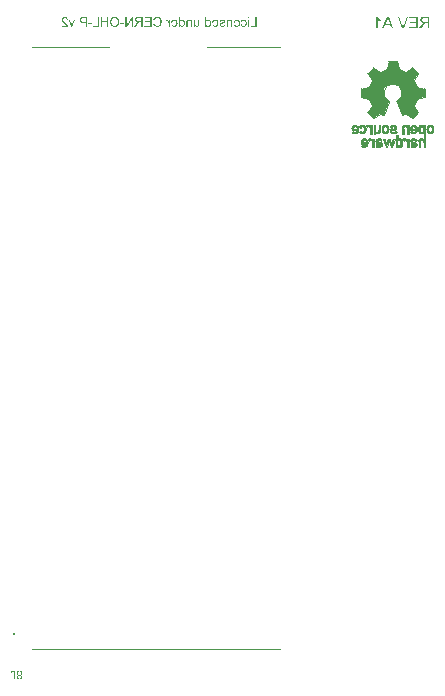
<source format=gbo>
G04*
G04 #@! TF.GenerationSoftware,Altium Limited,Altium Designer,21.3.1 (25)*
G04*
G04 Layer_Color=32896*
%FSLAX25Y25*%
%MOIN*%
G70*
G04*
G04 #@! TF.SameCoordinates,0F46E8F8-C812-4C73-86AE-EEEB37A8DDC9*
G04*
G04*
G04 #@! TF.FilePolarity,Positive*
G04*
G01*
G75*
%ADD10C,0.00787*%
%ADD55C,0.00127*%
%ADD56C,0.00394*%
G36*
X128995Y197183D02*
X129028Y197105D01*
X129516Y194561D01*
X129513Y194561D01*
X129545Y194482D01*
X129598Y194461D01*
X131728Y193578D01*
X131780Y193557D01*
X131859Y193589D01*
X134002Y195043D01*
X134001Y195045D01*
X134079Y195078D01*
X134184Y195034D01*
X134184Y195034D01*
X136009Y193193D01*
X136016Y193201D01*
X136016Y193201D01*
X136060Y193096D01*
X136027Y193018D01*
X134574Y190875D01*
X134571Y190876D01*
X134539Y190798D01*
X134561Y190745D01*
X135443Y188615D01*
X135443D01*
X135465Y188563D01*
X135543Y188531D01*
X138087Y188043D01*
X138087Y188045D01*
X138166Y188013D01*
X138209Y187908D01*
X138209D01*
X138198Y185316D01*
X138209D01*
X138166Y185211D01*
X138087Y185179D01*
X135544Y184691D01*
X135543Y184694D01*
X135465Y184661D01*
X135443Y184609D01*
X134561Y182479D01*
Y182479D01*
X134539Y182426D01*
X134571Y182348D01*
X136025Y180204D01*
X136027Y180206D01*
X136060Y180128D01*
X136016Y180023D01*
X136016Y180023D01*
X134176Y178198D01*
X134184Y178190D01*
X134079Y178147D01*
X134001Y178179D01*
X131857Y179633D01*
X131859Y179635D01*
X131780Y179668D01*
X131728Y179646D01*
X130752Y179242D01*
Y179242D01*
X130700Y179220D01*
X130595Y179264D01*
X130573Y179317D01*
X128777Y183715D01*
X128777Y183715D01*
X128756Y183767D01*
X128799Y183871D01*
X128847Y183891D01*
X128863Y183857D01*
X129754Y184452D01*
X130416Y185443D01*
X130649Y186612D01*
X130416Y187781D01*
X129754Y188772D01*
X128763Y189434D01*
X127594Y189666D01*
X126426Y189434D01*
X125435Y188772D01*
X124773Y187781D01*
X124540Y186612D01*
X124773Y185443D01*
X125435Y184452D01*
X126326Y183857D01*
X126342Y183891D01*
X126390Y183871D01*
X126433Y183767D01*
X126411Y183715D01*
X124616Y179317D01*
Y179317D01*
X124594Y179264D01*
X124489Y179220D01*
X124436Y179242D01*
X123461Y179646D01*
X123461D01*
X123409Y179668D01*
X123330Y179635D01*
X121187Y178182D01*
X121188Y178179D01*
X121110Y178147D01*
X121005Y178190D01*
X119180Y180031D01*
X119172Y180023D01*
X119129Y180128D01*
X119161Y180206D01*
X120615Y182350D01*
X120617Y182348D01*
X120650Y182426D01*
X120628Y182479D01*
X119746Y184609D01*
X119724Y184661D01*
X119646Y184694D01*
X117102Y185182D01*
X117102Y185179D01*
X117023Y185211D01*
X116980Y185316D01*
X116991Y187908D01*
X116980D01*
X117023Y188013D01*
X117102Y188045D01*
X119645Y188533D01*
X119646Y188530D01*
X119724Y188563D01*
X119746Y188615D01*
X120628Y190745D01*
Y190745D01*
X120650Y190798D01*
X120617Y190876D01*
X119164Y193020D01*
X119161Y193018D01*
X119129Y193096D01*
X119172Y193201D01*
X121013Y195026D01*
X121005Y195034D01*
X121005Y195034D01*
X121110Y195078D01*
X121188Y195045D01*
X123332Y193591D01*
X123330Y193589D01*
X123409Y193557D01*
X123461Y193578D01*
X125591Y194461D01*
X125644Y194482D01*
X125676Y194561D01*
X126164Y197104D01*
X126161Y197105D01*
X126194Y197183D01*
X126298Y197227D01*
X128891Y197215D01*
Y197227D01*
X128995Y197183D01*
D02*
G37*
G36*
X117859Y175773D02*
X117867Y175793D01*
X117900Y175786D01*
X118286Y175528D01*
X118310Y175556D01*
X118388Y175523D01*
X118467Y175333D01*
X118470Y175335D01*
X118578Y175073D01*
X118592Y175077D01*
X118653Y174766D01*
X118655Y174766D01*
X118724Y174417D01*
X118722Y174404D01*
X118724Y174392D01*
X118655Y174043D01*
X118653Y174043D01*
X118592Y173733D01*
X118578Y173737D01*
X118470Y173476D01*
X118467Y173478D01*
X118390Y173292D01*
X118309Y173258D01*
X118286Y173285D01*
X117905Y173031D01*
X117867Y173023D01*
X117859Y173042D01*
X117398Y172851D01*
X117391Y172854D01*
X117392Y172854D01*
X117385Y172851D01*
X117082Y172976D01*
X117083Y172979D01*
X116812Y173092D01*
X116811Y173090D01*
X116424Y173348D01*
X116363Y173439D01*
X116771Y173805D01*
X116816Y173696D01*
X117054Y173597D01*
X117055Y173599D01*
X117364Y173471D01*
X117370Y173473D01*
X117368Y173462D01*
X117387Y173454D01*
X117692Y173581D01*
X117692Y173581D01*
X117922Y173676D01*
X117943Y173728D01*
X117946Y173726D01*
X118067Y174018D01*
X118063Y174020D01*
X118135Y174381D01*
X118130Y174405D01*
X118130Y174404D01*
X118135Y174428D01*
X118063Y174791D01*
X118067Y174792D01*
X117946Y175085D01*
X117943Y175084D01*
X117921Y175137D01*
X117692Y175232D01*
X117692Y175232D01*
X117387Y175358D01*
X117368Y175350D01*
X117370Y175340D01*
X117364Y175342D01*
X117057Y175215D01*
X117056Y175216D01*
X116811Y175115D01*
X116768Y175011D01*
X116373Y175365D01*
X116363Y175374D01*
X116424Y175466D01*
X116811Y175724D01*
X116811Y175723D01*
X117083Y175835D01*
X117082Y175838D01*
X117385Y175964D01*
X117392Y175961D01*
X117391Y175961D01*
X117397Y175964D01*
X117859Y175773D01*
D02*
G37*
G36*
X119632Y175773D02*
X119632Y175773D01*
X119928Y175650D01*
X119959Y175575D01*
Y175521D01*
X119974Y175540D01*
X119959Y175575D01*
Y175824D01*
X120529D01*
Y172992D01*
X119959D01*
Y174694D01*
X120015Y174693D01*
X120022Y174711D01*
X119918Y174963D01*
X119917Y174963D01*
X119842Y175145D01*
X119802Y175162D01*
X119808Y175169D01*
X119409Y175335D01*
X119408Y175335D01*
X119408Y175331D01*
X119218Y175252D01*
X119015Y175168D01*
X118620Y175638D01*
X118593Y175672D01*
X118908Y175802D01*
X118908Y175802D01*
X119212Y175928D01*
X119212Y175928D01*
X119211Y175931D01*
X119230Y175939D01*
X119632Y175773D01*
D02*
G37*
G36*
X127819Y175896D02*
X127818Y175882D01*
X127833Y175885D01*
X128233Y175805D01*
X128234Y175808D01*
X128590Y175660D01*
X128582Y175651D01*
X128699Y175602D01*
X128799Y175362D01*
X128798Y175362D01*
X128947Y175002D01*
X128939Y174982D01*
X128945Y174968D01*
X128816Y174658D01*
X128816Y174658D01*
X128711Y174404D01*
X128666Y174386D01*
X128676Y174375D01*
X128380Y174253D01*
X128380Y174253D01*
X128062Y174121D01*
X127557Y174135D01*
X127554Y174171D01*
X127404Y174109D01*
X127404Y174108D01*
X127289Y174060D01*
X127291Y174057D01*
X127264Y174046D01*
X127231Y173968D01*
X127232Y173967D01*
X127188Y173862D01*
X127190Y173857D01*
X127187Y173858D01*
X127184Y173851D01*
X127248Y173698D01*
X127246Y173697D01*
X127278Y173620D01*
X127367Y173583D01*
X127366Y173581D01*
X127545Y173506D01*
X127544Y173501D01*
X127760Y173412D01*
X127769Y173416D01*
X127768Y173394D01*
X127780Y173389D01*
X128253Y173584D01*
X128252Y173584D01*
X128735Y173784D01*
X129060Y173463D01*
X129079Y173443D01*
X128494Y173052D01*
X128492Y173051D01*
X128490Y173057D01*
X127825Y172925D01*
X127813Y172927D01*
X127814Y172929D01*
X127798Y172925D01*
X127359Y173013D01*
X127357Y173005D01*
X126968Y173166D01*
X126975Y173176D01*
X126811Y173244D01*
X126722Y173458D01*
X126723Y173459D01*
X126576Y173815D01*
X126583Y173831D01*
X126563Y173829D01*
X126559Y173838D01*
X126685Y174143D01*
X126686Y174142D01*
X126804Y174428D01*
X126810Y174423D01*
X126839Y174494D01*
X127084Y174595D01*
Y174595D01*
X127253Y174666D01*
X127252Y174673D01*
X127456Y174757D01*
X127930Y174711D01*
X127932Y174664D01*
X128113Y174738D01*
X128112Y174741D01*
X128237Y174792D01*
X128240Y174790D01*
X128245Y174792D01*
X128285Y174888D01*
X128285Y174888D01*
X128322Y174978D01*
X128327Y174977D01*
X128330Y174986D01*
X128230Y175228D01*
X128210Y175236D01*
X128208Y175236D01*
X128051Y175301D01*
X128052Y175308D01*
X127836Y175398D01*
X127817Y175390D01*
X127820Y175400D01*
X127801Y175408D01*
X127409Y175246D01*
X127395Y175280D01*
X127394Y175280D01*
X127060Y175057D01*
X126708Y175471D01*
X126702Y175479D01*
X127137Y175769D01*
X127173Y175777D01*
X127175Y175772D01*
X127474Y175831D01*
X127474Y175832D01*
X127807Y175898D01*
X127819Y175896D01*
D02*
G37*
G36*
X137116Y175940D02*
X137114Y175931D01*
X137125Y175936D01*
X137515Y175774D01*
X137515Y175775D01*
X137861Y175631D01*
X137889Y175564D01*
X137847Y175824D01*
X138416D01*
Y168485D01*
X137847D01*
Y170172D01*
X137904Y170171D01*
X137909Y170184D01*
X137808Y170427D01*
X137808Y170427D01*
X137716Y170648D01*
X137716Y170648D01*
X137714Y170654D01*
X137506Y170740D01*
X137506Y170740D01*
X137290Y170830D01*
X137282Y170826D01*
X137283Y170825D01*
X137276Y170828D01*
X137064Y170740D01*
X137064Y170740D01*
X136858Y170655D01*
X136855Y170648D01*
X136855Y170648D01*
X136764Y170427D01*
X136763Y170427D01*
X136662Y170184D01*
X136668Y170171D01*
X136725Y168485D01*
X136155D01*
Y170368D01*
X136054Y170367D01*
X136051Y170374D01*
X136144Y170599D01*
X136152Y170598D01*
X136232Y170791D01*
X136356Y171090D01*
X136441Y171125D01*
X136426Y171142D01*
X136775Y171287D01*
Y171287D01*
X137099Y171421D01*
X137098Y171425D01*
X137117Y171433D01*
X137519Y171266D01*
X137519Y171266D01*
X137815Y171144D01*
X137847Y171069D01*
Y171015D01*
X137861Y171034D01*
X137847Y171069D01*
Y173182D01*
X137923Y173214D01*
X137847Y173292D01*
Y173182D01*
X137515Y173044D01*
X137513Y173047D01*
X137129Y172888D01*
X137114Y172894D01*
X137115Y172873D01*
X137107Y172870D01*
X136870Y172968D01*
X136871Y172973D01*
X136666Y173058D01*
X136666Y173057D01*
X136383Y173174D01*
X136330Y173303D01*
X136333Y173306D01*
X136180Y173676D01*
X136197Y173679D01*
X136141Y173962D01*
X136141Y173961D01*
X136087Y174370D01*
X136092Y174405D01*
X136091Y174404D01*
X136087Y174440D01*
X136141Y174850D01*
X136141Y174850D01*
X136197Y175133D01*
X136180Y175136D01*
X136334Y175506D01*
X136326Y175513D01*
X136378Y175638D01*
X136665Y175757D01*
X136665Y175756D01*
X136871Y175841D01*
X136870Y175845D01*
X137107Y175944D01*
X137116Y175940D01*
D02*
G37*
G36*
X140105Y175965D02*
X140104Y175881D01*
X140118Y175884D01*
X140405Y175827D01*
X140408Y175842D01*
X140646Y175744D01*
X140645Y175743D01*
X140828Y175621D01*
X140847Y175646D01*
X140997Y175584D01*
X141015Y175539D01*
X141017Y175541D01*
X141204Y175091D01*
X141206Y175092D01*
X141262Y174809D01*
X141273Y174810D01*
X141348Y174437D01*
X141342Y174412D01*
X141344Y174412D01*
X141350Y174384D01*
X141275Y174005D01*
X141263Y174006D01*
X141206Y173722D01*
X141204Y173722D01*
X141017Y173272D01*
X141010Y173279D01*
X140988Y173226D01*
X140846Y173167D01*
X140828Y173191D01*
X140646Y173069D01*
X140645Y173070D01*
X140408Y172972D01*
X140405Y172988D01*
X140118Y172931D01*
X140104Y172934D01*
X140104Y172934D01*
X140091Y172931D01*
X139807Y172988D01*
X139804Y172972D01*
X139567Y173070D01*
X139566Y173068D01*
X139383Y173191D01*
X139366Y173168D01*
X139217Y173229D01*
X139198Y173277D01*
X139193Y173272D01*
X139006Y173722D01*
X139004Y173722D01*
X138948Y174006D01*
X138936Y174005D01*
X138860Y174384D01*
X138866Y174412D01*
X138868Y174411D01*
X138863Y174437D01*
X138937Y174810D01*
X138948Y174809D01*
X139004Y175092D01*
X139006Y175091D01*
X139193Y175541D01*
X139193Y175542D01*
X139209Y175581D01*
X139365Y175645D01*
X139383Y175621D01*
X139567Y175744D01*
X139567Y175744D01*
X139804Y175842D01*
X139802Y175851D01*
X140091Y175971D01*
X140105Y175965D01*
D02*
G37*
G36*
X125121Y175965D02*
X125120Y175881D01*
X125134Y175884D01*
X125421Y175827D01*
X125424Y175842D01*
X125661Y175744D01*
X125661Y175743D01*
X125844Y175621D01*
X125862Y175646D01*
X126012Y175584D01*
X126031Y175539D01*
X126033Y175541D01*
X126220Y175091D01*
X126222Y175092D01*
X126278Y174809D01*
X126289Y174810D01*
X126363Y174437D01*
X126358Y174412D01*
X126360Y174412D01*
X126366Y174384D01*
X126290Y174005D01*
X126279Y174006D01*
X126222Y173722D01*
X126220Y173722D01*
X126033Y173272D01*
X126026Y173279D01*
X126004Y173226D01*
X125861Y173167D01*
X125844Y173191D01*
X125661Y173069D01*
X125661Y173070D01*
X125424Y172972D01*
X125421Y172988D01*
X125134Y172931D01*
X125120Y172934D01*
X125120Y172934D01*
X125107Y172931D01*
X124823Y172988D01*
X124819Y172972D01*
X124583Y173070D01*
X124582Y173068D01*
X124399Y173191D01*
X124382Y173168D01*
X124233Y173229D01*
X124213Y173277D01*
X124208Y173272D01*
X124022Y173722D01*
X124020Y173722D01*
X123963Y174006D01*
X123951Y174005D01*
X123876Y174384D01*
X123881Y174412D01*
X123884Y174411D01*
X123878Y174437D01*
X123953Y174810D01*
X123964Y174809D01*
X124020Y175092D01*
X124022Y175091D01*
X124208Y175541D01*
X124208Y175542D01*
X124225Y175581D01*
X124381Y175645D01*
X124399Y175621D01*
X124583Y175744D01*
X124583Y175744D01*
X124820Y175842D01*
X124818Y175851D01*
X125107Y175971D01*
X125121Y175965D01*
D02*
G37*
G36*
X134561Y175949D02*
X134560Y175944D01*
X134964Y175777D01*
X134975Y175803D01*
X134976Y175803D01*
X135357Y175548D01*
X135377Y175571D01*
X135449Y175541D01*
X135526Y175356D01*
X135529Y175359D01*
X135637Y175097D01*
X135645Y175100D01*
X135709Y174779D01*
X135711Y174779D01*
X135784Y174411D01*
X135781Y174396D01*
X135781Y174397D01*
X135784Y174380D01*
X135708Y173996D01*
X135706Y173997D01*
X135640Y173666D01*
X135627Y173671D01*
X135518Y173406D01*
X135513Y173409D01*
X135460Y173282D01*
X135329Y173227D01*
X135319Y173241D01*
X135013Y173037D01*
X134908Y173016D01*
X134904Y173027D01*
X134474Y172849D01*
X134474Y172931D01*
X134470Y172930D01*
X133915Y173041D01*
X133924Y173064D01*
X133653Y173176D01*
X133648Y173169D01*
X133447Y173252D01*
X133398Y173371D01*
X133862Y173767D01*
X133812Y173719D01*
X133821Y173699D01*
X134152Y173561D01*
X134153Y173562D01*
X134479Y173426D01*
X134485Y173428D01*
X134484Y173433D01*
X134494Y173429D01*
X134753Y173536D01*
X134753Y173536D01*
X134997Y173637D01*
X134994Y173641D01*
X135014Y173650D01*
X135112Y173886D01*
X135113Y173886D01*
X135233Y174175D01*
X135225Y174194D01*
X133395Y174193D01*
Y174661D01*
X133296Y174660D01*
X133287Y174682D01*
X133482Y175154D01*
X133482Y175153D01*
X133652Y175563D01*
X133700Y175582D01*
X133687Y175595D01*
X134123Y175776D01*
X134123Y175776D01*
X134552Y175953D01*
X134561Y175949D01*
D02*
G37*
G36*
X115039D02*
X115038Y175944D01*
X115442Y175777D01*
X115452Y175803D01*
X115454Y175803D01*
X115835Y175548D01*
X115855Y175571D01*
X115927Y175541D01*
X116004Y175356D01*
X116007Y175359D01*
X116115Y175097D01*
X116123Y175100D01*
X116186Y174779D01*
X116189Y174779D01*
X116262Y174412D01*
X116259Y174397D01*
X116259Y174397D01*
X116259Y174396D01*
X116259Y174397D01*
X116262Y174380D01*
X116186Y173996D01*
X116184Y173997D01*
X116118Y173666D01*
X116105Y173671D01*
X115996Y173406D01*
X115990Y173409D01*
X115938Y173282D01*
X115807Y173227D01*
X115797Y173241D01*
X115491Y173037D01*
X115386Y173016D01*
X115382Y173027D01*
X114952Y172849D01*
X114952Y172931D01*
X114947Y172930D01*
X114393Y173041D01*
X114402Y173064D01*
X114131Y173176D01*
X114126Y173169D01*
X113925Y173252D01*
X113876Y173371D01*
X114340Y173767D01*
X114290Y173719D01*
X114299Y173699D01*
X114630Y173561D01*
X114631Y173562D01*
X114957Y173426D01*
X114963Y173428D01*
X114962Y173433D01*
X114972Y173429D01*
X115231Y173536D01*
X115231Y173536D01*
X115475Y173637D01*
X115472Y173641D01*
X115492Y173650D01*
X115590Y173886D01*
X115591Y173886D01*
X115710Y174175D01*
X115703Y174194D01*
X113873Y174193D01*
Y174661D01*
X113774Y174660D01*
X113765Y174682D01*
X113960Y175154D01*
X113960Y175153D01*
X114130Y175563D01*
X114177Y175582D01*
X114164Y175595D01*
X114601Y175776D01*
X114601Y175776D01*
X115029Y175953D01*
X115039Y175949D01*
D02*
G37*
G36*
X132000Y175773D02*
X132000Y175773D01*
X132297Y175650D01*
X132328Y175575D01*
Y175521D01*
X132342Y175540D01*
X132328Y175575D01*
Y175824D01*
X132897D01*
Y172992D01*
X132328D01*
Y174678D01*
X132385Y174677D01*
X132390Y174691D01*
X132289Y174934D01*
X132289Y174934D01*
X132197Y175155D01*
X132197Y175155D01*
X132195Y175161D01*
X131987Y175247D01*
X131987Y175247D01*
X131771Y175336D01*
X131763Y175333D01*
X131764Y175331D01*
X131757Y175335D01*
X131545Y175247D01*
X131545Y175247D01*
X131339Y175161D01*
X131336Y175155D01*
X131336Y175155D01*
X131245Y174934D01*
X131244Y174934D01*
X131143Y174691D01*
X131149Y174677D01*
X131206Y172992D01*
X130636D01*
Y174874D01*
X130535Y174874D01*
X130532Y174881D01*
X130625Y175106D01*
X130633Y175104D01*
X130713Y175297D01*
X130837Y175597D01*
X130922Y175632D01*
X130907Y175649D01*
X131256Y175794D01*
Y175794D01*
X131580Y175928D01*
X131579Y175931D01*
X131598Y175939D01*
X132000Y175773D01*
D02*
G37*
G36*
X123436Y173941D02*
X123539Y173942D01*
X123542Y173934D01*
X123448Y173709D01*
X123440Y173710D01*
X123360Y173516D01*
X123360Y173516D01*
X123236Y173218D01*
X123151Y173183D01*
X123165Y173166D01*
X122816Y173021D01*
X122816Y173021D01*
X122487Y172885D01*
X122488Y172885D01*
X122469Y172877D01*
X122071Y173042D01*
X122071Y173042D01*
X121776Y173164D01*
X121745Y173240D01*
Y173292D01*
X121732Y173272D01*
X121745Y173240D01*
Y172992D01*
X121175D01*
Y175824D01*
X121745D01*
Y174135D01*
X121687Y174136D01*
X121682Y174122D01*
X121783Y173877D01*
X121784Y173878D01*
X121875Y173657D01*
X121875Y173656D01*
X121876Y173652D01*
X122084Y173566D01*
X122084Y173566D01*
X122296Y173478D01*
X122303Y173481D01*
X122302Y173480D01*
X122310Y173476D01*
X122526Y173566D01*
X122526Y173566D01*
X122736Y173653D01*
X122737Y173656D01*
X122736Y173657D01*
X122828Y173878D01*
X122828Y173877D01*
X122930Y174122D01*
X122924Y174136D01*
X122867Y175824D01*
X123436D01*
Y173941D01*
D02*
G37*
G36*
X116771Y173805D02*
X116770Y173807D01*
X116793Y173825D01*
X116771Y173805D01*
D02*
G37*
G36*
X131902Y171266D02*
X131902Y171266D01*
X132199Y171144D01*
X132230Y171069D01*
Y171015D01*
X132244Y171034D01*
X132230Y171069D01*
Y171317D01*
X132799D01*
Y168485D01*
X132230D01*
Y170187D01*
X132285Y170186D01*
X132293Y170204D01*
X132188Y170457D01*
X132188Y170456D01*
X132112Y170639D01*
X132072Y170655D01*
X132079Y170663D01*
X131679Y170828D01*
X131679Y170828D01*
X131678Y170824D01*
X131489Y170746D01*
Y170746D01*
X131285Y170661D01*
X130891Y171131D01*
X130863Y171165D01*
X131178Y171296D01*
X131178Y171296D01*
X131482Y171421D01*
X131482Y171421D01*
X131481Y171425D01*
X131500Y171433D01*
X131902Y171266D01*
D02*
G37*
G36*
X120353D02*
X120353Y171266D01*
X120650Y171144D01*
X120681Y171069D01*
Y171015D01*
X120695Y171034D01*
X120681Y171069D01*
Y171317D01*
X121250D01*
Y168485D01*
X120681D01*
Y170187D01*
X120736Y170186D01*
X120744Y170204D01*
X120639Y170457D01*
X120639Y170456D01*
X120563Y170639D01*
X120523Y170655D01*
X120530Y170663D01*
X120130Y170828D01*
X120130Y170828D01*
X120130Y170824D01*
X119940Y170746D01*
Y170746D01*
X119737Y170661D01*
X119342Y171131D01*
X119315Y171165D01*
X119630Y171296D01*
X119630Y171296D01*
X119933Y171421D01*
X119933Y171421D01*
X119932Y171425D01*
X119951Y171433D01*
X120353Y171266D01*
D02*
G37*
G36*
X134605Y171376D02*
X134604Y171370D01*
X134638Y171376D01*
X134892Y171326D01*
X134897Y171352D01*
X135143Y171249D01*
X135143Y171250D01*
X135494Y171104D01*
X135557Y170952D01*
X135100Y170593D01*
X135053Y170707D01*
X134904Y170769D01*
X134905Y170771D01*
X134760Y170830D01*
X134763Y170850D01*
X134584Y170923D01*
X134576Y170920D01*
X134579Y170892D01*
X134540Y170909D01*
X134324Y170819D01*
X134326Y170806D01*
X134148Y170732D01*
X134149Y170730D01*
X134083Y170703D01*
X134045Y170611D01*
X134045Y170611D01*
X133982Y170457D01*
X133987Y170446D01*
X134011Y170147D01*
X134778D01*
X134778Y170239D01*
X134786Y170243D01*
X135167Y170085D01*
X135167Y170084D01*
X135475Y169956D01*
X135483Y169937D01*
X135488Y169942D01*
X135616Y169633D01*
X135617Y169633D01*
X135748Y169316D01*
X135743Y169305D01*
X135738Y169307D01*
X135743Y169295D01*
X135607Y168966D01*
X135607Y168966D01*
X135486Y168674D01*
X135443Y168656D01*
X135453Y168649D01*
X135115Y168508D01*
X135115Y168507D01*
X134703Y168336D01*
X134703Y168414D01*
X134691Y168411D01*
X134455Y168458D01*
X134451Y168434D01*
X134260Y168513D01*
X134260Y168513D01*
X134077Y168588D01*
X134021Y168724D01*
X134011Y168725D01*
Y168475D01*
X133460D01*
Y170414D01*
X133434Y170414D01*
X133482Y170653D01*
X133460Y170657D01*
X133542Y170855D01*
X133542Y170855D01*
X133648Y171111D01*
X133765Y171159D01*
X133764Y171161D01*
X134135Y171315D01*
X134139Y171300D01*
X134564Y171385D01*
X134605Y171376D01*
D02*
G37*
G36*
X123065D02*
X123064Y171370D01*
X123098Y171376D01*
X123352Y171326D01*
X123357Y171352D01*
X123603Y171249D01*
X123603Y171250D01*
X123954Y171104D01*
X124017Y170952D01*
X123560Y170593D01*
X123513Y170707D01*
X123364Y170769D01*
X123365Y170771D01*
X123220Y170830D01*
X123223Y170850D01*
X123044Y170923D01*
X123036Y170920D01*
X123039Y170892D01*
X123000Y170909D01*
X122784Y170819D01*
X122786Y170806D01*
X122608Y170732D01*
X122609Y170730D01*
X122543Y170703D01*
X122505Y170611D01*
X122505Y170611D01*
X122442Y170457D01*
X122447Y170446D01*
X122471Y170147D01*
X123238D01*
X123238Y170239D01*
X123246Y170243D01*
X123627Y170085D01*
X123627Y170084D01*
X123935Y169956D01*
X123943Y169937D01*
X123948Y169942D01*
X124076Y169633D01*
X124077Y169633D01*
X124208Y169316D01*
X124203Y169305D01*
X124198Y169307D01*
X124203Y169295D01*
X124067Y168966D01*
X124067Y168966D01*
X123946Y168674D01*
X123903Y168656D01*
X123914Y168649D01*
X123574Y168508D01*
X123575Y168507D01*
X123163Y168336D01*
X123163Y168414D01*
X123151Y168411D01*
X122915Y168458D01*
X122911Y168434D01*
X122720Y168513D01*
X122720Y168513D01*
X122537Y168588D01*
X122481Y168724D01*
X122471Y168725D01*
Y168475D01*
X121920D01*
Y170414D01*
X121895Y170414D01*
X121942Y170653D01*
X121920Y170657D01*
X122002Y170855D01*
X122108Y171111D01*
X122225Y171159D01*
X122224Y171161D01*
X122595Y171315D01*
X122599Y171300D01*
X123024Y171385D01*
X123065Y171376D01*
D02*
G37*
G36*
X118138Y171443D02*
X118138Y171438D01*
X118541Y171271D01*
X118552Y171297D01*
X118553Y171296D01*
X118935Y171042D01*
X118954Y171065D01*
X119027Y171035D01*
X119103Y170850D01*
X119106Y170852D01*
X119215Y170591D01*
X119222Y170593D01*
X119286Y170272D01*
X119288Y170273D01*
X119361Y169905D01*
X119358Y169890D01*
X119358Y169890D01*
X119362Y169873D01*
X119285Y169490D01*
X119283Y169490D01*
X119218Y169160D01*
X119205Y169164D01*
X119095Y168899D01*
X119090Y168902D01*
X119037Y168775D01*
X118906Y168721D01*
X118897Y168734D01*
X118591Y168530D01*
X118485Y168509D01*
X118482Y168520D01*
X118051Y168342D01*
X118051Y168425D01*
X118047Y168424D01*
X117492Y168534D01*
X117501Y168557D01*
X117231Y168669D01*
X117225Y168663D01*
X117024Y168746D01*
X116975Y168864D01*
X117440Y169260D01*
X117390Y169212D01*
X117399Y169192D01*
X117730Y169055D01*
X117730Y169055D01*
X118057Y168920D01*
X118062Y168922D01*
X118061Y168926D01*
X118072Y168922D01*
X118331Y169029D01*
X118330Y169030D01*
X118575Y169131D01*
X118571Y169135D01*
X118591Y169143D01*
X118689Y169380D01*
X118690Y169379D01*
X118810Y169668D01*
X118802Y169687D01*
X116973Y169686D01*
Y170155D01*
X116874Y170153D01*
X116864Y170175D01*
X117060Y170647D01*
X117060Y170647D01*
X117229Y171056D01*
X117277Y171076D01*
X117264Y171088D01*
X117701Y171269D01*
X117701Y171269D01*
X118129Y171447D01*
X118138Y171443D01*
D02*
G37*
G36*
X135100Y170593D02*
X135098Y170592D01*
X135100Y170593D01*
X135100Y170593D01*
D02*
G37*
G36*
X123560D02*
X123558Y170592D01*
X123560Y170593D01*
X123560Y170593D01*
D02*
G37*
G36*
X129163Y171042D02*
X129495Y171264D01*
X129497Y171259D01*
X129883Y171419D01*
X129895Y171414D01*
X129894Y171435D01*
X129902Y171438D01*
X130141Y171339D01*
X130140Y171335D01*
X130347Y171249D01*
X130347Y171250D01*
X130624Y171135D01*
X130679Y171002D01*
X130677Y171001D01*
X130831Y170629D01*
X130814Y170626D01*
X130870Y170345D01*
X130870Y170345D01*
X130923Y169939D01*
X130919Y169904D01*
X130920Y169905D01*
X130925Y169869D01*
X130871Y169458D01*
X130871Y169458D01*
X130814Y169174D01*
X130832Y169171D01*
X130677Y168798D01*
X130676Y168800D01*
X130620Y168664D01*
X130347Y168551D01*
X130347Y168551D01*
X130141Y168466D01*
X130142Y168461D01*
X129902Y168362D01*
X129894Y168366D01*
X129895Y168377D01*
X129884Y168373D01*
X129495Y168534D01*
X129495Y168534D01*
X129144Y168679D01*
X129119Y168741D01*
X129163Y168485D01*
X128593D01*
Y172460D01*
X129163D01*
Y171042D01*
D02*
G37*
G36*
X127346Y168485D02*
X126843D01*
X126251Y170466D01*
X126241D01*
X125648Y168485D01*
X125146D01*
X124241Y171317D01*
X124844D01*
X125386Y169334D01*
X125398D01*
X126038Y171317D01*
X126453D01*
X127094Y169334D01*
X127105D01*
X127648Y171317D01*
X128250D01*
X127346Y168485D01*
D02*
G37*
G36*
X79733Y211460D02*
X79340D01*
Y211912D01*
X79733D01*
Y211460D01*
D02*
G37*
G36*
X18294Y211922D02*
X18372Y211916D01*
X18447Y211903D01*
X18515Y211888D01*
X18581Y211869D01*
X18640Y211850D01*
X18693Y211828D01*
X18743Y211806D01*
X18787Y211785D01*
X18827Y211763D01*
X18858Y211744D01*
X18887Y211725D01*
X18908Y211710D01*
X18924Y211697D01*
X18933Y211691D01*
X18936Y211688D01*
X18983Y211641D01*
X19027Y211591D01*
X19064Y211538D01*
X19099Y211482D01*
X19127Y211423D01*
X19152Y211366D01*
X19173Y211310D01*
X19192Y211257D01*
X19205Y211204D01*
X19217Y211157D01*
X19227Y211114D01*
X19236Y211076D01*
X19239Y211045D01*
X19242Y211020D01*
X19245Y211008D01*
Y211001D01*
X18843Y210961D01*
X18840Y211017D01*
X18837Y211067D01*
X18827Y211117D01*
X18818Y211160D01*
X18802Y211201D01*
X18790Y211242D01*
X18774Y211276D01*
X18759Y211307D01*
X18743Y211335D01*
X18727Y211360D01*
X18712Y211382D01*
X18699Y211398D01*
X18690Y211410D01*
X18681Y211423D01*
X18677Y211426D01*
X18674Y211429D01*
X18640Y211460D01*
X18606Y211485D01*
X18568Y211510D01*
X18531Y211529D01*
X18456Y211560D01*
X18381Y211579D01*
X18350Y211585D01*
X18319Y211591D01*
X18291Y211594D01*
X18266Y211597D01*
X18247Y211600D01*
X18219D01*
X18169Y211597D01*
X18122Y211594D01*
X18038Y211576D01*
X17963Y211550D01*
X17929Y211535D01*
X17901Y211519D01*
X17873Y211504D01*
X17851Y211488D01*
X17829Y211476D01*
X17813Y211463D01*
X17801Y211454D01*
X17788Y211444D01*
X17785Y211441D01*
X17782Y211438D01*
X17751Y211407D01*
X17726Y211376D01*
X17704Y211342D01*
X17685Y211310D01*
X17654Y211245D01*
X17635Y211182D01*
X17623Y211126D01*
X17620Y211104D01*
X17617Y211086D01*
X17614Y211067D01*
Y211054D01*
Y211048D01*
Y211045D01*
X17617Y211004D01*
X17623Y210961D01*
X17632Y210920D01*
X17642Y210877D01*
X17673Y210799D01*
X17707Y210727D01*
X17726Y210696D01*
X17741Y210664D01*
X17757Y210640D01*
X17773Y210618D01*
X17782Y210599D01*
X17791Y210587D01*
X17798Y210577D01*
X17801Y210574D01*
X17838Y210524D01*
X17885Y210474D01*
X17935Y210418D01*
X17988Y210362D01*
X18103Y210249D01*
X18222Y210140D01*
X18278Y210090D01*
X18331Y210044D01*
X18378Y210000D01*
X18422Y209966D01*
X18456Y209934D01*
X18484Y209912D01*
X18500Y209900D01*
X18506Y209894D01*
X18565Y209844D01*
X18624Y209794D01*
X18677Y209747D01*
X18727Y209703D01*
X18771Y209660D01*
X18815Y209619D01*
X18852Y209582D01*
X18887Y209551D01*
X18918Y209519D01*
X18943Y209491D01*
X18965Y209466D01*
X18983Y209448D01*
X18999Y209432D01*
X19008Y209420D01*
X19014Y209413D01*
X19017Y209410D01*
X19080Y209332D01*
X19133Y209257D01*
X19177Y209186D01*
X19214Y209120D01*
X19242Y209064D01*
X19252Y209042D01*
X19261Y209023D01*
X19267Y209008D01*
X19273Y208995D01*
X19276Y208989D01*
Y208986D01*
X19292Y208936D01*
X19305Y208889D01*
X19311Y208842D01*
X19317Y208802D01*
X19320Y208764D01*
Y208739D01*
Y208721D01*
Y208718D01*
Y208714D01*
X17208D01*
Y209092D01*
X18777D01*
X18752Y209133D01*
X18724Y209170D01*
X18696Y209204D01*
X18671Y209239D01*
X18646Y209264D01*
X18628Y209285D01*
X18615Y209301D01*
X18612Y209304D01*
X18590Y209326D01*
X18562Y209351D01*
X18531Y209382D01*
X18496Y209413D01*
X18422Y209479D01*
X18347Y209544D01*
X18272Y209607D01*
X18241Y209635D01*
X18213Y209660D01*
X18191Y209679D01*
X18172Y209694D01*
X18159Y209703D01*
X18156Y209707D01*
X18081Y209772D01*
X18010Y209831D01*
X17944Y209891D01*
X17885Y209944D01*
X17829Y209994D01*
X17782Y210040D01*
X17735Y210084D01*
X17698Y210122D01*
X17663Y210156D01*
X17632Y210184D01*
X17610Y210209D01*
X17589Y210231D01*
X17573Y210246D01*
X17564Y210259D01*
X17557Y210265D01*
X17554Y210268D01*
X17489Y210343D01*
X17436Y210415D01*
X17389Y210484D01*
X17355Y210540D01*
X17326Y210590D01*
X17317Y210608D01*
X17308Y210627D01*
X17301Y210640D01*
X17295Y210649D01*
X17292Y210655D01*
Y210658D01*
X17264Y210727D01*
X17245Y210795D01*
X17230Y210861D01*
X17220Y210917D01*
X17214Y210967D01*
Y210986D01*
X17211Y211004D01*
Y211017D01*
Y211026D01*
Y211033D01*
Y211036D01*
X17214Y211104D01*
X17223Y211170D01*
X17236Y211235D01*
X17252Y211295D01*
X17273Y211351D01*
X17295Y211401D01*
X17320Y211451D01*
X17345Y211494D01*
X17370Y211535D01*
X17395Y211569D01*
X17417Y211597D01*
X17439Y211622D01*
X17454Y211644D01*
X17467Y211657D01*
X17476Y211666D01*
X17479Y211669D01*
X17532Y211713D01*
X17589Y211753D01*
X17645Y211788D01*
X17707Y211816D01*
X17766Y211841D01*
X17829Y211862D01*
X17888Y211878D01*
X17944Y211894D01*
X18000Y211903D01*
X18050Y211912D01*
X18094Y211919D01*
X18131Y211922D01*
X18166D01*
X18188Y211925D01*
X18209D01*
X18294Y211922D01*
D02*
G37*
G36*
X32749Y208714D02*
X32324D01*
Y210221D01*
X30665D01*
Y208714D01*
X30240D01*
Y211912D01*
X30665D01*
Y210599D01*
X32324D01*
Y211912D01*
X32749D01*
Y208714D01*
D02*
G37*
G36*
X37931Y209675D02*
X36724D01*
Y210072D01*
X37931D01*
Y209675D01*
D02*
G37*
G36*
X27257D02*
X26050D01*
Y210072D01*
X27257D01*
Y209675D01*
D02*
G37*
G36*
X40957Y208714D02*
X40552D01*
Y211223D01*
X38873Y208714D01*
X38436D01*
Y211912D01*
X38842D01*
Y209401D01*
X40524Y211912D01*
X40957D01*
Y208714D01*
D02*
G37*
G36*
X20755D02*
X20387D01*
X19507Y211033D01*
X19913D01*
X20428Y209616D01*
X20462Y209523D01*
X20490Y209438D01*
X20515Y209363D01*
X20537Y209301D01*
X20546Y209273D01*
X20553Y209248D01*
X20559Y209226D01*
X20565Y209210D01*
X20568Y209195D01*
X20571Y209186D01*
X20574Y209179D01*
Y209176D01*
X20599Y209267D01*
X20627Y209351D01*
X20652Y209429D01*
X20674Y209501D01*
X20684Y209532D01*
X20693Y209560D01*
X20699Y209585D01*
X20709Y209604D01*
X20715Y209622D01*
X20718Y209635D01*
X20721Y209641D01*
Y209644D01*
X21220Y211033D01*
X21632D01*
X20755Y208714D01*
D02*
G37*
G36*
X49076Y211965D02*
X49154Y211959D01*
X49225Y211950D01*
X49297Y211937D01*
X49366Y211925D01*
X49431Y211906D01*
X49491Y211891D01*
X49544Y211872D01*
X49597Y211853D01*
X49640Y211838D01*
X49681Y211819D01*
X49712Y211806D01*
X49740Y211794D01*
X49759Y211785D01*
X49771Y211778D01*
X49775Y211775D01*
X49840Y211738D01*
X49899Y211694D01*
X49955Y211650D01*
X50008Y211604D01*
X50055Y211557D01*
X50102Y211510D01*
X50143Y211463D01*
X50177Y211420D01*
X50211Y211376D01*
X50239Y211335D01*
X50261Y211301D01*
X50283Y211270D01*
X50299Y211245D01*
X50308Y211223D01*
X50314Y211210D01*
X50317Y211207D01*
X50352Y211136D01*
X50380Y211064D01*
X50405Y210989D01*
X50427Y210914D01*
X50445Y210842D01*
X50461Y210767D01*
X50473Y210699D01*
X50483Y210633D01*
X50492Y210571D01*
X50498Y210515D01*
X50501Y210465D01*
X50505Y210421D01*
X50508Y210387D01*
Y210359D01*
Y210343D01*
Y210337D01*
X50505Y210253D01*
X50501Y210168D01*
X50492Y210087D01*
X50483Y210009D01*
X50467Y209934D01*
X50455Y209863D01*
X50439Y209797D01*
X50423Y209735D01*
X50408Y209679D01*
X50392Y209629D01*
X50377Y209585D01*
X50364Y209547D01*
X50355Y209519D01*
X50345Y209498D01*
X50342Y209485D01*
X50339Y209479D01*
X50305Y209407D01*
X50271Y209338D01*
X50230Y209276D01*
X50193Y209217D01*
X50152Y209161D01*
X50111Y209111D01*
X50071Y209067D01*
X50030Y209027D01*
X49993Y208989D01*
X49959Y208958D01*
X49931Y208930D01*
X49902Y208911D01*
X49881Y208892D01*
X49862Y208880D01*
X49852Y208874D01*
X49849Y208870D01*
X49787Y208833D01*
X49721Y208802D01*
X49650Y208774D01*
X49581Y208749D01*
X49509Y208730D01*
X49441Y208711D01*
X49372Y208699D01*
X49306Y208686D01*
X49244Y208680D01*
X49188Y208674D01*
X49138Y208668D01*
X49094Y208664D01*
X49057Y208661D01*
X49007D01*
X48917Y208664D01*
X48826Y208674D01*
X48745Y208686D01*
X48664Y208705D01*
X48589Y208724D01*
X48520Y208749D01*
X48455Y208771D01*
X48395Y208799D01*
X48346Y208824D01*
X48299Y208849D01*
X48258Y208870D01*
X48224Y208889D01*
X48196Y208908D01*
X48177Y208920D01*
X48165Y208930D01*
X48161Y208933D01*
X48099Y208986D01*
X48040Y209045D01*
X47990Y209108D01*
X47940Y209173D01*
X47896Y209239D01*
X47856Y209304D01*
X47821Y209370D01*
X47790Y209435D01*
X47765Y209494D01*
X47740Y209551D01*
X47721Y209600D01*
X47706Y209644D01*
X47697Y209679D01*
X47687Y209707D01*
X47681Y209722D01*
Y209729D01*
X48105Y209835D01*
X48124Y209763D01*
X48146Y209694D01*
X48168Y209629D01*
X48193Y209569D01*
X48221Y209516D01*
X48249Y209466D01*
X48277Y209420D01*
X48305Y209379D01*
X48330Y209345D01*
X48355Y209314D01*
X48380Y209285D01*
X48399Y209264D01*
X48414Y209248D01*
X48430Y209236D01*
X48436Y209229D01*
X48439Y209226D01*
X48486Y209192D01*
X48536Y209161D01*
X48586Y209133D01*
X48636Y209108D01*
X48689Y209089D01*
X48739Y209073D01*
X48832Y209048D01*
X48876Y209039D01*
X48917Y209033D01*
X48951Y209030D01*
X48982Y209027D01*
X49007Y209023D01*
X49041D01*
X49094Y209027D01*
X49147Y209030D01*
X49250Y209048D01*
X49341Y209070D01*
X49384Y209086D01*
X49422Y209098D01*
X49459Y209114D01*
X49491Y209126D01*
X49519Y209139D01*
X49540Y209151D01*
X49559Y209161D01*
X49572Y209167D01*
X49581Y209170D01*
X49584Y209173D01*
X49628Y209204D01*
X49672Y209236D01*
X49746Y209307D01*
X49809Y209382D01*
X49862Y209457D01*
X49902Y209523D01*
X49918Y209551D01*
X49931Y209576D01*
X49940Y209597D01*
X49946Y209613D01*
X49952Y209622D01*
Y209626D01*
X49993Y209744D01*
X50021Y209866D01*
X50043Y209987D01*
X50049Y210044D01*
X50055Y210097D01*
X50062Y210150D01*
X50065Y210193D01*
X50068Y210237D01*
Y210271D01*
X50071Y210299D01*
Y210321D01*
Y210337D01*
Y210340D01*
X50068Y210455D01*
X50055Y210568D01*
X50040Y210671D01*
X50030Y210721D01*
X50021Y210764D01*
X50012Y210805D01*
X50002Y210842D01*
X49993Y210874D01*
X49987Y210902D01*
X49980Y210923D01*
X49974Y210939D01*
X49971Y210948D01*
Y210951D01*
X49949Y211008D01*
X49927Y211058D01*
X49902Y211107D01*
X49874Y211151D01*
X49846Y211195D01*
X49818Y211235D01*
X49790Y211270D01*
X49759Y211304D01*
X49734Y211332D01*
X49709Y211357D01*
X49684Y211379D01*
X49665Y211398D01*
X49647Y211410D01*
X49634Y211420D01*
X49628Y211426D01*
X49625Y211429D01*
X49578Y211460D01*
X49528Y211488D01*
X49475Y211510D01*
X49425Y211532D01*
X49372Y211550D01*
X49322Y211563D01*
X49222Y211585D01*
X49179Y211591D01*
X49138Y211597D01*
X49101Y211600D01*
X49069Y211604D01*
X49041Y211607D01*
X49007D01*
X48948Y211604D01*
X48891Y211600D01*
X48789Y211582D01*
X48742Y211569D01*
X48698Y211557D01*
X48658Y211541D01*
X48623Y211526D01*
X48589Y211510D01*
X48561Y211494D01*
X48536Y211482D01*
X48514Y211469D01*
X48498Y211460D01*
X48486Y211451D01*
X48480Y211448D01*
X48477Y211444D01*
X48439Y211413D01*
X48402Y211376D01*
X48336Y211298D01*
X48280Y211214D01*
X48233Y211133D01*
X48215Y211092D01*
X48199Y211058D01*
X48183Y211023D01*
X48174Y210995D01*
X48165Y210973D01*
X48158Y210955D01*
X48152Y210942D01*
Y210939D01*
X47734Y211036D01*
X47762Y211117D01*
X47790Y211192D01*
X47824Y211263D01*
X47862Y211329D01*
X47899Y211391D01*
X47937Y211448D01*
X47974Y211497D01*
X48012Y211544D01*
X48049Y211585D01*
X48083Y211622D01*
X48112Y211653D01*
X48140Y211679D01*
X48161Y211697D01*
X48177Y211710D01*
X48189Y211719D01*
X48193Y211722D01*
X48255Y211766D01*
X48321Y211803D01*
X48389Y211838D01*
X48458Y211866D01*
X48523Y211888D01*
X48592Y211909D01*
X48658Y211925D01*
X48717Y211937D01*
X48776Y211947D01*
X48829Y211956D01*
X48876Y211962D01*
X48917Y211965D01*
X48951Y211969D01*
X48998D01*
X49076Y211965D01*
D02*
G37*
G36*
X63106Y209594D02*
Y209507D01*
X63103Y209432D01*
X63100Y209370D01*
X63094Y209317D01*
X63091Y209276D01*
X63087Y209248D01*
X63084Y209232D01*
Y209226D01*
X63069Y209164D01*
X63050Y209108D01*
X63031Y209058D01*
X63013Y209017D01*
X62994Y208983D01*
X62978Y208958D01*
X62969Y208942D01*
X62966Y208936D01*
X62928Y208892D01*
X62888Y208855D01*
X62844Y208821D01*
X62801Y208792D01*
X62760Y208771D01*
X62729Y208755D01*
X62716Y208749D01*
X62707Y208742D01*
X62704Y208739D01*
X62701D01*
X62632Y208715D01*
X62567Y208696D01*
X62501Y208680D01*
X62442Y208671D01*
X62392Y208664D01*
X62370D01*
X62351Y208661D01*
X62317D01*
X62233Y208664D01*
X62151Y208677D01*
X62077Y208699D01*
X62008Y208724D01*
X61942Y208752D01*
X61883Y208786D01*
X61827Y208821D01*
X61777Y208858D01*
X61733Y208892D01*
X61693Y208927D01*
X61662Y208961D01*
X61634Y208992D01*
X61612Y209014D01*
X61596Y209036D01*
X61587Y209048D01*
X61584Y209051D01*
Y208715D01*
X61231D01*
Y211033D01*
X61624D01*
Y209788D01*
Y209735D01*
X61627Y209685D01*
X61630Y209635D01*
X61634Y209591D01*
X61640Y209551D01*
X61646Y209513D01*
X61652Y209482D01*
X61655Y209451D01*
X61662Y209423D01*
X61668Y209401D01*
X61674Y209382D01*
X61680Y209363D01*
X61683Y209351D01*
X61687Y209342D01*
X61690Y209338D01*
Y209335D01*
X61718Y209279D01*
X61752Y209232D01*
X61790Y209189D01*
X61824Y209154D01*
X61858Y209126D01*
X61886Y209104D01*
X61905Y209092D01*
X61908Y209089D01*
X61911D01*
X61971Y209058D01*
X62027Y209036D01*
X62083Y209020D01*
X62133Y209011D01*
X62177Y209005D01*
X62208Y208998D01*
X62239D01*
X62301Y209001D01*
X62357Y209011D01*
X62410Y209027D01*
X62451Y209042D01*
X62489Y209058D01*
X62513Y209073D01*
X62529Y209083D01*
X62535Y209086D01*
X62576Y209120D01*
X62610Y209161D01*
X62635Y209201D01*
X62657Y209242D01*
X62673Y209276D01*
X62682Y209304D01*
X62688Y209323D01*
X62691Y209326D01*
Y209329D01*
X62694Y209351D01*
X62697Y209379D01*
X62701Y209407D01*
X62704Y209438D01*
X62707Y209507D01*
X62710Y209576D01*
X62713Y209641D01*
Y209669D01*
Y209694D01*
Y209716D01*
Y209732D01*
Y209741D01*
Y209744D01*
Y211033D01*
X63106D01*
Y209594D01*
D02*
G37*
G36*
X77917Y211079D02*
X78020Y211064D01*
X78113Y211039D01*
X78157Y211026D01*
X78198Y211014D01*
X78235Y211001D01*
X78266Y210989D01*
X78294Y210977D01*
X78319Y210964D01*
X78338Y210955D01*
X78351Y210948D01*
X78360Y210945D01*
X78363Y210942D01*
X78410Y210914D01*
X78450Y210883D01*
X78528Y210817D01*
X78594Y210749D01*
X78647Y210680D01*
X78688Y210618D01*
X78703Y210590D01*
X78716Y210568D01*
X78728Y210549D01*
X78734Y210533D01*
X78737Y210524D01*
X78741Y210521D01*
X78781Y210412D01*
X78812Y210299D01*
X78831Y210190D01*
X78840Y210137D01*
X78847Y210087D01*
X78853Y210040D01*
X78856Y209997D01*
X78859Y209959D01*
Y209925D01*
X78862Y209900D01*
Y209878D01*
Y209866D01*
Y209863D01*
X78859Y209756D01*
X78850Y209657D01*
X78834Y209566D01*
X78819Y209479D01*
X78797Y209398D01*
X78772Y209326D01*
X78747Y209257D01*
X78719Y209198D01*
X78691Y209145D01*
X78666Y209098D01*
X78641Y209061D01*
X78619Y209030D01*
X78600Y209001D01*
X78588Y208986D01*
X78578Y208973D01*
X78575Y208970D01*
X78519Y208917D01*
X78460Y208867D01*
X78397Y208827D01*
X78332Y208792D01*
X78269Y208761D01*
X78207Y208736D01*
X78145Y208718D01*
X78085Y208699D01*
X78029Y208686D01*
X77976Y208677D01*
X77929Y208671D01*
X77889Y208668D01*
X77858Y208664D01*
X77833Y208661D01*
X77811D01*
X77742Y208664D01*
X77674Y208671D01*
X77611Y208683D01*
X77549Y208696D01*
X77493Y208715D01*
X77439Y208733D01*
X77393Y208752D01*
X77349Y208774D01*
X77308Y208796D01*
X77274Y208814D01*
X77243Y208833D01*
X77218Y208852D01*
X77196Y208864D01*
X77184Y208877D01*
X77174Y208883D01*
X77171Y208886D01*
X77124Y208930D01*
X77081Y208977D01*
X77043Y209027D01*
X77009Y209080D01*
X76978Y209129D01*
X76953Y209183D01*
X76928Y209232D01*
X76909Y209282D01*
X76894Y209329D01*
X76878Y209373D01*
X76865Y209410D01*
X76859Y209444D01*
X76850Y209473D01*
X76847Y209491D01*
X76844Y209507D01*
Y209510D01*
X77231Y209563D01*
X77240Y209510D01*
X77252Y209460D01*
X77265Y209413D01*
X77280Y209370D01*
X77296Y209329D01*
X77312Y209295D01*
X77330Y209261D01*
X77346Y209232D01*
X77362Y209207D01*
X77377Y209186D01*
X77393Y209167D01*
X77405Y209151D01*
X77415Y209139D01*
X77424Y209129D01*
X77427Y209126D01*
X77430Y209123D01*
X77458Y209098D01*
X77489Y209076D01*
X77555Y209042D01*
X77617Y209017D01*
X77680Y209001D01*
X77733Y208989D01*
X77755Y208986D01*
X77776D01*
X77792Y208983D01*
X77814D01*
X77867Y208986D01*
X77917Y208992D01*
X77964Y209001D01*
X78010Y209017D01*
X78051Y209033D01*
X78088Y209051D01*
X78126Y209070D01*
X78157Y209089D01*
X78185Y209108D01*
X78210Y209129D01*
X78232Y209145D01*
X78251Y209161D01*
X78263Y209176D01*
X78273Y209186D01*
X78279Y209192D01*
X78282Y209195D01*
X78313Y209239D01*
X78341Y209285D01*
X78363Y209335D01*
X78385Y209391D01*
X78400Y209448D01*
X78416Y209504D01*
X78438Y209616D01*
X78444Y209666D01*
X78450Y209716D01*
X78453Y209760D01*
X78457Y209800D01*
X78460Y209831D01*
Y209853D01*
Y209869D01*
Y209875D01*
X78457Y209959D01*
X78450Y210037D01*
X78444Y210109D01*
X78432Y210175D01*
X78416Y210237D01*
X78400Y210290D01*
X78385Y210340D01*
X78366Y210387D01*
X78351Y210424D01*
X78335Y210458D01*
X78319Y210487D01*
X78304Y210508D01*
X78291Y210527D01*
X78285Y210540D01*
X78279Y210546D01*
X78276Y210549D01*
X78238Y210587D01*
X78201Y210621D01*
X78160Y210649D01*
X78120Y210674D01*
X78079Y210696D01*
X78042Y210711D01*
X78001Y210727D01*
X77964Y210736D01*
X77929Y210746D01*
X77895Y210752D01*
X77867Y210758D01*
X77842Y210761D01*
X77820Y210764D01*
X77792D01*
X77720Y210758D01*
X77658Y210746D01*
X77599Y210727D01*
X77552Y210705D01*
X77511Y210683D01*
X77483Y210665D01*
X77464Y210652D01*
X77458Y210646D01*
X77408Y210596D01*
X77368Y210540D01*
X77333Y210484D01*
X77308Y210424D01*
X77287Y210374D01*
X77280Y210352D01*
X77271Y210331D01*
X77268Y210315D01*
X77265Y210302D01*
X77262Y210296D01*
Y210293D01*
X76881Y210352D01*
X76897Y210415D01*
X76915Y210477D01*
X76934Y210533D01*
X76959Y210583D01*
X76984Y210633D01*
X77009Y210677D01*
X77034Y210718D01*
X77062Y210755D01*
X77087Y210786D01*
X77109Y210814D01*
X77131Y210836D01*
X77153Y210858D01*
X77168Y210874D01*
X77181Y210883D01*
X77187Y210889D01*
X77190Y210892D01*
X77237Y210927D01*
X77287Y210955D01*
X77337Y210983D01*
X77386Y211004D01*
X77439Y211023D01*
X77489Y211039D01*
X77589Y211061D01*
X77633Y211070D01*
X77677Y211076D01*
X77714Y211079D01*
X77745Y211083D01*
X77770Y211086D01*
X77864D01*
X77917Y211079D01*
D02*
G37*
G36*
X75646Y211083D02*
X75730Y211073D01*
X75808Y211054D01*
X75883Y211036D01*
X75951Y211011D01*
X76017Y210983D01*
X76076Y210955D01*
X76129Y210923D01*
X76179Y210892D01*
X76220Y210864D01*
X76257Y210836D01*
X76285Y210811D01*
X76310Y210792D01*
X76326Y210777D01*
X76338Y210764D01*
X76341Y210761D01*
X76394Y210699D01*
X76441Y210630D01*
X76479Y210558D01*
X76513Y210484D01*
X76544Y210405D01*
X76569Y210331D01*
X76588Y210256D01*
X76603Y210187D01*
X76616Y210119D01*
X76625Y210056D01*
X76631Y210000D01*
X76635Y209950D01*
X76638Y209909D01*
X76641Y209878D01*
Y209859D01*
Y209856D01*
Y209853D01*
X76638Y209750D01*
X76628Y209654D01*
X76613Y209560D01*
X76594Y209476D01*
X76572Y209398D01*
X76547Y209326D01*
X76519Y209261D01*
X76491Y209201D01*
X76466Y209148D01*
X76438Y209101D01*
X76413Y209064D01*
X76391Y209033D01*
X76372Y209005D01*
X76357Y208989D01*
X76348Y208977D01*
X76344Y208973D01*
X76285Y208917D01*
X76223Y208871D01*
X76157Y208830D01*
X76092Y208792D01*
X76023Y208764D01*
X75958Y208736D01*
X75892Y208718D01*
X75827Y208702D01*
X75767Y208686D01*
X75714Y208677D01*
X75664Y208671D01*
X75621Y208668D01*
X75586Y208664D01*
X75558Y208661D01*
X75536D01*
X75461Y208664D01*
X75393Y208671D01*
X75327Y208680D01*
X75262Y208693D01*
X75206Y208705D01*
X75149Y208724D01*
X75099Y208739D01*
X75056Y208758D01*
X75015Y208777D01*
X74978Y208792D01*
X74947Y208811D01*
X74922Y208824D01*
X74900Y208836D01*
X74887Y208845D01*
X74878Y208852D01*
X74875Y208855D01*
X74828Y208892D01*
X74784Y208936D01*
X74744Y208980D01*
X74709Y209023D01*
X74675Y209070D01*
X74647Y209117D01*
X74622Y209164D01*
X74597Y209207D01*
X74578Y209248D01*
X74563Y209285D01*
X74547Y209320D01*
X74538Y209351D01*
X74529Y209376D01*
X74522Y209395D01*
X74519Y209407D01*
Y209410D01*
X74925Y209463D01*
X74944Y209417D01*
X74962Y209376D01*
X74981Y209335D01*
X75000Y209298D01*
X75040Y209236D01*
X75081Y209186D01*
X75115Y209145D01*
X75143Y209117D01*
X75162Y209101D01*
X75165Y209095D01*
X75168D01*
X75227Y209058D01*
X75290Y209030D01*
X75352Y209011D01*
X75408Y208998D01*
X75461Y208989D01*
X75480Y208986D01*
X75499D01*
X75515Y208983D01*
X75536D01*
X75589Y208986D01*
X75642Y208992D01*
X75689Y209001D01*
X75736Y209014D01*
X75780Y209030D01*
X75820Y209048D01*
X75855Y209064D01*
X75889Y209086D01*
X75920Y209104D01*
X75945Y209120D01*
X75970Y209139D01*
X75989Y209154D01*
X76004Y209167D01*
X76014Y209176D01*
X76020Y209183D01*
X76023Y209186D01*
X76057Y209226D01*
X76089Y209270D01*
X76113Y209317D01*
X76139Y209363D01*
X76157Y209410D01*
X76176Y209460D01*
X76204Y209554D01*
X76213Y209600D01*
X76220Y209641D01*
X76226Y209679D01*
X76232Y209710D01*
X76235Y209735D01*
X76238Y209756D01*
Y209769D01*
Y209772D01*
X74507D01*
Y209797D01*
X74504Y209816D01*
Y209835D01*
Y209850D01*
Y209859D01*
Y209869D01*
Y209875D01*
X74507Y209981D01*
X74516Y210078D01*
X74532Y210172D01*
X74550Y210256D01*
X74572Y210337D01*
X74597Y210409D01*
X74625Y210477D01*
X74650Y210537D01*
X74678Y210590D01*
X74706Y210636D01*
X74731Y210677D01*
X74753Y210708D01*
X74772Y210733D01*
X74787Y210752D01*
X74797Y210764D01*
X74800Y210767D01*
X74856Y210824D01*
X74915Y210874D01*
X74978Y210914D01*
X75043Y210951D01*
X75106Y210983D01*
X75168Y211008D01*
X75231Y211030D01*
X75290Y211045D01*
X75343Y211058D01*
X75396Y211070D01*
X75443Y211076D01*
X75480Y211079D01*
X75515Y211083D01*
X75536Y211086D01*
X75558D01*
X75646Y211083D01*
D02*
G37*
G36*
X68445D02*
X68529Y211073D01*
X68607Y211054D01*
X68682Y211036D01*
X68750Y211011D01*
X68816Y210983D01*
X68875Y210955D01*
X68928Y210923D01*
X68978Y210892D01*
X69019Y210864D01*
X69056Y210836D01*
X69084Y210811D01*
X69109Y210792D01*
X69125Y210777D01*
X69137Y210764D01*
X69140Y210761D01*
X69193Y210699D01*
X69240Y210630D01*
X69278Y210558D01*
X69312Y210484D01*
X69343Y210405D01*
X69368Y210331D01*
X69387Y210256D01*
X69402Y210187D01*
X69415Y210119D01*
X69424Y210056D01*
X69431Y210000D01*
X69434Y209950D01*
X69437Y209909D01*
X69440Y209878D01*
Y209859D01*
Y209856D01*
Y209853D01*
X69437Y209750D01*
X69427Y209654D01*
X69412Y209560D01*
X69393Y209476D01*
X69371Y209398D01*
X69346Y209326D01*
X69318Y209261D01*
X69290Y209201D01*
X69265Y209148D01*
X69237Y209101D01*
X69212Y209064D01*
X69190Y209033D01*
X69172Y209005D01*
X69156Y208989D01*
X69147Y208977D01*
X69143Y208973D01*
X69084Y208917D01*
X69022Y208871D01*
X68956Y208830D01*
X68891Y208792D01*
X68822Y208764D01*
X68757Y208736D01*
X68691Y208718D01*
X68625Y208702D01*
X68566Y208686D01*
X68513Y208677D01*
X68463Y208671D01*
X68420Y208668D01*
X68385Y208664D01*
X68357Y208661D01*
X68335D01*
X68261Y208664D01*
X68192Y208671D01*
X68126Y208680D01*
X68061Y208693D01*
X68005Y208705D01*
X67949Y208724D01*
X67899Y208739D01*
X67855Y208758D01*
X67814Y208777D01*
X67777Y208792D01*
X67746Y208811D01*
X67721Y208824D01*
X67699Y208836D01*
X67686Y208845D01*
X67677Y208852D01*
X67674Y208855D01*
X67627Y208892D01*
X67583Y208936D01*
X67543Y208980D01*
X67509Y209023D01*
X67474Y209070D01*
X67446Y209117D01*
X67421Y209164D01*
X67396Y209207D01*
X67378Y209248D01*
X67362Y209285D01*
X67346Y209320D01*
X67337Y209351D01*
X67328Y209376D01*
X67321Y209395D01*
X67318Y209407D01*
Y209410D01*
X67724Y209463D01*
X67743Y209417D01*
X67761Y209376D01*
X67780Y209335D01*
X67799Y209298D01*
X67839Y209236D01*
X67880Y209186D01*
X67914Y209145D01*
X67942Y209117D01*
X67961Y209101D01*
X67964Y209095D01*
X67967D01*
X68027Y209058D01*
X68089Y209030D01*
X68151Y209011D01*
X68207Y208998D01*
X68261Y208989D01*
X68279Y208986D01*
X68298D01*
X68313Y208983D01*
X68335D01*
X68388Y208986D01*
X68441Y208992D01*
X68488Y209001D01*
X68535Y209014D01*
X68579Y209030D01*
X68619Y209048D01*
X68654Y209064D01*
X68688Y209086D01*
X68719Y209104D01*
X68744Y209120D01*
X68769Y209139D01*
X68788Y209154D01*
X68803Y209167D01*
X68813Y209176D01*
X68819Y209183D01*
X68822Y209186D01*
X68856Y209226D01*
X68888Y209270D01*
X68913Y209317D01*
X68937Y209363D01*
X68956Y209410D01*
X68975Y209460D01*
X69003Y209554D01*
X69012Y209600D01*
X69019Y209641D01*
X69025Y209679D01*
X69031Y209710D01*
X69034Y209735D01*
X69037Y209756D01*
Y209769D01*
Y209772D01*
X67306D01*
Y209797D01*
X67303Y209816D01*
Y209835D01*
Y209850D01*
Y209859D01*
Y209869D01*
Y209875D01*
X67306Y209981D01*
X67315Y210078D01*
X67331Y210172D01*
X67349Y210256D01*
X67371Y210337D01*
X67396Y210409D01*
X67424Y210477D01*
X67449Y210537D01*
X67477Y210590D01*
X67505Y210636D01*
X67530Y210677D01*
X67552Y210708D01*
X67571Y210733D01*
X67587Y210752D01*
X67596Y210764D01*
X67599Y210767D01*
X67655Y210824D01*
X67715Y210874D01*
X67777Y210914D01*
X67842Y210951D01*
X67905Y210983D01*
X67967Y211008D01*
X68030Y211030D01*
X68089Y211045D01*
X68142Y211058D01*
X68195Y211070D01*
X68242Y211076D01*
X68279Y211079D01*
X68313Y211083D01*
X68335Y211086D01*
X68357D01*
X68445Y211083D01*
D02*
G37*
G36*
X54785D02*
X54869Y211073D01*
X54947Y211054D01*
X55022Y211036D01*
X55091Y211011D01*
X55156Y210983D01*
X55216Y210955D01*
X55269Y210923D01*
X55319Y210892D01*
X55359Y210864D01*
X55397Y210836D01*
X55425Y210811D01*
X55450Y210792D01*
X55465Y210777D01*
X55478Y210764D01*
X55481Y210761D01*
X55534Y210699D01*
X55581Y210630D01*
X55618Y210558D01*
X55653Y210484D01*
X55684Y210405D01*
X55709Y210331D01*
X55727Y210256D01*
X55743Y210187D01*
X55756Y210119D01*
X55765Y210056D01*
X55771Y210000D01*
X55774Y209950D01*
X55777Y209909D01*
X55781Y209878D01*
Y209859D01*
Y209856D01*
Y209853D01*
X55777Y209750D01*
X55768Y209654D01*
X55752Y209560D01*
X55734Y209476D01*
X55712Y209398D01*
X55687Y209326D01*
X55659Y209261D01*
X55631Y209201D01*
X55606Y209148D01*
X55578Y209101D01*
X55553Y209064D01*
X55531Y209033D01*
X55512Y209005D01*
X55497Y208989D01*
X55487Y208977D01*
X55484Y208973D01*
X55425Y208917D01*
X55362Y208871D01*
X55297Y208830D01*
X55231Y208792D01*
X55163Y208764D01*
X55097Y208736D01*
X55032Y208718D01*
X54966Y208702D01*
X54907Y208686D01*
X54854Y208677D01*
X54804Y208671D01*
X54760Y208668D01*
X54726Y208664D01*
X54698Y208661D01*
X54676D01*
X54601Y208664D01*
X54532Y208671D01*
X54467Y208680D01*
X54401Y208693D01*
X54345Y208705D01*
X54289Y208724D01*
X54239Y208739D01*
X54195Y208758D01*
X54155Y208777D01*
X54118Y208792D01*
X54086Y208811D01*
X54061Y208824D01*
X54040Y208836D01*
X54027Y208845D01*
X54018Y208852D01*
X54015Y208855D01*
X53968Y208892D01*
X53924Y208936D01*
X53883Y208980D01*
X53849Y209023D01*
X53815Y209070D01*
X53787Y209117D01*
X53762Y209164D01*
X53737Y209207D01*
X53718Y209248D01*
X53703Y209285D01*
X53687Y209320D01*
X53678Y209351D01*
X53668Y209376D01*
X53662Y209395D01*
X53659Y209407D01*
Y209410D01*
X54065Y209463D01*
X54083Y209417D01*
X54102Y209376D01*
X54121Y209335D01*
X54139Y209298D01*
X54180Y209236D01*
X54220Y209186D01*
X54255Y209145D01*
X54283Y209117D01*
X54302Y209101D01*
X54305Y209095D01*
X54308D01*
X54367Y209058D01*
X54430Y209030D01*
X54492Y209011D01*
X54548Y208998D01*
X54601Y208989D01*
X54620Y208986D01*
X54639D01*
X54654Y208983D01*
X54676D01*
X54729Y208986D01*
X54782Y208992D01*
X54829Y209001D01*
X54876Y209014D01*
X54919Y209030D01*
X54960Y209048D01*
X54994Y209064D01*
X55029Y209086D01*
X55060Y209104D01*
X55085Y209120D01*
X55110Y209139D01*
X55128Y209154D01*
X55144Y209167D01*
X55153Y209176D01*
X55160Y209183D01*
X55163Y209186D01*
X55197Y209226D01*
X55228Y209270D01*
X55253Y209317D01*
X55278Y209363D01*
X55297Y209410D01*
X55316Y209460D01*
X55344Y209554D01*
X55353Y209600D01*
X55359Y209641D01*
X55366Y209679D01*
X55372Y209710D01*
X55375Y209735D01*
X55378Y209756D01*
Y209769D01*
Y209772D01*
X53646D01*
Y209797D01*
X53643Y209816D01*
Y209835D01*
Y209850D01*
Y209859D01*
Y209869D01*
Y209875D01*
X53646Y209981D01*
X53656Y210078D01*
X53671Y210172D01*
X53690Y210256D01*
X53712Y210337D01*
X53737Y210409D01*
X53765Y210477D01*
X53790Y210537D01*
X53818Y210590D01*
X53846Y210636D01*
X53871Y210677D01*
X53893Y210708D01*
X53912Y210733D01*
X53927Y210752D01*
X53937Y210764D01*
X53940Y210767D01*
X53996Y210824D01*
X54055Y210874D01*
X54118Y210914D01*
X54183Y210951D01*
X54245Y210983D01*
X54308Y211008D01*
X54370Y211030D01*
X54430Y211045D01*
X54483Y211058D01*
X54536Y211070D01*
X54582Y211076D01*
X54620Y211079D01*
X54654Y211083D01*
X54676Y211086D01*
X54698D01*
X54785Y211083D01*
D02*
G37*
G36*
X82185Y208715D02*
X80188D01*
Y209092D01*
X81761D01*
Y211912D01*
X82185D01*
Y208715D01*
D02*
G37*
G36*
X79733D02*
X79340D01*
Y211033D01*
X79733D01*
Y208715D01*
D02*
G37*
G36*
X73025Y211083D02*
X73109Y211070D01*
X73184Y211051D01*
X73256Y211026D01*
X73321Y210998D01*
X73383Y210964D01*
X73437Y210930D01*
X73487Y210895D01*
X73530Y210858D01*
X73568Y210824D01*
X73599Y210792D01*
X73627Y210761D01*
X73646Y210736D01*
X73661Y210718D01*
X73671Y210705D01*
X73674Y210702D01*
Y211033D01*
X74026D01*
Y208715D01*
X73633D01*
Y209981D01*
X73630Y210062D01*
X73624Y210134D01*
X73618Y210203D01*
X73605Y210262D01*
X73593Y210318D01*
X73577Y210368D01*
X73558Y210412D01*
X73543Y210449D01*
X73527Y210480D01*
X73508Y210508D01*
X73493Y210533D01*
X73480Y210552D01*
X73468Y210565D01*
X73458Y210577D01*
X73455Y210580D01*
X73452Y210583D01*
X73418Y210611D01*
X73380Y210636D01*
X73346Y210658D01*
X73309Y210677D01*
X73237Y210705D01*
X73168Y210727D01*
X73109Y210736D01*
X73084Y210739D01*
X73062Y210742D01*
X73047Y210746D01*
X73022D01*
X72965Y210742D01*
X72912Y210733D01*
X72866Y210724D01*
X72825Y210711D01*
X72791Y210696D01*
X72769Y210686D01*
X72753Y210677D01*
X72747Y210674D01*
X72707Y210646D01*
X72672Y210614D01*
X72644Y210583D01*
X72622Y210552D01*
X72607Y210524D01*
X72594Y210502D01*
X72588Y210490D01*
X72585Y210484D01*
X72569Y210434D01*
X72557Y210377D01*
X72550Y210318D01*
X72544Y210259D01*
X72541Y210206D01*
X72538Y210184D01*
Y210165D01*
Y210146D01*
Y210134D01*
Y210128D01*
Y210125D01*
Y208715D01*
X72145D01*
Y210137D01*
Y210187D01*
Y210234D01*
X72148Y210275D01*
Y210312D01*
X72151Y210349D01*
Y210381D01*
X72154Y210409D01*
Y210434D01*
X72157Y210452D01*
X72161Y210471D01*
X72164Y210499D01*
X72167Y210515D01*
Y210521D01*
X72182Y210583D01*
X72201Y210636D01*
X72223Y210686D01*
X72242Y210730D01*
X72260Y210764D01*
X72276Y210789D01*
X72288Y210805D01*
X72291Y210811D01*
X72329Y210855D01*
X72369Y210892D01*
X72413Y210927D01*
X72454Y210955D01*
X72494Y210977D01*
X72526Y210995D01*
X72538Y211001D01*
X72547Y211004D01*
X72550Y211008D01*
X72554D01*
X72619Y211033D01*
X72688Y211051D01*
X72750Y211067D01*
X72809Y211076D01*
X72862Y211083D01*
X72884D01*
X72903Y211086D01*
X72937D01*
X73025Y211083D01*
D02*
G37*
G36*
X59615D02*
X59699Y211070D01*
X59774Y211051D01*
X59846Y211026D01*
X59911Y210998D01*
X59974Y210964D01*
X60027Y210930D01*
X60077Y210895D01*
X60120Y210858D01*
X60158Y210824D01*
X60189Y210792D01*
X60217Y210761D01*
X60236Y210736D01*
X60251Y210718D01*
X60261Y210705D01*
X60264Y210702D01*
Y211033D01*
X60616D01*
Y208715D01*
X60223D01*
Y209981D01*
X60220Y210062D01*
X60214Y210134D01*
X60208Y210203D01*
X60195Y210262D01*
X60183Y210318D01*
X60167Y210368D01*
X60149Y210412D01*
X60133Y210449D01*
X60117Y210480D01*
X60099Y210508D01*
X60083Y210533D01*
X60071Y210552D01*
X60058Y210565D01*
X60049Y210577D01*
X60045Y210580D01*
X60042Y210583D01*
X60008Y210611D01*
X59971Y210636D01*
X59936Y210658D01*
X59899Y210677D01*
X59827Y210705D01*
X59759Y210727D01*
X59699Y210736D01*
X59674Y210739D01*
X59652Y210742D01*
X59637Y210746D01*
X59612D01*
X59556Y210742D01*
X59503Y210733D01*
X59456Y210724D01*
X59415Y210711D01*
X59381Y210696D01*
X59359Y210686D01*
X59343Y210677D01*
X59337Y210674D01*
X59297Y210646D01*
X59262Y210614D01*
X59234Y210583D01*
X59212Y210552D01*
X59197Y210524D01*
X59184Y210502D01*
X59178Y210490D01*
X59175Y210484D01*
X59159Y210434D01*
X59147Y210377D01*
X59141Y210318D01*
X59135Y210259D01*
X59131Y210206D01*
X59128Y210184D01*
Y210165D01*
Y210146D01*
Y210134D01*
Y210128D01*
Y210125D01*
Y208715D01*
X58735D01*
Y210137D01*
Y210187D01*
Y210234D01*
X58738Y210275D01*
Y210312D01*
X58741Y210349D01*
Y210381D01*
X58745Y210409D01*
Y210434D01*
X58748Y210452D01*
X58751Y210471D01*
X58754Y210499D01*
X58757Y210515D01*
Y210521D01*
X58773Y210583D01*
X58791Y210636D01*
X58813Y210686D01*
X58832Y210730D01*
X58851Y210764D01*
X58866Y210789D01*
X58879Y210805D01*
X58882Y210811D01*
X58919Y210855D01*
X58960Y210892D01*
X59003Y210927D01*
X59044Y210955D01*
X59085Y210977D01*
X59116Y210995D01*
X59128Y211001D01*
X59138Y211004D01*
X59141Y211008D01*
X59144D01*
X59209Y211033D01*
X59278Y211051D01*
X59340Y211067D01*
X59400Y211076D01*
X59453Y211083D01*
X59475D01*
X59493Y211086D01*
X59528D01*
X59615Y211083D01*
D02*
G37*
G36*
X52364Y211083D02*
X52411Y211073D01*
X52455Y211061D01*
X52492Y211045D01*
X52523Y211030D01*
X52545Y211017D01*
X52561Y211008D01*
X52567Y211004D01*
X52589Y210989D01*
X52611Y210967D01*
X52654Y210920D01*
X52698Y210867D01*
X52735Y210814D01*
X52767Y210761D01*
X52782Y210739D01*
X52795Y210721D01*
X52804Y210702D01*
X52810Y210689D01*
X52813Y210683D01*
X52816Y210680D01*
Y211033D01*
X53169D01*
Y208714D01*
X52776D01*
Y209928D01*
X52773Y210019D01*
X52767Y210106D01*
X52757Y210184D01*
X52745Y210253D01*
X52738Y210281D01*
X52732Y210309D01*
X52729Y210331D01*
X52723Y210349D01*
X52720Y210365D01*
X52717Y210377D01*
X52714Y210384D01*
Y210387D01*
X52695Y210437D01*
X52673Y210477D01*
X52648Y210515D01*
X52623Y210546D01*
X52601Y210571D01*
X52583Y210587D01*
X52570Y210599D01*
X52567Y210602D01*
X52526Y210627D01*
X52486Y210646D01*
X52448Y210661D01*
X52414Y210671D01*
X52383Y210677D01*
X52358Y210680D01*
X52336D01*
X52283Y210677D01*
X52230Y210668D01*
X52183Y210652D01*
X52139Y210636D01*
X52102Y210621D01*
X52074Y210605D01*
X52055Y210596D01*
X52049Y210593D01*
X51909Y210958D01*
X51987Y211001D01*
X52058Y211033D01*
X52127Y211054D01*
X52189Y211070D01*
X52239Y211079D01*
X52261Y211083D01*
X52280D01*
X52295Y211086D01*
X52314D01*
X52364Y211083D01*
D02*
G37*
G36*
X47151Y208714D02*
X44764D01*
Y209092D01*
X46726D01*
Y210181D01*
X44957D01*
Y210558D01*
X46726D01*
Y211535D01*
X44839D01*
Y211912D01*
X47151D01*
Y208714D01*
D02*
G37*
G36*
X44171D02*
X43747D01*
Y210134D01*
X43201D01*
X43151Y210131D01*
X43110Y210128D01*
X43079D01*
X43054Y210125D01*
X43035Y210122D01*
X43026Y210118D01*
X43023D01*
X42985Y210109D01*
X42951Y210093D01*
X42920Y210081D01*
X42892Y210065D01*
X42867Y210053D01*
X42848Y210040D01*
X42836Y210034D01*
X42832Y210031D01*
X42795Y210006D01*
X42758Y209972D01*
X42723Y209938D01*
X42689Y209903D01*
X42661Y209872D01*
X42636Y209844D01*
X42623Y209825D01*
X42617Y209822D01*
Y209819D01*
X42592Y209788D01*
X42570Y209756D01*
X42517Y209685D01*
X42467Y209613D01*
X42417Y209541D01*
X42377Y209479D01*
X42358Y209451D01*
X42343Y209426D01*
X42330Y209407D01*
X42321Y209391D01*
X42315Y209382D01*
X42311Y209379D01*
X41887Y208714D01*
X41360D01*
X41912Y209582D01*
X41974Y209672D01*
X42037Y209756D01*
X42096Y209828D01*
X42149Y209891D01*
X42174Y209919D01*
X42196Y209941D01*
X42215Y209962D01*
X42230Y209978D01*
X42243Y209991D01*
X42252Y210003D01*
X42258Y210006D01*
X42261Y210009D01*
X42299Y210037D01*
X42340Y210068D01*
X42380Y210093D01*
X42421Y210118D01*
X42458Y210137D01*
X42489Y210156D01*
X42502Y210159D01*
X42511Y210165D01*
X42514Y210168D01*
X42517D01*
X42433Y210181D01*
X42355Y210200D01*
X42283Y210218D01*
X42218Y210240D01*
X42155Y210265D01*
X42099Y210290D01*
X42049Y210315D01*
X42006Y210340D01*
X41965Y210365D01*
X41931Y210387D01*
X41903Y210409D01*
X41878Y210427D01*
X41859Y210443D01*
X41847Y210455D01*
X41840Y210462D01*
X41837Y210465D01*
X41797Y210508D01*
X41765Y210555D01*
X41734Y210605D01*
X41709Y210652D01*
X41687Y210702D01*
X41669Y210749D01*
X41656Y210795D01*
X41644Y210839D01*
X41634Y210880D01*
X41628Y210920D01*
X41622Y210951D01*
X41619Y210983D01*
X41616Y211004D01*
Y211023D01*
Y211036D01*
Y211039D01*
Y211089D01*
X41622Y211136D01*
X41638Y211226D01*
X41659Y211307D01*
X41681Y211379D01*
X41694Y211410D01*
X41706Y211435D01*
X41719Y211460D01*
X41728Y211482D01*
X41737Y211497D01*
X41744Y211510D01*
X41747Y211516D01*
X41750Y211519D01*
X41803Y211594D01*
X41862Y211660D01*
X41921Y211713D01*
X41978Y211753D01*
X42028Y211785D01*
X42049Y211797D01*
X42068Y211809D01*
X42084Y211816D01*
X42096Y211822D01*
X42102Y211825D01*
X42105D01*
X42149Y211841D01*
X42196Y211853D01*
X42299Y211875D01*
X42408Y211891D01*
X42514Y211903D01*
X42561Y211906D01*
X42608Y211909D01*
X42648D01*
X42683Y211912D01*
X44171D01*
Y208714D01*
D02*
G37*
G36*
X29554D02*
X27557D01*
Y209092D01*
X29129D01*
Y211912D01*
X29554D01*
Y208714D01*
D02*
G37*
G36*
X25566D02*
X25142D01*
Y210016D01*
X24321D01*
X24200Y210019D01*
X24088Y210028D01*
X23985Y210040D01*
X23891Y210059D01*
X23804Y210081D01*
X23729Y210106D01*
X23660Y210131D01*
X23601Y210156D01*
X23548Y210181D01*
X23504Y210209D01*
X23467Y210231D01*
X23435Y210253D01*
X23414Y210271D01*
X23398Y210284D01*
X23389Y210293D01*
X23385Y210296D01*
X23339Y210352D01*
X23298Y210409D01*
X23264Y210465D01*
X23233Y210524D01*
X23208Y210583D01*
X23186Y210640D01*
X23170Y210696D01*
X23155Y210749D01*
X23145Y210799D01*
X23136Y210842D01*
X23133Y210883D01*
X23127Y210917D01*
Y210945D01*
X23123Y210967D01*
Y210983D01*
Y210986D01*
X23127Y211073D01*
X23139Y211154D01*
X23155Y211229D01*
X23173Y211295D01*
X23183Y211323D01*
X23192Y211348D01*
X23201Y211370D01*
X23208Y211388D01*
X23214Y211404D01*
X23220Y211413D01*
X23223Y211420D01*
Y211423D01*
X23261Y211494D01*
X23304Y211557D01*
X23348Y211607D01*
X23389Y211653D01*
X23423Y211688D01*
X23454Y211713D01*
X23473Y211725D01*
X23476Y211732D01*
X23479D01*
X23541Y211769D01*
X23607Y211800D01*
X23676Y211828D01*
X23738Y211847D01*
X23791Y211862D01*
X23816Y211869D01*
X23835Y211872D01*
X23854Y211878D01*
X23866D01*
X23872Y211881D01*
X23875D01*
X23907Y211888D01*
X23944Y211891D01*
X24022Y211900D01*
X24103Y211906D01*
X24181Y211909D01*
X24219D01*
X24253Y211912D01*
X25566D01*
Y208714D01*
D02*
G37*
G36*
X70847Y211083D02*
X70909Y211079D01*
X70969Y211070D01*
X71019Y211061D01*
X71062Y211051D01*
X71093Y211045D01*
X71106Y211042D01*
X71115Y211039D01*
X71118Y211036D01*
X71122D01*
X71178Y211017D01*
X71228Y210998D01*
X71268Y210980D01*
X71306Y210961D01*
X71334Y210945D01*
X71352Y210936D01*
X71368Y210927D01*
X71371Y210923D01*
X71415Y210889D01*
X71452Y210852D01*
X71487Y210814D01*
X71515Y210780D01*
X71536Y210749D01*
X71552Y210724D01*
X71561Y210708D01*
X71565Y210705D01*
Y210702D01*
X71586Y210652D01*
X71605Y210602D01*
X71618Y210552D01*
X71624Y210508D01*
X71630Y210471D01*
X71633Y210443D01*
Y210431D01*
Y210421D01*
Y210418D01*
Y210415D01*
X71630Y210352D01*
X71621Y210296D01*
X71605Y210243D01*
X71589Y210196D01*
X71577Y210159D01*
X71561Y210131D01*
X71552Y210112D01*
X71549Y210109D01*
Y210106D01*
X71512Y210056D01*
X71471Y210012D01*
X71430Y209975D01*
X71390Y209944D01*
X71352Y209919D01*
X71324Y209900D01*
X71312Y209894D01*
X71302Y209888D01*
X71299Y209885D01*
X71296D01*
X71262Y209869D01*
X71221Y209853D01*
X71178Y209838D01*
X71131Y209822D01*
X71031Y209791D01*
X70934Y209763D01*
X70888Y209747D01*
X70841Y209735D01*
X70803Y209725D01*
X70766Y209716D01*
X70738Y209707D01*
X70716Y209703D01*
X70703Y209697D01*
X70697D01*
X70641Y209682D01*
X70588Y209669D01*
X70541Y209654D01*
X70498Y209641D01*
X70460Y209632D01*
X70429Y209619D01*
X70401Y209610D01*
X70376Y209600D01*
X70354Y209591D01*
X70338Y209585D01*
X70323Y209579D01*
X70313Y209573D01*
X70298Y209566D01*
X70295Y209563D01*
X70254Y209532D01*
X70226Y209498D01*
X70204Y209463D01*
X70192Y209429D01*
X70182Y209398D01*
X70179Y209373D01*
X70176Y209357D01*
Y209354D01*
Y209351D01*
Y209323D01*
X70182Y209298D01*
X70198Y209248D01*
X70220Y209204D01*
X70242Y209167D01*
X70267Y209136D01*
X70288Y209111D01*
X70304Y209098D01*
X70307Y209092D01*
X70310D01*
X70335Y209073D01*
X70367Y209054D01*
X70429Y209030D01*
X70494Y209011D01*
X70560Y208995D01*
X70619Y208989D01*
X70647Y208986D01*
X70669D01*
X70688Y208983D01*
X70713D01*
X70806Y208989D01*
X70891Y209001D01*
X70962Y209020D01*
X70994Y209033D01*
X71022Y209045D01*
X71047Y209054D01*
X71069Y209067D01*
X71087Y209076D01*
X71103Y209086D01*
X71115Y209092D01*
X71125Y209098D01*
X71128Y209104D01*
X71131D01*
X71181Y209157D01*
X71221Y209214D01*
X71253Y209273D01*
X71277Y209332D01*
X71293Y209385D01*
X71299Y209407D01*
X71306Y209429D01*
X71309Y209444D01*
Y209457D01*
X71312Y209463D01*
Y209466D01*
X71699Y209404D01*
X71686Y209338D01*
X71667Y209276D01*
X71649Y209217D01*
X71627Y209161D01*
X71602Y209111D01*
X71577Y209067D01*
X71552Y209027D01*
X71524Y208989D01*
X71502Y208955D01*
X71477Y208927D01*
X71455Y208905D01*
X71437Y208883D01*
X71421Y208867D01*
X71409Y208858D01*
X71402Y208852D01*
X71399Y208849D01*
X71352Y208814D01*
X71302Y208786D01*
X71246Y208761D01*
X71190Y208739D01*
X71134Y208724D01*
X71078Y208708D01*
X70965Y208686D01*
X70912Y208677D01*
X70866Y208671D01*
X70822Y208668D01*
X70785Y208664D01*
X70753Y208661D01*
X70710D01*
X70610Y208664D01*
X70516Y208677D01*
X70435Y208693D01*
X70398Y208699D01*
X70360Y208708D01*
X70329Y208718D01*
X70301Y208727D01*
X70279Y208733D01*
X70257Y208739D01*
X70242Y208746D01*
X70229Y208752D01*
X70223Y208755D01*
X70220D01*
X70145Y208792D01*
X70076Y208836D01*
X70020Y208880D01*
X69973Y208924D01*
X69936Y208964D01*
X69911Y208995D01*
X69902Y209008D01*
X69895Y209017D01*
X69889Y209020D01*
Y209023D01*
X69852Y209089D01*
X69824Y209154D01*
X69802Y209217D01*
X69789Y209276D01*
X69780Y209323D01*
X69777Y209345D01*
Y209360D01*
X69774Y209376D01*
Y209385D01*
Y209391D01*
Y209395D01*
X69777Y209466D01*
X69789Y209532D01*
X69805Y209588D01*
X69820Y209638D01*
X69839Y209675D01*
X69855Y209703D01*
X69867Y209722D01*
X69870Y209729D01*
X69908Y209778D01*
X69951Y209819D01*
X69992Y209853D01*
X70036Y209885D01*
X70073Y209906D01*
X70101Y209922D01*
X70114Y209928D01*
X70123Y209931D01*
X70126Y209934D01*
X70129D01*
X70164Y209947D01*
X70201Y209963D01*
X70242Y209978D01*
X70288Y209994D01*
X70385Y210025D01*
X70479Y210053D01*
X70526Y210065D01*
X70569Y210078D01*
X70607Y210090D01*
X70641Y210100D01*
X70669Y210109D01*
X70691Y210112D01*
X70703Y210119D01*
X70710D01*
X70760Y210134D01*
X70806Y210146D01*
X70847Y210156D01*
X70884Y210168D01*
X70916Y210178D01*
X70947Y210184D01*
X70969Y210190D01*
X70991Y210196D01*
X71009Y210203D01*
X71022Y210206D01*
X71043Y210215D01*
X71053Y210218D01*
X71056D01*
X71093Y210237D01*
X71122Y210253D01*
X71150Y210271D01*
X71168Y210287D01*
X71184Y210302D01*
X71196Y210315D01*
X71203Y210321D01*
X71206Y210324D01*
X71221Y210349D01*
X71234Y210371D01*
X71240Y210396D01*
X71246Y210418D01*
X71249Y210434D01*
X71253Y210449D01*
Y210458D01*
Y210462D01*
X71246Y210505D01*
X71234Y210546D01*
X71215Y210583D01*
X71193Y210614D01*
X71175Y210640D01*
X71156Y210658D01*
X71143Y210671D01*
X71137Y210674D01*
X71112Y210689D01*
X71087Y210705D01*
X71028Y210727D01*
X70965Y210742D01*
X70903Y210752D01*
X70844Y210761D01*
X70819D01*
X70797Y210764D01*
X70753D01*
X70672Y210761D01*
X70600Y210749D01*
X70538Y210733D01*
X70488Y210714D01*
X70451Y210693D01*
X70420Y210677D01*
X70404Y210665D01*
X70398Y210661D01*
X70354Y210621D01*
X70320Y210577D01*
X70295Y210530D01*
X70273Y210487D01*
X70260Y210446D01*
X70251Y210412D01*
X70248Y210402D01*
X70245Y210393D01*
Y210387D01*
Y210384D01*
X69861Y210437D01*
X69877Y210515D01*
X69898Y210587D01*
X69920Y210646D01*
X69942Y210699D01*
X69964Y210739D01*
X69983Y210767D01*
X69995Y210786D01*
X69998Y210792D01*
X70039Y210839D01*
X70086Y210883D01*
X70139Y210917D01*
X70189Y210948D01*
X70232Y210973D01*
X70270Y210989D01*
X70285Y210995D01*
X70295Y211001D01*
X70301Y211004D01*
X70304D01*
X70382Y211033D01*
X70466Y211051D01*
X70544Y211067D01*
X70619Y211076D01*
X70653Y211079D01*
X70685Y211083D01*
X70713D01*
X70735Y211086D01*
X70781D01*
X70847Y211083D01*
D02*
G37*
G36*
X65353Y210767D02*
X65393Y210817D01*
X65437Y210861D01*
X65484Y210902D01*
X65524Y210933D01*
X65562Y210961D01*
X65593Y210980D01*
X65605Y210986D01*
X65615Y210992D01*
X65618Y210995D01*
X65621D01*
X65683Y211026D01*
X65746Y211048D01*
X65808Y211064D01*
X65867Y211073D01*
X65917Y211083D01*
X65939D01*
X65958Y211086D01*
X65992D01*
X66045Y211083D01*
X66095Y211079D01*
X66192Y211061D01*
X66279Y211039D01*
X66320Y211023D01*
X66357Y211011D01*
X66388Y210995D01*
X66420Y210983D01*
X66445Y210967D01*
X66466Y210958D01*
X66485Y210948D01*
X66498Y210939D01*
X66504Y210936D01*
X66507Y210933D01*
X66548Y210905D01*
X66588Y210870D01*
X66660Y210802D01*
X66719Y210730D01*
X66766Y210661D01*
X66803Y210596D01*
X66819Y210571D01*
X66831Y210546D01*
X66841Y210527D01*
X66847Y210512D01*
X66853Y210502D01*
Y210499D01*
X66891Y210393D01*
X66919Y210284D01*
X66941Y210178D01*
X66947Y210125D01*
X66953Y210078D01*
X66959Y210034D01*
X66963Y209994D01*
X66966Y209959D01*
Y209928D01*
X66969Y209903D01*
Y209885D01*
Y209872D01*
Y209869D01*
X66963Y209741D01*
X66950Y209619D01*
X66941Y209566D01*
X66928Y209513D01*
X66919Y209466D01*
X66906Y209420D01*
X66894Y209379D01*
X66885Y209345D01*
X66872Y209314D01*
X66863Y209289D01*
X66856Y209267D01*
X66850Y209251D01*
X66844Y209242D01*
Y209239D01*
X66791Y209142D01*
X66735Y209058D01*
X66676Y208986D01*
X66644Y208955D01*
X66616Y208924D01*
X66591Y208898D01*
X66566Y208877D01*
X66541Y208858D01*
X66523Y208842D01*
X66507Y208830D01*
X66495Y208821D01*
X66488Y208817D01*
X66485Y208814D01*
X66442Y208786D01*
X66395Y208764D01*
X66351Y208742D01*
X66307Y208727D01*
X66220Y208699D01*
X66142Y208680D01*
X66105Y208674D01*
X66073Y208671D01*
X66045Y208668D01*
X66020Y208664D01*
X66002Y208661D01*
X65974D01*
X65895Y208664D01*
X65824Y208677D01*
X65755Y208693D01*
X65693Y208715D01*
X65633Y208739D01*
X65580Y208771D01*
X65531Y208799D01*
X65490Y208833D01*
X65449Y208864D01*
X65418Y208895D01*
X65390Y208924D01*
X65365Y208948D01*
X65346Y208970D01*
X65334Y208986D01*
X65328Y208998D01*
X65325Y209001D01*
Y208715D01*
X64960D01*
Y211912D01*
X65353D01*
Y210767D01*
D02*
G37*
G36*
X56660D02*
X56701Y210817D01*
X56745Y210861D01*
X56791Y210902D01*
X56832Y210933D01*
X56869Y210961D01*
X56901Y210980D01*
X56913Y210986D01*
X56922Y210992D01*
X56925Y210995D01*
X56929D01*
X56991Y211026D01*
X57053Y211048D01*
X57116Y211064D01*
X57175Y211073D01*
X57225Y211083D01*
X57247D01*
X57266Y211086D01*
X57300D01*
X57353Y211083D01*
X57403Y211079D01*
X57500Y211061D01*
X57587Y211039D01*
X57627Y211023D01*
X57665Y211011D01*
X57696Y210995D01*
X57727Y210983D01*
X57752Y210967D01*
X57774Y210958D01*
X57793Y210948D01*
X57805Y210939D01*
X57812Y210936D01*
X57815Y210933D01*
X57855Y210905D01*
X57896Y210870D01*
X57968Y210802D01*
X58027Y210730D01*
X58074Y210661D01*
X58111Y210596D01*
X58127Y210571D01*
X58139Y210546D01*
X58149Y210527D01*
X58155Y210512D01*
X58161Y210502D01*
Y210499D01*
X58198Y210393D01*
X58227Y210284D01*
X58248Y210178D01*
X58255Y210125D01*
X58261Y210078D01*
X58267Y210034D01*
X58270Y209994D01*
X58273Y209959D01*
Y209928D01*
X58276Y209903D01*
Y209885D01*
Y209872D01*
Y209869D01*
X58270Y209741D01*
X58258Y209619D01*
X58248Y209566D01*
X58236Y209513D01*
X58227Y209466D01*
X58214Y209420D01*
X58202Y209379D01*
X58192Y209345D01*
X58180Y209314D01*
X58170Y209289D01*
X58164Y209267D01*
X58158Y209251D01*
X58152Y209242D01*
Y209239D01*
X58099Y209142D01*
X58043Y209058D01*
X57983Y208986D01*
X57952Y208955D01*
X57924Y208924D01*
X57899Y208898D01*
X57874Y208877D01*
X57849Y208858D01*
X57830Y208842D01*
X57815Y208830D01*
X57802Y208821D01*
X57796Y208817D01*
X57793Y208814D01*
X57749Y208786D01*
X57702Y208764D01*
X57659Y208742D01*
X57615Y208727D01*
X57528Y208699D01*
X57450Y208680D01*
X57412Y208674D01*
X57381Y208671D01*
X57353Y208668D01*
X57328Y208664D01*
X57309Y208661D01*
X57281D01*
X57203Y208664D01*
X57131Y208677D01*
X57063Y208693D01*
X57000Y208715D01*
X56941Y208739D01*
X56888Y208771D01*
X56838Y208799D01*
X56798Y208833D01*
X56757Y208864D01*
X56726Y208895D01*
X56698Y208924D01*
X56673Y208948D01*
X56654Y208970D01*
X56642Y208986D01*
X56635Y208998D01*
X56632Y209001D01*
Y208715D01*
X56267D01*
Y211912D01*
X56660D01*
Y210767D01*
D02*
G37*
G36*
X34961Y211962D02*
X35076Y211950D01*
X35188Y211928D01*
X35295Y211897D01*
X35391Y211862D01*
X35482Y211825D01*
X35566Y211785D01*
X35641Y211744D01*
X35710Y211700D01*
X35769Y211660D01*
X35822Y211622D01*
X35862Y211588D01*
X35897Y211557D01*
X35922Y211535D01*
X35934Y211522D01*
X35940Y211516D01*
X36015Y211429D01*
X36081Y211335D01*
X36137Y211235D01*
X36187Y211133D01*
X36227Y211030D01*
X36265Y210927D01*
X36293Y210824D01*
X36315Y210727D01*
X36330Y210633D01*
X36346Y210546D01*
X36355Y210471D01*
X36362Y210402D01*
X36365Y210374D01*
Y210349D01*
Y210324D01*
X36368Y210306D01*
Y210290D01*
Y210281D01*
Y210274D01*
Y210271D01*
X36365Y210193D01*
X36358Y210115D01*
X36352Y210040D01*
X36340Y209969D01*
X36327Y209900D01*
X36312Y209835D01*
X36293Y209772D01*
X36277Y209713D01*
X36262Y209663D01*
X36243Y209613D01*
X36227Y209572D01*
X36215Y209538D01*
X36202Y209510D01*
X36193Y209488D01*
X36190Y209476D01*
X36187Y209473D01*
X36149Y209404D01*
X36112Y209338D01*
X36068Y209276D01*
X36025Y209220D01*
X35981Y209167D01*
X35934Y209117D01*
X35890Y209073D01*
X35847Y209033D01*
X35806Y208998D01*
X35769Y208967D01*
X35735Y208939D01*
X35706Y208917D01*
X35681Y208898D01*
X35663Y208886D01*
X35650Y208880D01*
X35647Y208877D01*
X35579Y208839D01*
X35510Y208805D01*
X35441Y208777D01*
X35369Y208752D01*
X35301Y208730D01*
X35235Y208714D01*
X35170Y208699D01*
X35111Y208689D01*
X35051Y208680D01*
X35001Y208674D01*
X34955Y208668D01*
X34914Y208664D01*
X34883Y208661D01*
X34839D01*
X34761Y208664D01*
X34686Y208671D01*
X34611Y208680D01*
X34543Y208693D01*
X34474Y208708D01*
X34409Y208724D01*
X34349Y208742D01*
X34293Y208761D01*
X34243Y208777D01*
X34196Y208796D01*
X34159Y208811D01*
X34125Y208827D01*
X34097Y208839D01*
X34078Y208849D01*
X34065Y208855D01*
X34062Y208858D01*
X33997Y208898D01*
X33934Y208939D01*
X33875Y208986D01*
X33822Y209033D01*
X33772Y209080D01*
X33725Y209129D01*
X33685Y209176D01*
X33647Y209223D01*
X33613Y209267D01*
X33585Y209307D01*
X33560Y209345D01*
X33541Y209376D01*
X33525Y209401D01*
X33513Y209423D01*
X33507Y209435D01*
X33504Y209438D01*
X33469Y209510D01*
X33438Y209585D01*
X33413Y209660D01*
X33391Y209738D01*
X33369Y209810D01*
X33354Y209881D01*
X33341Y209953D01*
X33332Y210019D01*
X33323Y210078D01*
X33316Y210134D01*
X33313Y210184D01*
X33310Y210228D01*
X33307Y210262D01*
Y210287D01*
Y210302D01*
Y210309D01*
X33310Y210396D01*
X33316Y210484D01*
X33326Y210565D01*
X33335Y210643D01*
X33351Y210718D01*
X33366Y210789D01*
X33382Y210855D01*
X33401Y210914D01*
X33419Y210970D01*
X33435Y211020D01*
X33451Y211061D01*
X33466Y211098D01*
X33476Y211126D01*
X33485Y211148D01*
X33491Y211160D01*
X33494Y211164D01*
X33532Y211232D01*
X33572Y211298D01*
X33613Y211360D01*
X33657Y211416D01*
X33703Y211469D01*
X33747Y211519D01*
X33794Y211563D01*
X33834Y211604D01*
X33878Y211638D01*
X33915Y211669D01*
X33950Y211697D01*
X33978Y211719D01*
X34003Y211735D01*
X34022Y211747D01*
X34034Y211753D01*
X34037Y211756D01*
X34106Y211794D01*
X34174Y211825D01*
X34243Y211856D01*
X34312Y211878D01*
X34380Y211900D01*
X34446Y211916D01*
X34508Y211931D01*
X34571Y211944D01*
X34627Y211950D01*
X34677Y211956D01*
X34724Y211962D01*
X34761Y211965D01*
X34792Y211969D01*
X34836D01*
X34961Y211962D01*
D02*
G37*
G36*
X122405Y211979D02*
X122435Y211934D01*
X122499Y211841D01*
X122566Y211754D01*
X122634Y211676D01*
X122668Y211642D01*
X122697Y211608D01*
X122728Y211582D01*
X122750Y211556D01*
X122769Y211537D01*
X122787Y211522D01*
X122795Y211514D01*
X122799Y211510D01*
X122915Y211417D01*
X123031Y211331D01*
X123147Y211252D01*
X123256Y211188D01*
X123305Y211158D01*
X123350Y211136D01*
X123388Y211113D01*
X123421Y211094D01*
X123451Y211079D01*
X123470Y211068D01*
X123485Y211064D01*
X123489Y211061D01*
Y210607D01*
X123406Y210641D01*
X123320Y210678D01*
X123238Y210719D01*
X123162Y210757D01*
X123095Y210790D01*
X123069Y210806D01*
X123043Y210821D01*
X123024Y210832D01*
X123009Y210839D01*
X123001Y210847D01*
X122997D01*
X122900Y210907D01*
X122810Y210967D01*
X122731Y211023D01*
X122668Y211072D01*
X122615Y211113D01*
X122578Y211147D01*
X122566Y211158D01*
X122555Y211165D01*
X122551Y211173D01*
X122547D01*
Y208169D01*
X122075D01*
Y212028D01*
X122382D01*
X122405Y211979D01*
D02*
G37*
G36*
X131221Y208169D02*
X130693D01*
X129189Y212013D01*
X129706D01*
X130749Y209219D01*
X130790Y209103D01*
X130831Y208987D01*
X130865Y208882D01*
X130895Y208788D01*
X130910Y208743D01*
X130921Y208705D01*
X130929Y208672D01*
X130940Y208642D01*
X130947Y208619D01*
X130951Y208604D01*
X130955Y208593D01*
Y208589D01*
X130989Y208702D01*
X131023Y208810D01*
X131056Y208915D01*
X131086Y209013D01*
X131101Y209058D01*
X131116Y209096D01*
X131128Y209133D01*
X131139Y209163D01*
X131146Y209186D01*
X131154Y209204D01*
X131158Y209215D01*
Y209219D01*
X132155Y212013D01*
X132706D01*
X131221Y208169D01*
D02*
G37*
G36*
X139764D02*
X139254D01*
Y209875D01*
X138598D01*
X138538Y209872D01*
X138489Y209868D01*
X138451D01*
X138421Y209864D01*
X138399Y209860D01*
X138388Y209857D01*
X138384D01*
X138339Y209845D01*
X138297Y209827D01*
X138260Y209812D01*
X138226Y209793D01*
X138196Y209778D01*
X138174Y209763D01*
X138159Y209755D01*
X138155Y209752D01*
X138110Y209722D01*
X138065Y209681D01*
X138024Y209639D01*
X137982Y209598D01*
X137949Y209560D01*
X137919Y209527D01*
X137904Y209504D01*
X137896Y209501D01*
Y209497D01*
X137866Y209459D01*
X137840Y209422D01*
X137776Y209335D01*
X137716Y209249D01*
X137656Y209163D01*
X137608Y209088D01*
X137585Y209054D01*
X137566Y209024D01*
X137551Y209002D01*
X137540Y208983D01*
X137532Y208972D01*
X137529Y208968D01*
X137019Y208169D01*
X136385D01*
X137049Y209212D01*
X137124Y209320D01*
X137199Y209422D01*
X137270Y209508D01*
X137334Y209583D01*
X137364Y209617D01*
X137390Y209643D01*
X137413Y209669D01*
X137431Y209688D01*
X137446Y209703D01*
X137458Y209718D01*
X137465Y209722D01*
X137469Y209725D01*
X137514Y209759D01*
X137563Y209797D01*
X137611Y209827D01*
X137660Y209857D01*
X137705Y209879D01*
X137742Y209902D01*
X137758Y209906D01*
X137769Y209913D01*
X137773Y209917D01*
X137776D01*
X137675Y209932D01*
X137581Y209954D01*
X137495Y209977D01*
X137416Y210003D01*
X137341Y210033D01*
X137274Y210063D01*
X137214Y210093D01*
X137161Y210123D01*
X137112Y210153D01*
X137071Y210179D01*
X137038Y210206D01*
X137007Y210228D01*
X136985Y210247D01*
X136970Y210262D01*
X136962Y210269D01*
X136959Y210273D01*
X136910Y210326D01*
X136872Y210382D01*
X136835Y210442D01*
X136805Y210498D01*
X136779Y210558D01*
X136756Y210614D01*
X136741Y210670D01*
X136726Y210723D01*
X136715Y210772D01*
X136707Y210821D01*
X136700Y210858D01*
X136696Y210895D01*
X136693Y210922D01*
Y210944D01*
Y210959D01*
Y210963D01*
Y211023D01*
X136700Y211079D01*
X136719Y211188D01*
X136745Y211285D01*
X136771Y211372D01*
X136786Y211409D01*
X136801Y211439D01*
X136816Y211469D01*
X136828Y211495D01*
X136839Y211514D01*
X136846Y211529D01*
X136850Y211537D01*
X136854Y211541D01*
X136917Y211631D01*
X136989Y211709D01*
X137060Y211773D01*
X137127Y211822D01*
X137188Y211859D01*
X137214Y211874D01*
X137236Y211889D01*
X137255Y211897D01*
X137270Y211904D01*
X137277Y211908D01*
X137281D01*
X137334Y211927D01*
X137390Y211942D01*
X137514Y211968D01*
X137645Y211987D01*
X137773Y212002D01*
X137829Y212005D01*
X137885Y212009D01*
X137934D01*
X137975Y212013D01*
X139764D01*
Y208169D01*
D02*
G37*
G36*
X135886D02*
X133018D01*
Y208623D01*
X135376D01*
Y209932D01*
X133250D01*
Y210385D01*
X135376D01*
Y211559D01*
X133107D01*
Y212013D01*
X135886D01*
Y208169D01*
D02*
G37*
G36*
X127659D02*
X127122D01*
X126702Y209332D01*
X125090D01*
X124644Y208169D01*
X124066D01*
X125637Y212013D01*
X126189D01*
X127659Y208169D01*
D02*
G37*
G36*
X1006Y-5939D02*
X1090Y-5951D01*
X1166Y-5967D01*
X1200Y-5976D01*
X1231Y-5987D01*
X1259Y-5996D01*
X1284Y-6004D01*
X1307Y-6012D01*
X1323Y-6021D01*
X1337Y-6029D01*
X1349Y-6032D01*
X1354Y-6038D01*
X1357D01*
X1424Y-6080D01*
X1481Y-6128D01*
X1529Y-6178D01*
X1568Y-6226D01*
X1599Y-6271D01*
X1610Y-6291D01*
X1618Y-6307D01*
X1627Y-6319D01*
X1632Y-6330D01*
X1635Y-6335D01*
Y-6338D01*
X1652Y-6378D01*
X1666Y-6420D01*
X1689Y-6510D01*
X1703Y-6602D01*
X1714Y-6692D01*
X1717Y-6735D01*
X1719Y-6774D01*
X1722Y-6808D01*
X1725Y-6838D01*
Y-6864D01*
Y-6881D01*
Y-6895D01*
Y-6898D01*
Y-8862D01*
X1343D01*
Y-6878D01*
Y-6833D01*
X1340Y-6791D01*
Y-6751D01*
X1337Y-6718D01*
X1335Y-6684D01*
X1329Y-6656D01*
X1326Y-6628D01*
X1323Y-6605D01*
X1318Y-6583D01*
X1315Y-6566D01*
X1312Y-6549D01*
X1307Y-6538D01*
X1304Y-6521D01*
X1301Y-6515D01*
X1284Y-6476D01*
X1261Y-6440D01*
X1239Y-6411D01*
X1214Y-6386D01*
X1191Y-6364D01*
X1174Y-6350D01*
X1163Y-6341D01*
X1158Y-6338D01*
X1118Y-6316D01*
X1076Y-6302D01*
X1034Y-6291D01*
X995Y-6282D01*
X961Y-6277D01*
X936Y-6274D01*
X910D01*
X874Y-6277D01*
X843Y-6279D01*
X781Y-6293D01*
X728Y-6313D01*
X685Y-6335D01*
X649Y-6355D01*
X624Y-6375D01*
X610Y-6389D01*
X604Y-6395D01*
X584Y-6420D01*
X567Y-6448D01*
X553Y-6482D01*
X539Y-6515D01*
X517Y-6591D01*
X503Y-6664D01*
X497Y-6701D01*
X492Y-6735D01*
X489Y-6765D01*
X486Y-6791D01*
Y-6813D01*
X483Y-6830D01*
Y-6841D01*
Y-6844D01*
X140Y-6796D01*
Y-6718D01*
X146Y-6645D01*
X154Y-6577D01*
X166Y-6515D01*
X180Y-6456D01*
X197Y-6403D01*
X213Y-6355D01*
X233Y-6313D01*
X250Y-6274D01*
X270Y-6240D01*
X286Y-6215D01*
X301Y-6189D01*
X312Y-6173D01*
X323Y-6161D01*
X329Y-6153D01*
X331Y-6150D01*
X371Y-6111D01*
X416Y-6080D01*
X461Y-6049D01*
X508Y-6026D01*
X556Y-6004D01*
X604Y-5987D01*
X652Y-5973D01*
X699Y-5962D01*
X742Y-5951D01*
X784Y-5945D01*
X820Y-5939D01*
X851Y-5937D01*
X876D01*
X896Y-5934D01*
X913D01*
X1006Y-5939D01*
D02*
G37*
G36*
X3226Y-5937D02*
X3299Y-5945D01*
X3369Y-5956D01*
X3434Y-5973D01*
X3495Y-5993D01*
X3552Y-6012D01*
X3605Y-6035D01*
X3653Y-6060D01*
X3692Y-6083D01*
X3731Y-6105D01*
X3762Y-6125D01*
X3788Y-6145D01*
X3807Y-6161D01*
X3824Y-6173D01*
X3833Y-6181D01*
X3836Y-6184D01*
X3880Y-6232D01*
X3923Y-6282D01*
X3956Y-6333D01*
X3987Y-6386D01*
X4013Y-6440D01*
X4032Y-6490D01*
X4049Y-6541D01*
X4063Y-6588D01*
X4074Y-6633D01*
X4083Y-6676D01*
X4088Y-6712D01*
X4094Y-6743D01*
Y-6768D01*
X4097Y-6788D01*
Y-6802D01*
Y-6805D01*
X4094Y-6855D01*
X4091Y-6900D01*
X4074Y-6990D01*
X4052Y-7066D01*
X4041Y-7103D01*
X4027Y-7134D01*
X4013Y-7162D01*
X4001Y-7190D01*
X3990Y-7209D01*
X3979Y-7229D01*
X3970Y-7243D01*
X3962Y-7254D01*
X3959Y-7260D01*
X3956Y-7263D01*
X3928Y-7297D01*
X3900Y-7330D01*
X3836Y-7386D01*
X3768Y-7434D01*
X3703Y-7474D01*
X3644Y-7504D01*
X3619Y-7516D01*
X3597Y-7524D01*
X3580Y-7533D01*
X3566Y-7538D01*
X3557Y-7541D01*
X3554D01*
X3630Y-7575D01*
X3695Y-7611D01*
X3748Y-7648D01*
X3793Y-7684D01*
X3827Y-7718D01*
X3852Y-7743D01*
X3866Y-7763D01*
X3872Y-7766D01*
Y-7769D01*
X3909Y-7828D01*
X3934Y-7887D01*
X3954Y-7946D01*
X3965Y-7999D01*
X3973Y-8047D01*
X3976Y-8069D01*
Y-8086D01*
X3979Y-8100D01*
Y-8111D01*
Y-8117D01*
Y-8120D01*
X3976Y-8179D01*
X3970Y-8232D01*
X3956Y-8286D01*
X3942Y-8336D01*
X3925Y-8384D01*
X3906Y-8426D01*
X3886Y-8468D01*
X3864Y-8505D01*
X3841Y-8539D01*
X3821Y-8567D01*
X3802Y-8595D01*
X3785Y-8614D01*
X3771Y-8631D01*
X3760Y-8643D01*
X3751Y-8651D01*
X3748Y-8654D01*
X3703Y-8693D01*
X3656Y-8727D01*
X3608Y-8755D01*
X3557Y-8780D01*
X3507Y-8803D01*
X3456Y-8820D01*
X3405Y-8834D01*
X3358Y-8845D01*
X3313Y-8853D01*
X3274Y-8862D01*
X3237Y-8867D01*
X3203Y-8870D01*
X3178Y-8873D01*
X3141D01*
X3074Y-8870D01*
X3007Y-8864D01*
X2947Y-8853D01*
X2888Y-8839D01*
X2835Y-8822D01*
X2785Y-8805D01*
X2740Y-8786D01*
X2700Y-8766D01*
X2664Y-8744D01*
X2630Y-8724D01*
X2605Y-8707D01*
X2582Y-8690D01*
X2562Y-8676D01*
X2551Y-8665D01*
X2543Y-8659D01*
X2540Y-8657D01*
X2501Y-8614D01*
X2467Y-8572D01*
X2436Y-8527D01*
X2411Y-8485D01*
X2388Y-8440D01*
X2372Y-8395D01*
X2355Y-8353D01*
X2343Y-8314D01*
X2335Y-8275D01*
X2327Y-8238D01*
X2321Y-8207D01*
X2318Y-8182D01*
Y-8159D01*
X2315Y-8142D01*
Y-8131D01*
Y-8128D01*
X2321Y-8053D01*
X2332Y-7985D01*
X2349Y-7923D01*
X2369Y-7873D01*
X2386Y-7830D01*
X2394Y-7814D01*
X2402Y-7797D01*
X2411Y-7785D01*
X2414Y-7777D01*
X2419Y-7774D01*
Y-7772D01*
X2464Y-7718D01*
X2515Y-7673D01*
X2571Y-7634D01*
X2624Y-7600D01*
X2672Y-7575D01*
X2695Y-7564D01*
X2712Y-7555D01*
X2726Y-7549D01*
X2740Y-7544D01*
X2745Y-7541D01*
X2748D01*
X2700Y-7527D01*
X2655Y-7510D01*
X2613Y-7493D01*
X2574Y-7474D01*
X2537Y-7451D01*
X2503Y-7429D01*
X2473Y-7409D01*
X2444Y-7386D01*
X2422Y-7367D01*
X2400Y-7347D01*
X2383Y-7330D01*
X2366Y-7313D01*
X2355Y-7299D01*
X2346Y-7291D01*
X2343Y-7285D01*
X2341Y-7282D01*
X2315Y-7246D01*
X2296Y-7209D01*
X2276Y-7170D01*
X2259Y-7131D01*
X2234Y-7052D01*
X2217Y-6976D01*
X2211Y-6943D01*
X2208Y-6912D01*
X2206Y-6883D01*
X2203Y-6861D01*
X2200Y-6841D01*
Y-6825D01*
Y-6816D01*
Y-6813D01*
X2203Y-6743D01*
X2211Y-6678D01*
X2225Y-6617D01*
X2239Y-6558D01*
X2259Y-6501D01*
X2282Y-6448D01*
X2304Y-6400D01*
X2329Y-6358D01*
X2355Y-6319D01*
X2377Y-6285D01*
X2400Y-6254D01*
X2419Y-6229D01*
X2436Y-6209D01*
X2447Y-6195D01*
X2456Y-6187D01*
X2459Y-6184D01*
X2509Y-6139D01*
X2562Y-6102D01*
X2619Y-6069D01*
X2678Y-6041D01*
X2734Y-6015D01*
X2790Y-5996D01*
X2846Y-5979D01*
X2900Y-5965D01*
X2950Y-5953D01*
X2998Y-5948D01*
X3040Y-5942D01*
X3077Y-5937D01*
X3105D01*
X3127Y-5934D01*
X3147D01*
X3226Y-5937D01*
D02*
G37*
%LPC*%
G36*
X118721Y174405D02*
X118722Y174404D01*
Y174404D01*
X118721Y174405D01*
D02*
G37*
G36*
X137279Y175358D02*
X137104Y175285D01*
X137105Y175279D01*
X136964Y175220D01*
X136965Y175220D01*
X136873Y175182D01*
X136802Y175010D01*
X136799Y175011D01*
X136682Y174424D01*
X136686Y174404D01*
X136687Y174405D01*
X136683Y174384D01*
X136799Y173800D01*
X136802Y173801D01*
X136873Y173631D01*
X136965Y173593D01*
X136965Y173592D01*
X137105Y173534D01*
X137104Y173527D01*
X137279Y173455D01*
X137288Y173459D01*
X137288Y173461D01*
X137296Y173458D01*
X137471Y173530D01*
X137470Y173536D01*
X137610Y173594D01*
X137610Y173594D01*
X137697Y173630D01*
X137771Y173811D01*
X137773Y173810D01*
X137890Y174398D01*
X137889Y174405D01*
X137889Y174404D01*
X137890Y174412D01*
X137773Y175002D01*
X137771Y175001D01*
X137696Y175183D01*
X137610Y175218D01*
X137610Y175219D01*
X137470Y175277D01*
X137471Y175283D01*
X137296Y175355D01*
X137287Y175351D01*
X137288Y175354D01*
X137279Y175358D01*
D02*
G37*
%LPD*%
G36*
X137288Y173461D02*
X137287Y173461D01*
X137288Y173526D01*
X137288Y173461D01*
D02*
G37*
%LPC*%
G36*
X140120Y175341D02*
X140104Y175334D01*
X140089Y175340D01*
X139835Y175235D01*
X139835Y175235D01*
X139670Y175167D01*
X139636Y175085D01*
X139632Y175088D01*
X139530Y174841D01*
X139522Y174843D01*
X139451Y174671D01*
X139481Y174670D01*
X139433Y174425D01*
X139437Y174404D01*
X139437D01*
X139437Y174405D01*
X139506Y174405D01*
X139437Y174404D01*
X139433Y174384D01*
X139482Y174140D01*
X139451Y174139D01*
X139522Y173968D01*
X139530Y173969D01*
X139632Y173724D01*
X139636Y173727D01*
X139670Y173646D01*
X139835Y173578D01*
X139835Y173578D01*
X140089Y173473D01*
X140104Y173479D01*
X140120Y173472D01*
X140375Y173578D01*
X140375Y173578D01*
X140536Y173645D01*
X140571Y173729D01*
X140578Y173722D01*
X140681Y173970D01*
X140694Y173968D01*
X140766Y174142D01*
X140733Y174143D01*
X140782Y174390D01*
X140778Y174411D01*
X140774Y174411D01*
X140778Y174431D01*
X140730Y174671D01*
X140764Y174673D01*
X140693Y174843D01*
X140681Y174841D01*
X140578Y175090D01*
X140571Y175084D01*
X140536Y175168D01*
X140375Y175235D01*
X140375Y175235D01*
X140120Y175341D01*
D02*
G37*
G36*
X141342Y174412D02*
X141272Y174411D01*
X141342Y174411D01*
X141342Y174412D01*
D02*
G37*
%LPD*%
G36*
X140105Y175334D02*
X140103Y175334D01*
X140104Y175334D01*
X140105Y175334D01*
D02*
G37*
G36*
X140104Y173479D02*
X140103Y173479D01*
X140105Y173479D01*
X140104Y173479D01*
D02*
G37*
%LPC*%
G36*
X125136Y175341D02*
X125120Y175334D01*
X125105Y175340D01*
X124851Y175235D01*
X124851Y175235D01*
X124686Y175167D01*
X124652Y175085D01*
X124648Y175088D01*
X124546Y174841D01*
X124537Y174843D01*
X124466Y174671D01*
X124497Y174670D01*
X124449Y174425D01*
X124453Y174404D01*
X124453D01*
X124453Y174405D01*
X124522Y174405D01*
X124453Y174404D01*
X124449Y174384D01*
X124497Y174140D01*
X124466Y174139D01*
X124537Y173968D01*
X124546Y173969D01*
X124647Y173724D01*
X124652Y173727D01*
X124686Y173646D01*
X124851Y173578D01*
X124851Y173578D01*
X125105Y173473D01*
X125120Y173479D01*
X125119Y173479D01*
X125121Y173479D01*
X125120Y173479D01*
X125136Y173472D01*
X125391Y173578D01*
X125391Y173578D01*
X125552Y173645D01*
X125586Y173728D01*
X125594Y173722D01*
X125697Y173970D01*
X125710Y173968D01*
X125782Y174142D01*
X125749Y174143D01*
X125798Y174391D01*
X125794Y174411D01*
X125790Y174411D01*
X125794Y174431D01*
X125746Y174671D01*
X125779Y174673D01*
X125709Y174843D01*
X125697Y174841D01*
X125593Y175090D01*
X125586Y175084D01*
X125552Y175168D01*
X125391Y175235D01*
X125391Y175235D01*
X125136Y175341D01*
D02*
G37*
G36*
X126358Y174412D02*
X126288Y174411D01*
X126358Y174411D01*
X126358Y174412D01*
D02*
G37*
%LPD*%
G36*
X125121Y175334D02*
X125119Y175334D01*
X125120Y175334D01*
X125121Y175334D01*
D02*
G37*
%LPC*%
G36*
X134568Y175371D02*
X134560Y175367D01*
X134561Y175366D01*
X134553Y175369D01*
X134331Y175277D01*
X134331Y175277D01*
X134117Y175189D01*
X134113Y175179D01*
X134112Y175180D01*
X134014Y174943D01*
X134013Y174943D01*
X133897Y174663D01*
X135159Y174661D01*
X135228Y174662D01*
X135111Y174944D01*
X135110Y174943D01*
X135012Y175180D01*
X135012Y175180D01*
X135009Y175188D01*
X134793Y175277D01*
X134793Y175277D01*
X134568Y175371D01*
D02*
G37*
G36*
X115045D02*
X115038Y175367D01*
X115039Y175366D01*
X115031Y175369D01*
X114809Y175277D01*
X114809Y175277D01*
X114595Y175189D01*
X114591Y175179D01*
X114590Y175180D01*
X114492Y174943D01*
X114491Y174943D01*
X114375Y174663D01*
X115636Y174661D01*
X115706Y174662D01*
X115589Y174944D01*
X115588Y174943D01*
X115490Y175180D01*
X115490Y175180D01*
X115487Y175188D01*
X115270Y175277D01*
X115270Y175277D01*
X115045Y175371D01*
D02*
G37*
G36*
X134676Y169751D02*
X134011Y169678D01*
Y169470D01*
X133949Y169472D01*
X133939Y169446D01*
X134038Y169206D01*
X134043Y169208D01*
X134080Y169117D01*
X134082Y169118D01*
X134100Y169073D01*
X134139Y169057D01*
X134140Y169058D01*
X134334Y168977D01*
X134336Y168994D01*
X134586Y168944D01*
X134634Y168953D01*
X134632Y168910D01*
X134650Y168903D01*
X134873Y168996D01*
X134871Y169000D01*
X135044Y169071D01*
X135040Y169075D01*
X135079Y169092D01*
X135125Y169201D01*
X135124Y169201D01*
X135178Y169332D01*
X135177Y169334D01*
X135175Y169333D01*
X135181Y169347D01*
X135127Y169479D01*
X135127Y169479D01*
X135089Y169570D01*
X135041Y169590D01*
X135043Y169593D01*
X134888Y169657D01*
X134890Y169663D01*
X134676Y169751D01*
D02*
G37*
G36*
X123136Y169751D02*
X122471Y169678D01*
Y169470D01*
X122409Y169472D01*
X122399Y169446D01*
X122498Y169206D01*
X122503Y169208D01*
X122540Y169117D01*
X122542Y169118D01*
X122560Y169073D01*
X122599Y169057D01*
X122600Y169058D01*
X122794Y168977D01*
X122796Y168994D01*
X123046Y168944D01*
X123094Y168953D01*
X123092Y168910D01*
X123109Y168903D01*
X123333Y168996D01*
X123331Y169000D01*
X123504Y169071D01*
X123500Y169075D01*
X123539Y169092D01*
X123584Y169201D01*
X123584Y169201D01*
X123638Y169332D01*
X123637Y169334D01*
X123635Y169333D01*
X123641Y169347D01*
X123587Y169479D01*
X123587Y169479D01*
X123549Y169570D01*
X123501Y169590D01*
X123503Y169593D01*
X123348Y169657D01*
X123350Y169663D01*
X123136Y169751D01*
D02*
G37*
G36*
X118145Y170864D02*
X118137Y170861D01*
X118138Y170860D01*
X118131Y170863D01*
X117908Y170771D01*
X117908Y170771D01*
X117694Y170682D01*
X117691Y170673D01*
X117690Y170674D01*
X117592Y170437D01*
X117591Y170437D01*
X117474Y170156D01*
X118736Y170155D01*
X118805Y170155D01*
X118689Y170437D01*
X118688Y170437D01*
X118590Y170674D01*
X118590Y170673D01*
X118587Y170681D01*
X118370Y170771D01*
X118370Y170771D01*
X118145Y170864D01*
D02*
G37*
G36*
X129729Y170852D02*
X129720Y170848D01*
X129720Y170844D01*
X129721Y170844D01*
X129720Y170780D01*
X129720Y170844D01*
X129712Y170847D01*
X129539Y170776D01*
X129540Y170770D01*
X129401Y170712D01*
X129401Y170712D01*
X129315Y170676D01*
X129240Y170494D01*
X129237Y170495D01*
X129120Y169908D01*
X129121Y169904D01*
X129121Y169905D01*
X129120Y169896D01*
X129237Y169305D01*
X129240Y169305D01*
X129315Y169123D01*
X129401Y169088D01*
X129401Y169087D01*
X129540Y169030D01*
X129539Y169024D01*
X129712Y168952D01*
X129721Y168956D01*
X129720Y168951D01*
X129729Y168948D01*
X129905Y169020D01*
X129904Y169027D01*
X130044Y169086D01*
X130044Y169086D01*
X130137Y169125D01*
X130207Y169294D01*
X130210Y169293D01*
X130327Y169881D01*
X130323Y169904D01*
X130323Y169904D01*
X130322Y169905D01*
X130323Y169904D01*
X130326Y169924D01*
X130210Y170507D01*
X130207Y170505D01*
X130137Y170675D01*
X130044Y170713D01*
X130044Y170714D01*
X129904Y170772D01*
X129905Y170779D01*
X129729Y170852D01*
D02*
G37*
G36*
X75583Y210764D02*
X75558D01*
X75502Y210761D01*
X75452Y210755D01*
X75402Y210742D01*
X75355Y210727D01*
X75312Y210711D01*
X75271Y210693D01*
X75234Y210671D01*
X75199Y210649D01*
X75171Y210627D01*
X75143Y210605D01*
X75121Y210587D01*
X75103Y210571D01*
X75087Y210555D01*
X75078Y210543D01*
X75071Y210537D01*
X75068Y210533D01*
X75046Y210505D01*
X75028Y210471D01*
X74993Y210402D01*
X74968Y210331D01*
X74947Y210259D01*
X74934Y210193D01*
X74928Y210165D01*
X74925Y210140D01*
X74922Y210122D01*
X74919Y210106D01*
Y210097D01*
Y210093D01*
X76217D01*
X76210Y210150D01*
X76201Y210203D01*
X76192Y210249D01*
X76176Y210296D01*
X76160Y210340D01*
X76145Y210381D01*
X76126Y210418D01*
X76107Y210449D01*
X76089Y210480D01*
X76073Y210505D01*
X76057Y210527D01*
X76042Y210546D01*
X76029Y210561D01*
X76023Y210571D01*
X76017Y210577D01*
X76014Y210580D01*
X75979Y210611D01*
X75942Y210643D01*
X75905Y210665D01*
X75864Y210686D01*
X75827Y210705D01*
X75789Y210721D01*
X75717Y210742D01*
X75683Y210749D01*
X75655Y210755D01*
X75627Y210758D01*
X75602Y210761D01*
X75583Y210764D01*
D02*
G37*
G36*
X68382D02*
X68357D01*
X68301Y210761D01*
X68251Y210755D01*
X68201Y210742D01*
X68154Y210727D01*
X68111Y210711D01*
X68070Y210693D01*
X68033Y210671D01*
X67998Y210649D01*
X67970Y210627D01*
X67942Y210605D01*
X67920Y210587D01*
X67902Y210571D01*
X67886Y210555D01*
X67877Y210543D01*
X67870Y210537D01*
X67867Y210533D01*
X67845Y210505D01*
X67827Y210471D01*
X67792Y210402D01*
X67768Y210331D01*
X67746Y210259D01*
X67733Y210193D01*
X67727Y210165D01*
X67724Y210140D01*
X67721Y210122D01*
X67718Y210106D01*
Y210097D01*
Y210093D01*
X69016D01*
X69009Y210150D01*
X69000Y210203D01*
X68991Y210249D01*
X68975Y210296D01*
X68959Y210340D01*
X68944Y210381D01*
X68925Y210418D01*
X68906Y210449D01*
X68888Y210480D01*
X68872Y210505D01*
X68856Y210527D01*
X68841Y210546D01*
X68828Y210561D01*
X68822Y210571D01*
X68816Y210577D01*
X68813Y210580D01*
X68778Y210611D01*
X68741Y210643D01*
X68704Y210665D01*
X68663Y210686D01*
X68625Y210705D01*
X68588Y210721D01*
X68516Y210742D01*
X68482Y210749D01*
X68454Y210755D01*
X68426Y210758D01*
X68401Y210761D01*
X68382Y210764D01*
D02*
G37*
G36*
X54723D02*
X54698D01*
X54642Y210761D01*
X54592Y210755D01*
X54542Y210742D01*
X54495Y210727D01*
X54451Y210711D01*
X54411Y210693D01*
X54373Y210671D01*
X54339Y210649D01*
X54311Y210627D01*
X54283Y210605D01*
X54261Y210587D01*
X54242Y210571D01*
X54227Y210555D01*
X54217Y210543D01*
X54211Y210537D01*
X54208Y210533D01*
X54186Y210505D01*
X54167Y210471D01*
X54133Y210402D01*
X54108Y210331D01*
X54086Y210259D01*
X54074Y210193D01*
X54068Y210165D01*
X54065Y210140D01*
X54061Y210122D01*
X54058Y210106D01*
Y210097D01*
Y210093D01*
X55356D01*
X55350Y210150D01*
X55341Y210203D01*
X55331Y210249D01*
X55316Y210296D01*
X55300Y210340D01*
X55284Y210381D01*
X55266Y210418D01*
X55247Y210449D01*
X55228Y210480D01*
X55213Y210505D01*
X55197Y210527D01*
X55181Y210546D01*
X55169Y210561D01*
X55163Y210571D01*
X55156Y210577D01*
X55153Y210580D01*
X55119Y210611D01*
X55082Y210643D01*
X55044Y210665D01*
X55004Y210686D01*
X54966Y210705D01*
X54929Y210721D01*
X54857Y210742D01*
X54823Y210749D01*
X54795Y210755D01*
X54766Y210758D01*
X54742Y210761D01*
X54723Y210764D01*
D02*
G37*
G36*
X43747Y211560D02*
X42670D01*
X42611Y211554D01*
X42558Y211547D01*
X42505Y211538D01*
X42458Y211526D01*
X42417Y211513D01*
X42380Y211501D01*
X42346Y211488D01*
X42315Y211473D01*
X42290Y211460D01*
X42268Y211448D01*
X42249Y211435D01*
X42237Y211426D01*
X42224Y211420D01*
X42221Y211416D01*
X42218Y211413D01*
X42190Y211385D01*
X42162Y211354D01*
X42140Y211326D01*
X42121Y211292D01*
X42093Y211229D01*
X42074Y211170D01*
X42062Y211120D01*
X42059Y211095D01*
X42056Y211076D01*
X42053Y211061D01*
Y211048D01*
Y211042D01*
Y211039D01*
X42056Y210983D01*
X42065Y210927D01*
X42081Y210880D01*
X42096Y210836D01*
X42112Y210799D01*
X42127Y210774D01*
X42137Y210755D01*
X42140Y210752D01*
Y210749D01*
X42174Y210702D01*
X42215Y210664D01*
X42255Y210630D01*
X42296Y210605D01*
X42330Y210583D01*
X42358Y210571D01*
X42380Y210561D01*
X42383Y210558D01*
X42386D01*
X42452Y210540D01*
X42527Y210524D01*
X42602Y210515D01*
X42673Y210505D01*
X42708D01*
X42739Y210502D01*
X42767D01*
X42792Y210499D01*
X43747D01*
Y211560D01*
D02*
G37*
G36*
X25142Y211535D02*
X24225D01*
X24181Y211532D01*
X24141Y211529D01*
X24106D01*
X24075Y211526D01*
X24047Y211522D01*
X24019Y211519D01*
X24000Y211516D01*
X23981Y211513D01*
X23966Y211510D01*
X23953D01*
X23938Y211504D01*
X23932D01*
X23872Y211482D01*
X23819Y211457D01*
X23772Y211426D01*
X23735Y211395D01*
X23704Y211363D01*
X23682Y211338D01*
X23666Y211323D01*
X23663Y211320D01*
Y211316D01*
X23629Y211260D01*
X23604Y211201D01*
X23585Y211145D01*
X23573Y211092D01*
X23566Y211045D01*
X23563Y211023D01*
X23560Y211008D01*
Y210992D01*
Y210983D01*
Y210977D01*
Y210973D01*
X23563Y210923D01*
X23566Y210877D01*
X23588Y210789D01*
X23601Y210752D01*
X23616Y210714D01*
X23632Y210683D01*
X23648Y210655D01*
X23663Y210627D01*
X23679Y210605D01*
X23694Y210587D01*
X23707Y210571D01*
X23719Y210558D01*
X23729Y210549D01*
X23732Y210546D01*
X23735Y210543D01*
X23769Y210518D01*
X23810Y210493D01*
X23854Y210474D01*
X23897Y210455D01*
X23994Y210431D01*
X24091Y210412D01*
X24134Y210405D01*
X24178Y210402D01*
X24215Y210396D01*
X24250D01*
X24278Y210393D01*
X25142D01*
Y211535D01*
D02*
G37*
G36*
X65980Y210761D02*
X65955D01*
X65905Y210758D01*
X65858Y210752D01*
X65814Y210739D01*
X65771Y210727D01*
X65693Y210689D01*
X65658Y210671D01*
X65627Y210649D01*
X65599Y210627D01*
X65574Y210608D01*
X65552Y210590D01*
X65537Y210571D01*
X65521Y210558D01*
X65512Y210546D01*
X65505Y210540D01*
X65502Y210537D01*
X65471Y210493D01*
X65440Y210443D01*
X65418Y210390D01*
X65396Y210334D01*
X65378Y210275D01*
X65362Y210218D01*
X65340Y210103D01*
X65334Y210050D01*
X65328Y210000D01*
X65325Y209953D01*
X65321Y209916D01*
X65318Y209885D01*
Y209859D01*
Y209844D01*
Y209838D01*
X65321Y209760D01*
X65325Y209685D01*
X65334Y209616D01*
X65346Y209554D01*
X65359Y209494D01*
X65374Y209441D01*
X65393Y209395D01*
X65409Y209351D01*
X65424Y209314D01*
X65443Y209282D01*
X65459Y209254D01*
X65471Y209232D01*
X65484Y209214D01*
X65490Y209201D01*
X65496Y209195D01*
X65499Y209192D01*
X65534Y209154D01*
X65571Y209123D01*
X65605Y209095D01*
X65643Y209070D01*
X65680Y209051D01*
X65718Y209033D01*
X65786Y209008D01*
X65846Y208995D01*
X65871Y208989D01*
X65892Y208986D01*
X65911Y208983D01*
X65936D01*
X65983Y208986D01*
X66030Y208992D01*
X66073Y209001D01*
X66114Y209017D01*
X66189Y209051D01*
X66254Y209092D01*
X66282Y209114D01*
X66307Y209133D01*
X66329Y209151D01*
X66345Y209167D01*
X66360Y209183D01*
X66370Y209192D01*
X66376Y209198D01*
X66379Y209201D01*
X66413Y209245D01*
X66442Y209295D01*
X66466Y209345D01*
X66488Y209398D01*
X66504Y209454D01*
X66519Y209510D01*
X66541Y209619D01*
X66551Y209669D01*
X66557Y209716D01*
X66560Y209760D01*
X66563Y209797D01*
X66566Y209825D01*
Y209850D01*
Y209863D01*
Y209869D01*
X66563Y209953D01*
X66560Y210031D01*
X66551Y210103D01*
X66538Y210168D01*
X66526Y210231D01*
X66510Y210287D01*
X66495Y210337D01*
X66479Y210381D01*
X66463Y210421D01*
X66448Y210452D01*
X66432Y210484D01*
X66420Y210505D01*
X66407Y210524D01*
X66398Y210537D01*
X66395Y210543D01*
X66392Y210546D01*
X66357Y210583D01*
X66323Y210618D01*
X66286Y210646D01*
X66248Y210671D01*
X66214Y210693D01*
X66176Y210708D01*
X66142Y210724D01*
X66108Y210733D01*
X66045Y210749D01*
X66020Y210755D01*
X65999Y210758D01*
X65980Y210761D01*
D02*
G37*
G36*
X57287D02*
X57262D01*
X57213Y210758D01*
X57166Y210752D01*
X57122Y210739D01*
X57078Y210727D01*
X57000Y210689D01*
X56966Y210671D01*
X56935Y210649D01*
X56907Y210627D01*
X56882Y210608D01*
X56860Y210590D01*
X56844Y210571D01*
X56829Y210558D01*
X56819Y210546D01*
X56813Y210540D01*
X56810Y210537D01*
X56779Y210493D01*
X56748Y210443D01*
X56726Y210390D01*
X56704Y210334D01*
X56685Y210275D01*
X56670Y210218D01*
X56648Y210103D01*
X56642Y210050D01*
X56635Y210000D01*
X56632Y209953D01*
X56629Y209916D01*
X56626Y209885D01*
Y209859D01*
Y209844D01*
Y209838D01*
X56629Y209760D01*
X56632Y209685D01*
X56642Y209616D01*
X56654Y209554D01*
X56667Y209494D01*
X56682Y209441D01*
X56701Y209395D01*
X56717Y209351D01*
X56732Y209314D01*
X56751Y209282D01*
X56766Y209254D01*
X56779Y209232D01*
X56791Y209214D01*
X56798Y209201D01*
X56804Y209195D01*
X56807Y209192D01*
X56841Y209154D01*
X56879Y209123D01*
X56913Y209095D01*
X56950Y209070D01*
X56988Y209051D01*
X57025Y209033D01*
X57094Y209008D01*
X57153Y208995D01*
X57178Y208989D01*
X57200Y208986D01*
X57219Y208983D01*
X57244D01*
X57291Y208986D01*
X57337Y208992D01*
X57381Y209001D01*
X57422Y209017D01*
X57497Y209051D01*
X57562Y209092D01*
X57590Y209114D01*
X57615Y209133D01*
X57637Y209151D01*
X57652Y209167D01*
X57668Y209183D01*
X57677Y209192D01*
X57684Y209198D01*
X57687Y209201D01*
X57721Y209245D01*
X57749Y209295D01*
X57774Y209345D01*
X57796Y209398D01*
X57812Y209454D01*
X57827Y209510D01*
X57849Y209619D01*
X57858Y209669D01*
X57865Y209716D01*
X57868Y209760D01*
X57871Y209797D01*
X57874Y209825D01*
Y209850D01*
Y209863D01*
Y209869D01*
X57871Y209953D01*
X57868Y210031D01*
X57858Y210103D01*
X57846Y210168D01*
X57833Y210231D01*
X57818Y210287D01*
X57802Y210337D01*
X57787Y210381D01*
X57771Y210421D01*
X57755Y210452D01*
X57740Y210484D01*
X57727Y210505D01*
X57715Y210524D01*
X57705Y210537D01*
X57702Y210543D01*
X57699Y210546D01*
X57665Y210583D01*
X57631Y210618D01*
X57593Y210646D01*
X57556Y210671D01*
X57521Y210693D01*
X57484Y210708D01*
X57450Y210724D01*
X57415Y210733D01*
X57353Y210749D01*
X57328Y210755D01*
X57306Y210758D01*
X57287Y210761D01*
D02*
G37*
G36*
X34855Y211604D02*
X34836D01*
X34777Y211600D01*
X34721Y211597D01*
X34611Y211579D01*
X34561Y211566D01*
X34515Y211554D01*
X34471Y211538D01*
X34430Y211522D01*
X34393Y211507D01*
X34362Y211491D01*
X34334Y211479D01*
X34309Y211466D01*
X34290Y211457D01*
X34277Y211448D01*
X34268Y211444D01*
X34265Y211441D01*
X34218Y211410D01*
X34174Y211376D01*
X34097Y211304D01*
X34031Y211229D01*
X33975Y211154D01*
X33934Y211089D01*
X33915Y211061D01*
X33903Y211039D01*
X33891Y211017D01*
X33884Y211001D01*
X33878Y210992D01*
Y210989D01*
X33853Y210933D01*
X33834Y210877D01*
X33800Y210761D01*
X33775Y210646D01*
X33769Y210593D01*
X33759Y210540D01*
X33756Y210493D01*
X33750Y210446D01*
X33747Y210409D01*
Y210374D01*
X33744Y210346D01*
Y210328D01*
Y210312D01*
Y210309D01*
X33747Y210196D01*
X33756Y210090D01*
X33772Y209994D01*
X33791Y209900D01*
X33816Y209816D01*
X33841Y209738D01*
X33869Y209666D01*
X33897Y209604D01*
X33928Y209544D01*
X33956Y209498D01*
X33981Y209454D01*
X34003Y209420D01*
X34025Y209391D01*
X34040Y209373D01*
X34050Y209360D01*
X34053Y209357D01*
X34112Y209298D01*
X34174Y209248D01*
X34240Y209201D01*
X34306Y209164D01*
X34374Y209133D01*
X34440Y209104D01*
X34502Y209083D01*
X34565Y209064D01*
X34621Y209051D01*
X34674Y209042D01*
X34721Y209033D01*
X34761Y209030D01*
X34795Y209027D01*
X34820Y209023D01*
X34842D01*
X34926Y209027D01*
X35011Y209039D01*
X35089Y209054D01*
X35160Y209076D01*
X35229Y209101D01*
X35295Y209129D01*
X35354Y209157D01*
X35407Y209189D01*
X35457Y209220D01*
X35497Y209248D01*
X35535Y209276D01*
X35566Y209301D01*
X35591Y209323D01*
X35607Y209338D01*
X35619Y209351D01*
X35622Y209354D01*
X35675Y209420D01*
X35725Y209488D01*
X35766Y209563D01*
X35800Y209638D01*
X35831Y209713D01*
X35856Y209788D01*
X35875Y209863D01*
X35894Y209934D01*
X35906Y210003D01*
X35915Y210065D01*
X35922Y210122D01*
X35925Y210168D01*
X35928Y210209D01*
X35931Y210240D01*
Y210259D01*
Y210262D01*
Y210265D01*
X35928Y210396D01*
X35919Y210518D01*
X35900Y210627D01*
X35881Y210730D01*
X35856Y210824D01*
X35828Y210908D01*
X35800Y210983D01*
X35769Y211051D01*
X35741Y211107D01*
X35713Y211160D01*
X35685Y211201D01*
X35660Y211235D01*
X35638Y211260D01*
X35622Y211279D01*
X35613Y211292D01*
X35610Y211295D01*
X35547Y211348D01*
X35482Y211398D01*
X35416Y211438D01*
X35351Y211473D01*
X35285Y211504D01*
X35223Y211529D01*
X35160Y211547D01*
X35101Y211566D01*
X35045Y211579D01*
X34995Y211588D01*
X34951Y211594D01*
X34911Y211597D01*
X34880Y211600D01*
X34855Y211604D01*
D02*
G37*
G36*
X139254Y211589D02*
X137960D01*
X137889Y211582D01*
X137825Y211574D01*
X137761Y211563D01*
X137705Y211548D01*
X137656Y211533D01*
X137611Y211518D01*
X137570Y211503D01*
X137532Y211484D01*
X137503Y211469D01*
X137476Y211454D01*
X137454Y211439D01*
X137439Y211428D01*
X137424Y211420D01*
X137420Y211417D01*
X137416Y211413D01*
X137382Y211379D01*
X137349Y211342D01*
X137322Y211308D01*
X137300Y211267D01*
X137266Y211192D01*
X137244Y211121D01*
X137229Y211061D01*
X137225Y211031D01*
X137221Y211008D01*
X137217Y210989D01*
Y210974D01*
Y210967D01*
Y210963D01*
X137221Y210895D01*
X137232Y210828D01*
X137251Y210772D01*
X137270Y210719D01*
X137289Y210674D01*
X137308Y210644D01*
X137319Y210622D01*
X137322Y210618D01*
Y210614D01*
X137364Y210558D01*
X137413Y210513D01*
X137461Y210472D01*
X137510Y210442D01*
X137551Y210416D01*
X137585Y210401D01*
X137611Y210389D01*
X137615Y210385D01*
X137619D01*
X137698Y210363D01*
X137787Y210344D01*
X137878Y210333D01*
X137964Y210322D01*
X138005D01*
X138042Y210318D01*
X138076D01*
X138106Y210314D01*
X139254D01*
Y211589D01*
D02*
G37*
G36*
X125926Y211608D02*
X125908Y211548D01*
X125889Y211484D01*
X125844Y211353D01*
X125799Y211218D01*
X125754Y211090D01*
X125735Y211034D01*
X125716Y210982D01*
X125698Y210933D01*
X125682Y210892D01*
X125671Y210858D01*
X125660Y210832D01*
X125656Y210817D01*
X125653Y210809D01*
X125248Y209744D01*
X126560D01*
X126133Y210873D01*
X126087Y211012D01*
X126046Y211143D01*
X126009Y211267D01*
X125994Y211323D01*
X125979Y211379D01*
X125968Y211428D01*
X125956Y211473D01*
X125949Y211510D01*
X125941Y211544D01*
X125934Y211571D01*
X125930Y211593D01*
X125926Y211604D01*
Y211608D01*
D02*
G37*
G36*
X3175Y-6223D02*
X3150D01*
X3091Y-6226D01*
X3035Y-6234D01*
X2981Y-6248D01*
X2936Y-6262D01*
X2897Y-6274D01*
X2869Y-6288D01*
X2858Y-6293D01*
X2849Y-6296D01*
X2846Y-6299D01*
X2843D01*
X2793Y-6330D01*
X2751Y-6367D01*
X2714Y-6403D01*
X2686Y-6440D01*
X2664Y-6470D01*
X2647Y-6496D01*
X2636Y-6513D01*
X2633Y-6515D01*
Y-6518D01*
X2610Y-6572D01*
X2593Y-6622D01*
X2579Y-6673D01*
X2571Y-6718D01*
X2565Y-6754D01*
X2562Y-6785D01*
Y-6796D01*
Y-6805D01*
Y-6808D01*
Y-6810D01*
X2565Y-6855D01*
X2571Y-6900D01*
X2577Y-6940D01*
X2588Y-6979D01*
X2613Y-7049D01*
X2630Y-7080D01*
X2644Y-7111D01*
X2658Y-7136D01*
X2675Y-7159D01*
X2689Y-7179D01*
X2700Y-7193D01*
X2712Y-7207D01*
X2720Y-7215D01*
X2723Y-7221D01*
X2726Y-7224D01*
X2756Y-7252D01*
X2790Y-7280D01*
X2824Y-7299D01*
X2858Y-7319D01*
X2894Y-7336D01*
X2928Y-7350D01*
X2992Y-7370D01*
X3023Y-7375D01*
X3052Y-7381D01*
X3077Y-7384D01*
X3096Y-7386D01*
X3113Y-7389D01*
X3139D01*
X3186Y-7386D01*
X3231Y-7381D01*
X3274Y-7372D01*
X3313Y-7364D01*
X3386Y-7336D01*
X3417Y-7322D01*
X3448Y-7305D01*
X3473Y-7288D01*
X3495Y-7274D01*
X3515Y-7260D01*
X3532Y-7246D01*
X3546Y-7238D01*
X3554Y-7229D01*
X3560Y-7224D01*
X3563Y-7221D01*
X3594Y-7190D01*
X3619Y-7156D01*
X3642Y-7119D01*
X3661Y-7086D01*
X3678Y-7049D01*
X3692Y-7016D01*
X3712Y-6948D01*
X3720Y-6917D01*
X3726Y-6889D01*
X3729Y-6864D01*
X3731Y-6841D01*
X3734Y-6825D01*
Y-6810D01*
Y-6802D01*
Y-6799D01*
X3731Y-6754D01*
X3726Y-6709D01*
X3720Y-6667D01*
X3709Y-6628D01*
X3681Y-6558D01*
X3667Y-6524D01*
X3653Y-6496D01*
X3636Y-6470D01*
X3622Y-6448D01*
X3608Y-6428D01*
X3594Y-6414D01*
X3583Y-6400D01*
X3577Y-6392D01*
X3571Y-6386D01*
X3568Y-6383D01*
X3538Y-6355D01*
X3504Y-6330D01*
X3470Y-6310D01*
X3434Y-6291D01*
X3400Y-6277D01*
X3363Y-6262D01*
X3299Y-6243D01*
X3268Y-6237D01*
X3240Y-6232D01*
X3215Y-6229D01*
X3192Y-6226D01*
X3175Y-6223D01*
D02*
G37*
G36*
X3170Y-7679D02*
X3150D01*
X3111Y-7682D01*
X3074Y-7684D01*
X3007Y-7698D01*
X2947Y-7721D01*
X2900Y-7743D01*
X2860Y-7766D01*
X2832Y-7788D01*
X2821Y-7797D01*
X2813Y-7802D01*
X2810Y-7808D01*
X2807D01*
X2785Y-7833D01*
X2765Y-7859D01*
X2731Y-7915D01*
X2709Y-7971D01*
X2695Y-8024D01*
X2683Y-8072D01*
X2681Y-8092D01*
Y-8109D01*
X2678Y-8123D01*
Y-8134D01*
Y-8140D01*
Y-8142D01*
X2681Y-8176D01*
X2683Y-8207D01*
X2697Y-8266D01*
X2720Y-8319D01*
X2745Y-8364D01*
X2768Y-8401D01*
X2790Y-8429D01*
X2804Y-8446D01*
X2810Y-8449D01*
Y-8451D01*
X2835Y-8474D01*
X2863Y-8496D01*
X2919Y-8527D01*
X2976Y-8553D01*
X3029Y-8567D01*
X3074Y-8578D01*
X3096Y-8581D01*
X3113D01*
X3127Y-8584D01*
X3147D01*
X3184Y-8581D01*
X3220Y-8578D01*
X3285Y-8564D01*
X3341Y-8541D01*
X3389Y-8516D01*
X3428Y-8491D01*
X3456Y-8471D01*
X3467Y-8460D01*
X3476Y-8454D01*
X3479Y-8451D01*
X3481Y-8449D01*
X3504Y-8423D01*
X3526Y-8398D01*
X3560Y-8342D01*
X3583Y-8288D01*
X3599Y-8235D01*
X3611Y-8190D01*
X3613Y-8170D01*
Y-8156D01*
X3616Y-8142D01*
Y-8131D01*
Y-8125D01*
Y-8123D01*
Y-8089D01*
X3611Y-8055D01*
X3597Y-7993D01*
X3574Y-7940D01*
X3552Y-7892D01*
X3526Y-7856D01*
X3504Y-7828D01*
X3495Y-7819D01*
X3490Y-7811D01*
X3487Y-7808D01*
X3484Y-7805D01*
X3459Y-7783D01*
X3434Y-7763D01*
X3377Y-7732D01*
X3321Y-7710D01*
X3268Y-7696D01*
X3223Y-7684D01*
X3200Y-7682D01*
X3184D01*
X3170Y-7679D01*
D02*
G37*
%LPD*%
D10*
X1476Y6299D02*
G03*
X1083Y6299I-197J0D01*
G01*
D02*
G03*
X1476Y6299I197J0D01*
G01*
D02*
G03*
X1083Y6299I-197J0D01*
G01*
D55*
X117027Y168908D02*
G03*
X117251Y168698I1042J883D01*
G01*
X117730Y169055D02*
G03*
X118062Y168987I327J746D01*
G01*
X117440Y169260D02*
G03*
X117730Y169055I678J651D01*
G01*
X118051Y168453D02*
G03*
X118481Y168523I-1J1347D01*
G01*
X118062Y168987D02*
G03*
X118330Y169030I10J786D01*
G01*
X117501Y168557D02*
G03*
X118051Y168453I546J1369D01*
G01*
X118330Y169030D02*
G03*
X118546Y169162I-214J596D01*
G01*
X117251Y168698D02*
G03*
X117501Y168557I662J888D01*
G01*
X122483Y168725D02*
G03*
X122720Y168513I405J215D01*
G01*
X123871Y168692D02*
G03*
X124067Y168966I-531J588D01*
G01*
X123574Y168510D02*
G03*
X123871Y168692I-249J739D01*
G01*
X122602Y169061D02*
G03*
X122796Y168995I267J464D01*
G01*
X123330Y169004D02*
G03*
X123490Y169088I-93J371D01*
G01*
X123093Y168976D02*
G03*
X123330Y169004I16J886D01*
G01*
X123162Y168442D02*
G03*
X123574Y168510I-7J1324D01*
G01*
X122720Y168513D02*
G03*
X122915Y168460I320J793D01*
G01*
X122915Y168460D02*
G03*
X123162Y168442I236J1559D01*
G01*
X122796Y168995D02*
G03*
X123093Y168976I250J1607D01*
G01*
X124067Y168966D02*
G03*
X124133Y169306I-793J329D01*
G01*
X122545Y169120D02*
G03*
X122602Y169061I179J117D01*
G01*
X122504Y169208D02*
G03*
X122545Y169120I332J102D01*
G01*
X122788Y170794D02*
G03*
X122611Y170727I90J-502D01*
G01*
X122002Y170855D02*
G03*
X121942Y170653I874J-368D01*
G01*
X122234Y171145D02*
G03*
X122002Y170855I386J-547D01*
G01*
X121942Y170653D02*
G03*
X121920Y170414I1388J-249D01*
G01*
X122471Y169470D02*
G03*
X122504Y169208I874J-24D01*
G01*
X122506Y170611D02*
G03*
X122471Y170447I323J-153D01*
G01*
X119630Y171295D02*
G03*
X119342Y171131I381J-1005D01*
G01*
X120510Y170640D02*
G03*
X120130Y170780I-380J-443D01*
G01*
X119940Y170745D02*
G03*
X119753Y170640I266J-693D01*
G01*
X119933Y171350D02*
G03*
X119630Y171295I-0J-869D01*
G01*
X120670Y171015D02*
G03*
X120353Y171266I-672J-522D01*
G01*
X120638Y170456D02*
G03*
X120510Y170640I-403J-145D01*
G01*
X120130Y170780D02*
G03*
X119940Y170745I2J-541D01*
G01*
X120681Y170187D02*
G03*
X120638Y170456I-761J17D01*
G01*
X120353Y171266D02*
G03*
X119933Y171350I-402J-920D01*
G01*
X123352Y171325D02*
G03*
X123064Y171347I-255J-1447D01*
G01*
X122611Y170727D02*
G03*
X122506Y170611I156J-249D01*
G01*
X122599Y171299D02*
G03*
X122234Y171145I259J-1122D01*
G01*
X123603Y171249D02*
G03*
X123352Y171325I-443J-1009D01*
G01*
X123037Y170813D02*
G03*
X122788Y170794I-37J-1153D01*
G01*
X124133Y169306D02*
G03*
X124076Y169632I-911J10D01*
G01*
X123217Y170802D02*
G03*
X123037Y170813I-172J-1330D01*
G01*
X124076Y169632D02*
G03*
X123906Y169902I-758J-290D01*
G01*
X123498Y169585D02*
G03*
X123347Y169651I-252J-368D01*
G01*
X123994Y170935D02*
G03*
X123603Y171249I-788J-579D01*
G01*
X123064Y171347D02*
G03*
X122599Y171299I-41J-1893D01*
G01*
X119305Y169890D02*
G03*
X119282Y170272I-2863J15D01*
G01*
X119282Y170272D02*
G03*
X119211Y170590I-1755J-225D01*
G01*
X119093Y170844D02*
G03*
X118928Y171034I-696J-438D01*
G01*
X119211Y170590D02*
G03*
X119093Y170844I-1073J-344D01*
G01*
X119280Y169490D02*
G03*
X119305Y169890I-2849J383D01*
G01*
X118688Y169380D02*
G03*
X118736Y169686I-850J288D01*
G01*
X118546Y169162D02*
G03*
X118688Y169380I-370J397D01*
G01*
X119203Y169165D02*
G03*
X119280Y169491I-1589J546D01*
G01*
X118896Y168735D02*
G03*
X119075Y168913I-415J596D01*
G01*
X119075Y168913D02*
G03*
X119203Y169165I-831J580D01*
G01*
X118481Y168523D02*
G03*
X118896Y168735I-537J1569D01*
G01*
X118736Y170155D02*
G03*
X118687Y170437I-905J-11D01*
G01*
X117592D02*
G03*
X117541Y170155I873J-305D01*
G01*
X118928Y171034D02*
G03*
X118541Y171271I-935J-1090D01*
G01*
X118559Y170643D02*
G03*
X118370Y170771I-398J-388D01*
G01*
X118541Y171271D02*
G03*
X118138Y171350I-405J-999D01*
G01*
X117908Y170771D02*
G03*
X117721Y170643I211J-514D01*
G01*
X118370Y170771D02*
G03*
X118138Y170813I-225J-575D01*
G01*
X118138Y171350D02*
G03*
X117701Y171269I-9J-1175D01*
G01*
X117721Y170643D02*
G03*
X117592Y170436I411J-398D01*
G01*
X118687Y170437D02*
G03*
X118559Y170643I-530J-184D01*
G01*
X117701Y171269D02*
G03*
X117322Y171026I455J-1128D01*
G01*
X118138Y170813D02*
G03*
X117908Y170771I-7J-603D01*
G01*
X117060Y170647D02*
G03*
X116973Y170155I1226J-471D01*
G01*
X117322Y171026D02*
G03*
X117060Y170647I701J-764D01*
G01*
X123614Y169334D02*
G03*
X123587Y169479I-326J14D01*
G01*
X123906Y169902D02*
G03*
X123627Y170083I-517J-492D01*
G01*
X123364Y170768D02*
G03*
X123217Y170802I-247J-749D01*
G01*
X123347Y169651D02*
G03*
X123135Y169678I-228J-947D01*
G01*
X123627Y170083D02*
G03*
X123238Y170147I-381J-1102D01*
G01*
X123587Y169479D02*
G03*
X123498Y169585I-243J-114D01*
G01*
X123558Y170592D02*
G03*
X123364Y170768I-353J-193D01*
G01*
X123490Y169088D02*
G03*
X123583Y169202I-231J284D01*
G01*
D02*
G03*
X123614Y169334I-258J130D01*
G01*
X138957Y174809D02*
G03*
X138939Y174411I3876J-371D01*
G01*
X139244Y173319D02*
G03*
X139384Y173193I731J668D01*
G01*
X139384Y173193D02*
G03*
X139569Y173074I929J1246D01*
G01*
X139010Y173723D02*
G03*
X139244Y173319I1033J329D01*
G01*
X138939Y174411D02*
G03*
X138957Y174007I4017J-27D01*
G01*
X139514Y174142D02*
G03*
X139537Y173971I1050J57D01*
G01*
X139537Y174839D02*
G03*
X139514Y174668I1028J-229D01*
G01*
X139506Y174405D02*
G03*
X139514Y174142I3706J-20D01*
G01*
X139646Y173734D02*
G03*
X139835Y173578I381J270D01*
G01*
X138957Y174007D02*
G03*
X139010Y173723I1446J124D01*
G01*
X139514Y174668D02*
G03*
X139506Y174405I3724J-243D01*
G01*
X136668Y175752D02*
G03*
X136357Y175488I485J-888D01*
G01*
X137468Y175269D02*
G03*
X137288Y175287I-172J-810D01*
G01*
X137515Y175774D02*
G03*
X137115Y175856I-390J-880D01*
G01*
X136966Y175217D02*
G03*
X136805Y175009I167J-295D01*
G01*
X137115Y175856D02*
G03*
X136873Y175830I-8J-1057D01*
G01*
X137847Y175526D02*
G03*
X137515Y175774I-750J-659D01*
G01*
X136197Y175132D02*
G03*
X136166Y174849I2038J-369D01*
G01*
X136357Y175488D02*
G03*
X136197Y175132I685J-521D01*
G01*
X137288Y175287D02*
G03*
X137107Y175269I-9J-860D01*
G01*
X137608Y175215D02*
G03*
X137468Y175269I-237J-409D01*
G01*
X137768Y175000D02*
G03*
X137608Y175215I-337J-84D01*
G01*
X136873Y175830D02*
G03*
X136668Y175752I176J-770D01*
G01*
X137107Y175269D02*
G03*
X136966Y175217I96J-477D01*
G01*
X134903Y173030D02*
G03*
X135319Y173241I-537J1569D01*
G01*
X134969Y173668D02*
G03*
X135111Y173887I-370J397D01*
G01*
X136155Y174405D02*
G03*
X136166Y173963I7848J-35D01*
G01*
X134484Y173493D02*
G03*
X134753Y173537I10J786D01*
G01*
X135319Y173241D02*
G03*
X135498Y173419I-415J596D01*
G01*
X135626Y173671D02*
G03*
X135702Y173997I-1589J546D01*
G01*
X135111Y173887D02*
G03*
X135159Y174193I-850J289D01*
G01*
X135702Y173997D02*
G03*
X135728Y174397I-2849J383D01*
G01*
X135498Y173419D02*
G03*
X135626Y173671I-831J580D01*
G01*
X134474Y172959D02*
G03*
X134903Y173030I-1J1347D01*
G01*
X139384Y175619D02*
G03*
X139244Y175494I621J-835D01*
G01*
X139244D02*
G03*
X139010Y175090I798J-733D01*
G01*
X139807Y175827D02*
G03*
X139569Y175739I173J-832D01*
G01*
X139010Y175090D02*
G03*
X138957Y174809I1389J-407D01*
G01*
X139646Y175079D02*
G03*
X139537Y174839I617J-424D01*
G01*
X140104Y175856D02*
G03*
X139807Y175827I-13J-1392D01*
G01*
X140104Y175287D02*
G03*
X139835Y175235I-15J-645D01*
G01*
X140405Y175827D02*
G03*
X140104Y175856I-287J-1390D01*
G01*
X139569Y175739D02*
G03*
X139384Y175619I816J-1461D01*
G01*
X139835Y175235D02*
G03*
X139646Y175079I192J-426D01*
G01*
X134336Y168995D02*
G03*
X134633Y168976I250J1607D01*
G01*
X135411Y168692D02*
G03*
X135607Y168966I-531J588D01*
G01*
X134703Y168442D02*
G03*
X135114Y168510I-7J1324D01*
G01*
X135114Y168510D02*
G03*
X135411Y168692I-249J739D01*
G01*
X134633Y168976D02*
G03*
X134870Y169004I16J886D01*
G01*
X135607Y168966D02*
G03*
X135673Y169306I-793J329D01*
G01*
X135030Y169088D02*
G03*
X135123Y169202I-231J284D01*
G01*
X135123D02*
G03*
X135154Y169334I-258J130D01*
G01*
X135728Y174397D02*
G03*
X135704Y174778I-2863J14D01*
G01*
X135110Y174943D02*
G03*
X134982Y175150I-530J-184D01*
G01*
X134964Y175777D02*
G03*
X134560Y175856I-405J-999D01*
G01*
X135634Y175096D02*
G03*
X135515Y175350I-1073J-344D01*
G01*
X134982Y175150D02*
G03*
X134793Y175277I-398J-388D01*
G01*
X135704Y174778D02*
G03*
X135634Y175096I-1755J-224D01*
G01*
X135350Y175540D02*
G03*
X134964Y175777I-935J-1090D01*
G01*
X134560Y175320D02*
G03*
X134331Y175277I-7J-603D01*
G01*
X135515Y175350D02*
G03*
X135350Y175540I-696J-438D01*
G01*
X135159Y174661D02*
G03*
X135110Y174943I-905J-11D01*
G01*
X134793Y175277D02*
G03*
X134560Y175320I-225J-575D01*
G01*
X135098Y170592D02*
G03*
X134904Y170768I-353J-193D01*
G01*
X134757Y170802D02*
G03*
X134577Y170813I-172J-1330D01*
G01*
X134892Y171325D02*
G03*
X134604Y171347I-255J-1447D01*
G01*
X135534Y170935D02*
G03*
X135143Y171249I-788J-579D01*
G01*
Y171249D02*
G03*
X134892Y171325I-443J-1009D01*
G01*
X136166Y174849D02*
G03*
X136155Y174405I7917J-409D01*
G01*
X136805Y175009D02*
G03*
X136725Y174405I2083J-585D01*
G01*
X136357Y173325D02*
G03*
X136668Y173061I765J589D01*
G01*
X136166Y173963D02*
G03*
X136197Y173679I2086J88D01*
G01*
X136197Y173679D02*
G03*
X136357Y173325I825J158D01*
G01*
X136668Y173061D02*
G03*
X136873Y172985I380J707D01*
G01*
X136725Y174405D02*
G03*
X136805Y173802I2143J-21D01*
G01*
X137847Y174405D02*
G03*
X137768Y175000I-2227J7D01*
G01*
X136884Y170619D02*
G03*
X136765Y170427I366J-362D01*
G01*
X136765Y170427D02*
G03*
X136725Y170171I717J-243D01*
G01*
X135673Y169306D02*
G03*
X135616Y169632I-911J10D01*
G01*
Y169632D02*
G03*
X135446Y169902I-758J-290D01*
G01*
X135127Y169479D02*
G03*
X135038Y169585I-243J-114D01*
G01*
X135038Y169585D02*
G03*
X134887Y169651I-252J-369D01*
G01*
X135446Y169902D02*
G03*
X135167Y170083I-517J-492D01*
G01*
X140672Y174839D02*
G03*
X140562Y175079I-650J-153D01*
G01*
X141201Y175090D02*
G03*
X140966Y175494I-1039J-334D01*
G01*
X140643Y175739D02*
G03*
X140405Y175827I-407J-735D01*
G01*
X140375Y175235D02*
G03*
X140104Y175287I-255J-598D01*
G01*
X140966Y175494D02*
G03*
X140827Y175619I-754J-695D01*
G01*
X140827D02*
G03*
X140643Y175739I-992J-1319D01*
G01*
X140562Y175079D02*
G03*
X140375Y175235I-373J-257D01*
G01*
X140966Y173319D02*
G03*
X141201Y173723I-804J738D01*
G01*
X139569Y173074D02*
G03*
X139807Y172988I409J759D01*
G01*
X141201Y173723D02*
G03*
X141254Y174007I-1381J408D01*
G01*
X140405Y172988D02*
G03*
X140643Y173074I-167J835D01*
G01*
X139537Y173971D02*
G03*
X139646Y173734I697J176D01*
G01*
X140104Y172959D02*
G03*
X140405Y172988I14J1451D01*
G01*
X139807Y172988D02*
G03*
X140104Y172959I284J1394D01*
G01*
X140643Y173074D02*
G03*
X140827Y173193I-738J1345D01*
G01*
Y173193D02*
G03*
X140966Y173319I-586J781D01*
G01*
X140104Y173526D02*
G03*
X140375Y173578I16J650D01*
G01*
X139835Y173578D02*
G03*
X140104Y173526I254J593D01*
G01*
X140562Y173734D02*
G03*
X140672Y173972I-516J383D01*
G01*
X140694Y174669D02*
G03*
X140672Y174839I-1135J-58D01*
G01*
X141272Y174411D02*
G03*
X141254Y174809I-3858J26D01*
G01*
X140694Y174146D02*
G03*
X140701Y174411I-4135J245D01*
G01*
X140375Y173578D02*
G03*
X140562Y173734I-186J413D01*
G01*
X141254Y174007D02*
G03*
X141272Y174411I-3962J377D01*
G01*
X140672Y173972D02*
G03*
X140694Y174146I-1143J231D01*
G01*
X141254Y174809D02*
G03*
X141201Y175090I-1430J-126D01*
G01*
X140701Y174411D02*
G03*
X140694Y174669I-3931J20D01*
G01*
X137807Y170427D02*
G03*
X137687Y170619I-486J-169D01*
G01*
X137847Y170172D02*
G03*
X137807Y170427I-757J12D01*
G01*
X137836Y171015D02*
G03*
X137519Y171266I-672J-522D01*
G01*
X137099Y171350D02*
G03*
X136775Y171287I2J-878D01*
G01*
X136462Y171099D02*
G03*
X136232Y170791I494J-609D01*
G01*
X136775Y171287D02*
G03*
X136462Y171099I445J-1093D01*
G01*
X137282Y170780D02*
G03*
X137064Y170740I-7J-577D01*
G01*
X137519Y171266D02*
G03*
X137099Y171350I-402J-920D01*
G01*
X136174Y170594D02*
G03*
X136155Y170368I1246J-220D01*
G01*
X136232Y170791D02*
G03*
X136174Y170594I870J-361D01*
G01*
X137506Y170740D02*
G03*
X137282Y170780I-216J-559D01*
G01*
X137064Y170740D02*
G03*
X136884Y170619I201J-493D01*
G01*
X137687Y170619D02*
G03*
X137506Y170740I-377J-369D01*
G01*
X137768Y173811D02*
G03*
X137847Y174405I-2128J586D01*
G01*
X136805Y173802D02*
G03*
X136966Y173595I326J88D01*
G01*
X136966D02*
G03*
X137107Y173543I237J427D01*
G01*
X137608Y173598D02*
G03*
X137768Y173811I-176J298D01*
G01*
X137512Y173049D02*
G03*
X137847Y173292I-640J1233D01*
G01*
X137115Y172959D02*
G03*
X137512Y173049I14J863D01*
G01*
X137288Y173526D02*
G03*
X137468Y173544I9J831D01*
G01*
X136873Y172985D02*
G03*
X137115Y172959I234J1057D01*
G01*
X137107Y173543D02*
G03*
X137288Y173526I172J849D01*
G01*
X137468Y173544D02*
G03*
X137608Y173598I-97J464D01*
G01*
X114152Y173204D02*
G03*
X114402Y173064I662J888D01*
G01*
X114340Y173767D02*
G03*
X114631Y173562I678J651D01*
G01*
X114952Y172959D02*
G03*
X115381Y173030I-1J1347D01*
G01*
X114631Y173562D02*
G03*
X114962Y173493I327J746D01*
G01*
X115447Y173668D02*
G03*
X115589Y173887I-370J397D01*
G01*
X114962Y173493D02*
G03*
X115231Y173537I10J786D01*
G01*
X114402Y173064D02*
G03*
X114952Y172959I546J1369D01*
G01*
X115231Y173537D02*
G03*
X115447Y173668I-214J596D01*
G01*
X113928Y173415D02*
G03*
X114152Y173204I1042J883D01*
G01*
X115270Y175277D02*
G03*
X115038Y175320I-225J-575D01*
G01*
X113960Y175153D02*
G03*
X113873Y174661I1226J-471D01*
G01*
X114621Y175150D02*
G03*
X114493Y174943I411J-398D01*
G01*
Y174943D02*
G03*
X114441Y174661I873J-305D01*
G01*
X114809Y175277D02*
G03*
X114621Y175150I211J-514D01*
G01*
X115442Y175777D02*
G03*
X115038Y175856I-405J-999D01*
G01*
X115038Y175856D02*
G03*
X114601Y175776I-9J-1175D01*
G01*
X115038Y175320D02*
G03*
X114809Y175277I-7J-603D01*
G01*
X114223Y175533D02*
G03*
X113960Y175153I701J-764D01*
G01*
X114601Y175776D02*
G03*
X114223Y175533I455J-1128D01*
G01*
X117922Y175066D02*
G03*
X117692Y175232I-437J-366D01*
G01*
X118908Y175802D02*
G03*
X118620Y175638I381J-1005D01*
G01*
X119212Y175856D02*
G03*
X118908Y175802I-0J-869D01*
G01*
X118106Y174405D02*
G03*
X118060Y174791I-1446J23D01*
G01*
X118676Y174405D02*
G03*
X118651Y174766I-2463J12D01*
G01*
X118577Y175072D02*
G03*
X118453Y175323I-1079J-376D01*
G01*
X118060Y174791D02*
G03*
X117922Y175066I-706J-181D01*
G01*
X118651Y174766D02*
G03*
X118577Y175072I-1609J-229D01*
G01*
X118453Y175323D02*
G03*
X118279Y175519I-781J-516D01*
G01*
X119219Y175252D02*
G03*
X119031Y175147I266J-693D01*
G01*
X123360Y173516D02*
G03*
X123417Y173714I-874J361D01*
G01*
X122707Y173686D02*
G03*
X122827Y173878I-361J358D01*
G01*
X123130Y173209D02*
G03*
X123360Y173516I-489J605D01*
G01*
X123972Y174007D02*
G03*
X124025Y173723I1446J124D01*
G01*
X123417Y173714D02*
G03*
X123436Y173941I-1259J220D01*
G01*
X124400Y173193D02*
G03*
X124585Y173074I929J1246D01*
G01*
X122827Y173878D02*
G03*
X122867Y174135I-724J244D01*
G01*
X122816Y173022D02*
G03*
X123130Y173209I-434J1085D01*
G01*
X124025Y173723D02*
G03*
X124260Y173319I1033J329D01*
G01*
X124260D02*
G03*
X124400Y173193I731J668D01*
G01*
X122302Y173526D02*
G03*
X122526Y173566I8J604D01*
G01*
X122084Y173566D02*
G03*
X122302Y173526I212J542D01*
G01*
X121785Y173878D02*
G03*
X121905Y173686I481J166D01*
G01*
X121745Y174135D02*
G03*
X121785Y173878I764J-13D01*
G01*
X121757Y173292D02*
G03*
X122072Y173042I669J521D01*
G01*
D02*
G03*
X122487Y172959I398J910D01*
G01*
X122526Y173566D02*
G03*
X122707Y173686I-195J491D01*
G01*
X121905Y173686D02*
G03*
X122084Y173566I379J374D01*
G01*
X122487Y172959D02*
G03*
X122816Y173022I-1J902D01*
G01*
X124585Y175739D02*
G03*
X124400Y175619I816J-1461D01*
G01*
X124025Y175090D02*
G03*
X123972Y174809I1389J-408D01*
G01*
X124260Y175494D02*
G03*
X124025Y175090I798J-733D01*
G01*
X123972Y174809D02*
G03*
X123955Y174411I3876J-371D01*
G01*
Y174411D02*
G03*
X123972Y174007I4017J-27D01*
G01*
X124400Y175619D02*
G03*
X124260Y175494I621J-835D01*
G01*
X117369Y173526D02*
G03*
X117692Y173581I18J870D01*
G01*
X117859Y173043D02*
G03*
X118279Y173293I-515J1343D01*
G01*
X116814Y173097D02*
G03*
X117086Y172994I528J983D01*
G01*
X117392Y172959D02*
G03*
X117859Y173043I6J1317D01*
G01*
X117922Y173746D02*
G03*
X118060Y174020I-563J455D01*
G01*
X118279Y173293D02*
G03*
X118453Y173488I-596J707D01*
G01*
X118577Y173738D02*
G03*
X118651Y174044I-1525J533D01*
G01*
X116793Y173825D02*
G03*
X117056Y173601I655J503D01*
G01*
X118060Y174020D02*
G03*
X118106Y174405I-1388J361D01*
G01*
X117692Y173581D02*
G03*
X117922Y173746I-206J531D01*
G01*
X118651Y174044D02*
G03*
X118676Y174405I-2434J349D01*
G01*
X118453Y173488D02*
G03*
X118577Y173738I-945J624D01*
G01*
X117056Y173601D02*
G03*
X117369Y173526I307J595D01*
G01*
X117086Y172994D02*
G03*
X117392Y172959I299J1280D01*
G01*
X115636Y174661D02*
G03*
X115588Y174943I-905J-11D01*
G01*
X115828Y175540D02*
G03*
X115442Y175777I-935J-1090D01*
G01*
X116180Y173997D02*
G03*
X116206Y174397I-2849J383D01*
G01*
X115588Y174943D02*
G03*
X115460Y175150I-530J-184D01*
G01*
X115589Y173887D02*
G03*
X115636Y174193I-850J288D01*
G01*
X115976Y173419D02*
G03*
X116104Y173671I-831J580D01*
G01*
X116111Y175096D02*
G03*
X115993Y175350I-1073J-344D01*
G01*
X115460Y175150D02*
G03*
X115270Y175277I-398J-388D01*
G01*
X115381Y173030D02*
G03*
X115797Y173241I-537J1569D01*
G01*
X116182Y174778D02*
G03*
X116111Y175096I-1755J-225D01*
G01*
X116206Y174397D02*
G03*
X116182Y174778I-2863J15D01*
G01*
X115797Y173241D02*
G03*
X115976Y173419I-415J596D01*
G01*
X115993Y175350D02*
G03*
X115828Y175540I-696J-438D01*
G01*
X117058Y175213D02*
G03*
X116793Y174991I394J-739D01*
G01*
X116104Y173671D02*
G03*
X116180Y173997I-1589J546D01*
G01*
X116373Y173448D02*
G03*
X116814Y173097I1176J1026D01*
G01*
Y175718D02*
G03*
X116373Y175365I750J-1392D01*
G01*
X118279Y175519D02*
G03*
X117859Y175772I-939J-1085D01*
G01*
X117392Y175856D02*
G03*
X117086Y175822I-7J-1303D01*
G01*
X117692Y175232D02*
G03*
X117369Y175287I-305J-811D01*
G01*
Y175287D02*
G03*
X117058Y175213I-5J-672D01*
G01*
X117086Y175822D02*
G03*
X116814Y175718I257J-1080D01*
G01*
X117859Y175772D02*
G03*
X117392Y175856I-461J-1221D01*
G01*
X119949Y175521D02*
G03*
X119632Y175773I-672J-522D01*
G01*
X119917Y174963D02*
G03*
X119789Y175146I-403J-145D01*
G01*
X119959Y174694D02*
G03*
X119917Y174963I-761J17D01*
G01*
X119789Y175146D02*
G03*
X119408Y175287I-380J-443D01*
G01*
X119408Y175287D02*
G03*
X119219Y175252I2J-541D01*
G01*
X119632Y175773D02*
G03*
X119212Y175856I-402J-920D01*
G01*
X127813Y172959D02*
G03*
X128478Y173085I12J1757D01*
G01*
X128252Y173584D02*
G03*
X128662Y173857I-485J1170D01*
G01*
X127769Y173493D02*
G03*
X128252Y173584I12J1269D01*
G01*
X128478Y173085D02*
G03*
X129060Y173463I-720J1743D01*
G01*
X127819Y175856D02*
G03*
X127474Y175830I-12J-2120D01*
G01*
X128232Y175801D02*
G03*
X127819Y175856I-398J-1406D01*
G01*
X127474Y175830D02*
G03*
X127183Y175752I222J-1402D01*
G01*
X128798Y175362D02*
G03*
X128571Y175635I-635J-296D01*
G01*
D02*
G03*
X128232Y175801I-641J-882D01*
G01*
X127183Y175752D02*
G03*
X126708Y175471I623J-1597D01*
G01*
X127084Y174595D02*
G03*
X126831Y174407I241J-587D01*
G01*
X127410Y175246D02*
G03*
X127061Y175057I726J-1756D01*
G01*
X126688Y174142D02*
G03*
X126640Y173830I941J-303D01*
G01*
X127360Y173016D02*
G03*
X127813Y172959I438J1666D01*
G01*
X127548Y173516D02*
G03*
X127769Y173493I212J970D01*
G01*
X126831Y174407D02*
G03*
X126688Y174142I675J-535D01*
G01*
X126288Y174411D02*
G03*
X126270Y174809I-3858J26D01*
G01*
X126640Y173830D02*
G03*
X126726Y173460I778J-15D01*
G01*
X126216Y175090D02*
G03*
X125981Y175494I-1039J-334D01*
G01*
X125842Y173193D02*
G03*
X125981Y173319I-586J781D01*
G01*
X126270Y174007D02*
G03*
X126288Y174411I-3962J378D01*
G01*
X126726Y173460D02*
G03*
X126981Y173186I660J359D01*
G01*
X124662Y175079D02*
G03*
X124553Y174839I617J-424D01*
G01*
X125421Y175827D02*
G03*
X125120Y175856I-287J-1390D01*
G01*
X124823Y175827D02*
G03*
X124585Y175739I173J-832D01*
G01*
X125842Y175619D02*
G03*
X125659Y175739I-992J-1319D01*
G01*
X125391Y175235D02*
G03*
X125120Y175287I-255J-598D01*
G01*
X125981Y175494D02*
G03*
X125842Y175619I-754J-695D01*
G01*
X125578Y175079D02*
G03*
X125391Y175235I-373J-257D01*
G01*
X125120Y175856D02*
G03*
X124823Y175827I-13J-1392D01*
G01*
X125120Y175287D02*
G03*
X124851Y175235I-15J-645D01*
G01*
X124851Y175235D02*
G03*
X124662Y175079I192J-426D01*
G01*
X125659Y175739D02*
G03*
X125421Y175827I-407J-735D01*
G01*
X127232Y173967D02*
G03*
X127210Y173857I244J-105D01*
G01*
X127250Y173699D02*
G03*
X127368Y173585I271J164D01*
G01*
X127368Y173585D02*
G03*
X127548Y173516I317J558D01*
G01*
X127557Y174135D02*
G03*
X127405Y174106I51J-685D01*
G01*
X127405Y174106D02*
G03*
X127296Y174050I99J-325D01*
G01*
X126981Y173186D02*
G03*
X127360Y173016I712J1079D01*
G01*
X127296Y174050D02*
G03*
X127232Y173967I137J-174D01*
G01*
X127210Y173857D02*
G03*
X127250Y173699I309J-7D01*
G01*
X124823Y172988D02*
G03*
X125120Y172959I284J1394D01*
G01*
Y172959D02*
G03*
X125421Y172988I14J1451D01*
G01*
X124553Y174839D02*
G03*
X124530Y174668I1028J-228D01*
G01*
X124530Y174142D02*
G03*
X124553Y173971I1050J57D01*
G01*
X124553Y173971D02*
G03*
X124662Y173734I697J176D01*
G01*
X124585Y173074D02*
G03*
X124823Y172988I409J759D01*
G01*
X124662Y173734D02*
G03*
X124851Y173578I381J270D01*
G01*
X124530Y174668D02*
G03*
X124522Y174405I3724J-243D01*
G01*
X124851Y173578D02*
G03*
X125120Y173526I254J593D01*
G01*
X124522Y174405D02*
G03*
X124530Y174142I3706J-20D01*
G01*
X125120Y173526D02*
G03*
X125391Y173578I16J650D01*
G01*
X126216Y173723D02*
G03*
X126270Y174007I-1381J407D01*
G01*
X125659Y173074D02*
G03*
X125842Y173193I-738J1345D01*
G01*
X125421Y172988D02*
G03*
X125659Y173074I-167J835D01*
G01*
X125578Y173734D02*
G03*
X125688Y173972I-516J383D01*
G01*
X125981Y173319D02*
G03*
X126216Y173723I-804J738D01*
G01*
X125391Y173578D02*
G03*
X125578Y173734I-186J413D01*
G01*
X125688Y174839D02*
G03*
X125578Y175079I-650J-154D01*
G01*
X125688Y173972D02*
G03*
X125710Y174146I-1143J231D01*
G01*
X125717Y174411D02*
G03*
X125710Y174669I-3931J20D01*
G01*
X126270Y174809D02*
G03*
X126216Y175090I-1430J-126D01*
G01*
X125710Y174146D02*
G03*
X125717Y174411I-4135J245D01*
G01*
X125710Y174669D02*
G03*
X125688Y174839I-1135J-58D01*
G01*
X127257Y174650D02*
G03*
X127084Y174595I200J-934D01*
G01*
X127461Y174678D02*
G03*
X127257Y174650I89J-1395D01*
G01*
X128112Y174742D02*
G03*
X128225Y174806I-75J268D01*
G01*
X128198Y175223D02*
G03*
X128050Y175295I-221J-263D01*
G01*
X128816Y174658D02*
G03*
X128874Y174983I-800J310D01*
G01*
X128058Y174182D02*
G03*
X128380Y174253I-71J1088D01*
G01*
X128642Y174413D02*
G03*
X128816Y174658I-428J488D01*
G01*
X128874Y174983D02*
G03*
X128798Y175362I-890J19D01*
G01*
X128380Y174253D02*
G03*
X128642Y174413I-322J821D01*
G01*
X128304Y174978D02*
G03*
X128198Y175223I-316J8D01*
G01*
X128225Y174806D02*
G03*
X128284Y174888I-201J207D01*
G01*
X128050Y175295D02*
G03*
X127819Y175320I-213J-921D01*
G01*
X127819Y175320D02*
G03*
X127410Y175246I-18J-1068D01*
G01*
X128284Y174888D02*
G03*
X128304Y174978I-192J90D01*
G01*
X127930Y174711D02*
G03*
X128112Y174742I-43J788D01*
G01*
X129403Y169091D02*
G03*
X129542Y169037I236J404D01*
G01*
Y170762D02*
G03*
X129403Y170709I97J-458D01*
G01*
X129163Y169904D02*
G03*
X129243Y169306I2202J-8D01*
G01*
X131246Y174933D02*
G03*
X131206Y174678I717J-243D01*
G01*
X132317Y175521D02*
G03*
X132000Y175773I-672J-522D01*
G01*
X132168Y175126D02*
G03*
X131987Y175247I-377J-369D01*
G01*
X132288Y174933D02*
G03*
X132168Y175126I-486J-169D01*
G01*
X132328Y174678D02*
G03*
X132288Y174933I-757J12D01*
G01*
X130713Y175297D02*
G03*
X130656Y175100I870J-361D01*
G01*
X131256Y175794D02*
G03*
X130943Y175606I445J-1093D01*
G01*
X131366Y175126D02*
G03*
X131246Y174933I366J-362D01*
G01*
X131545Y175247D02*
G03*
X131366Y175126I201J-493D01*
G01*
X132000Y175773D02*
G03*
X131580Y175856I-402J-920D01*
G01*
X130656Y175100D02*
G03*
X130636Y174874I1246J-219D01*
G01*
X131580Y175856D02*
G03*
X131256Y175794I2J-878D01*
G01*
X131987Y175247D02*
G03*
X131763Y175287I-216J-559D01*
G01*
X130943Y175606D02*
G03*
X130713Y175297I494J-609D01*
G01*
X131763Y175287D02*
G03*
X131545Y175247I-7J-577D01*
G01*
X133862Y173767D02*
G03*
X134153Y173562I678J651D01*
G01*
X134753Y173537D02*
G03*
X134969Y173668I-214J596D01*
G01*
X133674Y173204D02*
G03*
X133924Y173064I662J888D01*
G01*
X133924Y173064D02*
G03*
X134474Y172959I546J1369D01*
G01*
X134153Y173562D02*
G03*
X134484Y173493I327J746D01*
G01*
X133450Y173415D02*
G03*
X133674Y173204I1042J883D01*
G01*
X134015Y174943D02*
G03*
X133963Y174661I873J-305D01*
G01*
X134331Y175277D02*
G03*
X134143Y175150I211J-514D01*
G01*
X133483Y175153D02*
G03*
X133395Y174661I1226J-471D01*
G01*
X133745Y175533D02*
G03*
X133483Y175153I701J-764D01*
G01*
X134143Y175150D02*
G03*
X134015Y174943I411J-398D01*
G01*
X134560Y175856D02*
G03*
X134123Y175776I-9J-1175D01*
G01*
X134123D02*
G03*
X133745Y175533I455J-1128D01*
G01*
X129894Y168453D02*
G03*
X130138Y168478I8J1100D01*
G01*
X129243Y169306D02*
G03*
X129403Y169091I340J86D01*
G01*
X130345Y168555D02*
G03*
X130652Y168818I-431J816D01*
G01*
X130652D02*
G03*
X130814Y169174I-637J503D01*
G01*
X130844Y169459D02*
G03*
X130854Y169904I-8210J410D01*
G01*
X129720Y169019D02*
G03*
X129902Y169037I9J872D01*
G01*
X130138Y168478D02*
G03*
X130345Y168555I-174J787D01*
G01*
X130043Y169088D02*
G03*
X130204Y169295I-164J294D01*
G01*
X129902Y169037D02*
G03*
X130043Y169088I-96J481D01*
G01*
X129542Y169037D02*
G03*
X129720Y169019I170J796D01*
G01*
X130204Y169295D02*
G03*
X130285Y169904I-2087J586D01*
G01*
X130814Y169174D02*
G03*
X130844Y169459I-2148J373D01*
G01*
X134151Y170727D02*
G03*
X134046Y170611I156J-249D01*
G01*
X133542Y170855D02*
G03*
X133482Y170653I874J-368D01*
G01*
X134139Y171299D02*
G03*
X133774Y171145I259J-1122D01*
G01*
X134604Y171347D02*
G03*
X134139Y171299I-41J-1893D01*
G01*
X133482Y170653D02*
G03*
X133460Y170414I1388J-249D01*
G01*
X133774Y171145D02*
G03*
X133542Y170855I386J-547D01*
G01*
X134328Y170794D02*
G03*
X134151Y170727I90J-502D01*
G01*
X134046Y170611D02*
G03*
X134011Y170447I323J-153D01*
G01*
X134904Y170768D02*
G03*
X134757Y170802I-247J-749D01*
G01*
X134577Y170813D02*
G03*
X134328Y170794I-37J-1153D01*
G01*
X131482Y171350D02*
G03*
X131179Y171295I-0J-869D01*
G01*
X130814Y170626D02*
G03*
X130652Y170982I-816J-154D01*
G01*
X129894Y171350D02*
G03*
X129499Y171257I-12J-840D01*
G01*
X130652Y170982D02*
G03*
X130345Y171245I-767J-585D01*
G01*
X130138Y171324D02*
G03*
X129894Y171350I-236J-1048D01*
G01*
X129720Y170780D02*
G03*
X129542Y170762I-8J-814D01*
G01*
X129902Y170763D02*
G03*
X129720Y170780I-173J-855D01*
G01*
X130043Y170711D02*
G03*
X129902Y170763I-237J-429D01*
G01*
X131179Y171295D02*
G03*
X130891Y171131I381J-1005D01*
G01*
X129499Y171257D02*
G03*
X129163Y171015I711J-1340D01*
G01*
X130345Y171245D02*
G03*
X130138Y171324I-382J-695D01*
G01*
X131489Y170745D02*
G03*
X131302Y170640I266J-693D01*
G01*
X131679Y170780D02*
G03*
X131489Y170745I2J-541D01*
G01*
X132230Y170187D02*
G03*
X132187Y170456I-761J17D01*
G01*
X131902Y171266D02*
G03*
X131482Y171350I-402J-920D01*
G01*
X132187Y170456D02*
G03*
X132059Y170640I-403J-145D01*
G01*
X132059D02*
G03*
X131679Y170780I-380J-443D01*
G01*
X132219Y171015D02*
G03*
X131902Y171266I-672J-522D01*
G01*
X134455Y168460D02*
G03*
X134703Y168442I236J1559D01*
G01*
X134011Y169470D02*
G03*
X134044Y169208I874J-23D01*
G01*
X134023Y168725D02*
G03*
X134260Y168513I405J215D01*
G01*
X134142Y169061D02*
G03*
X134336Y168995I267J464D01*
G01*
X134260Y168513D02*
G03*
X134455Y168460I320J793D01*
G01*
X134085Y169120D02*
G03*
X134142Y169061I179J117D01*
G01*
X130204Y170505D02*
G03*
X130043Y170711I-326J-88D01*
G01*
X130854Y169904D02*
G03*
X130844Y170344I-8016J35D01*
G01*
X130844Y170344D02*
G03*
X130814Y170626I-2125J-87D01*
G01*
X129403Y170709D02*
G03*
X129243Y170494I181J-301D01*
G01*
X130285Y169904D02*
G03*
X130204Y170505I-2133J19D01*
G01*
X129243Y170494D02*
G03*
X129163Y169904I2088J-586D01*
G01*
X129163Y168780D02*
G03*
X129495Y168535I750J667D01*
G01*
D02*
G03*
X129894Y168453I390J886D01*
G01*
X135154Y169334D02*
G03*
X135127Y169479I-326J14D01*
G01*
X134870Y169004D02*
G03*
X135030Y169088I-93J371D01*
G01*
X134887Y169651D02*
G03*
X134675Y169678I-228J-947D01*
G01*
X134044Y169208D02*
G03*
X134085Y169120I332J102D01*
G01*
X135167Y170083D02*
G03*
X134778Y170147I-381J-1102D01*
G01*
X134176Y195026D02*
G03*
X134002Y195043I-97J-97D01*
G01*
X134002Y178182D02*
G03*
X134176Y178198I77J113D01*
G01*
X136025Y193020D02*
G03*
X136009Y193193I-113J77D01*
G01*
X116991Y185316D02*
G03*
X117102Y185182I137J0D01*
G01*
Y188043D02*
G03*
X116991Y187908I26J-134D01*
G01*
X119746Y184609D02*
G03*
X119645Y184691I-126J-52D01*
G01*
Y188533D02*
G03*
X119746Y188615I-26J134D01*
G01*
X120615Y182350D02*
G03*
X120628Y182479I-113J77D01*
G01*
X124436Y179242D02*
G03*
X124616Y179317I52J126D01*
G01*
X130573D02*
G03*
X130752Y179242I127J52D01*
G01*
X131857Y179633D02*
G03*
X131728Y179646I-77J-113D01*
G01*
X128847Y183891D02*
G03*
X126342Y183891I-1252J2721D01*
G01*
X128847Y183891D02*
G03*
X128777Y183715I57J-124D01*
G01*
X126411D02*
G03*
X126342Y183891I-127J52D01*
G01*
X129516Y194561D02*
G03*
X129598Y194461I134J26D01*
G01*
X129025Y197104D02*
G03*
X128891Y197215I-134J-26D01*
G01*
X125591Y194461D02*
G03*
X125673Y194561I-52J126D01*
G01*
X131728Y193578D02*
G03*
X131857Y193591I52J126D01*
G01*
X126298Y197215D02*
G03*
X126164Y197104I0J-137D01*
G01*
X123332Y193591D02*
G03*
X123461Y193578I77J113D01*
G01*
X121187Y195043D02*
G03*
X121013Y195026I-77J-113D01*
G01*
X120628Y190745D02*
G03*
X120615Y190875I-126J52D01*
G01*
X119180Y193193D02*
G03*
X119164Y193020I97J-97D01*
G01*
X138198Y187908D02*
G03*
X138087Y188043I-137J0D01*
G01*
Y185182D02*
G03*
X138198Y185316I-26J134D01*
G01*
X134574Y190875D02*
G03*
X134561Y190745I113J-77D01*
G01*
Y182479D02*
G03*
X134574Y182350I126J-52D01*
G01*
X135443Y188615D02*
G03*
X135544Y188533I126J52D01*
G01*
X136009Y180031D02*
G03*
X136025Y180204I-97J97D01*
G01*
X135544Y184691D02*
G03*
X135443Y184609I26J-134D01*
G01*
X123461Y179646D02*
G03*
X123332Y179633I-52J-126D01*
G01*
X119164Y180204D02*
G03*
X119180Y180031I113J-77D01*
G01*
X121013Y178198D02*
G03*
X121187Y178182I97J97D01*
G01*
X116973Y169686D02*
X118736D01*
X117027Y168908D02*
X117440Y169260D01*
X116973Y169686D02*
Y170155D01*
X122471Y168725D02*
X122483D01*
X122471Y169470D02*
Y169678D01*
X121920Y168475D02*
Y170414D01*
X122471Y168475D02*
Y168725D01*
Y170147D02*
Y170447D01*
X121920Y168475D02*
X122471D01*
X120681Y171317D02*
X121250D01*
X120681Y168485D02*
X121250D01*
X119342Y171131D02*
X119753Y170640D01*
X120681Y168485D02*
Y170187D01*
Y171015D02*
Y171317D01*
X121250Y168485D02*
Y171317D01*
X120670Y171015D02*
X120681D01*
X123558Y170592D02*
X123994Y170935D01*
X122471Y170147D02*
X123238D01*
X122471Y169678D02*
X123135D01*
X117541Y170155D02*
X118736D01*
X135098Y170592D02*
X135534Y170935D01*
X137847Y175824D02*
X138416D01*
X137847Y171015D02*
Y173292D01*
Y168485D02*
Y170172D01*
Y168485D02*
X138416D01*
X137847Y175526D02*
Y175824D01*
X138416Y168485D02*
Y175824D01*
X136155Y168485D02*
X136725D01*
X136155D02*
Y170368D01*
X136725Y168485D02*
Y170172D01*
X137836Y171015D02*
X137847D01*
X113928Y173415D02*
X114340Y173767D01*
X113873Y174193D02*
Y174661D01*
Y174193D02*
X115636D01*
X114441Y174661D02*
X115636D01*
X118620Y175638D02*
X119031Y175147D01*
X123436Y173941D02*
Y175824D01*
X121745Y174135D02*
Y175824D01*
X120529Y172992D02*
Y175824D01*
X121175Y172992D02*
Y175824D01*
X121745D01*
X122867D02*
X123436D01*
X122867Y174135D02*
Y175824D01*
X116373Y173448D02*
X116793Y173825D01*
X116373Y175365D02*
X116793Y174991D01*
X119959Y175824D02*
X120529D01*
X121175Y172992D02*
X121745D01*
Y173292D01*
X119959Y172992D02*
X120529D01*
X121745Y173292D02*
X121757D01*
X119949Y175521D02*
X119959D01*
Y175824D01*
Y172992D02*
Y174694D01*
X127557Y174135D02*
X128058Y174182D01*
X128662Y173857D02*
X129060Y173463D01*
X126708Y175471D02*
X127061Y175057D01*
X124844Y171317D02*
X125386Y169334D01*
X125398D01*
X126038Y171317D02*
X126453D01*
X127461Y174678D02*
X127930Y174711D01*
X128593Y172460D02*
X129163D01*
X128593Y168485D02*
Y172460D01*
X129163Y171015D02*
Y172460D01*
X127346Y168485D02*
X128250Y171317D01*
X128593Y168485D02*
X129163D01*
X125648D02*
X126241Y170466D01*
X126251D02*
X126843Y168485D01*
X127346D01*
X126453Y171317D02*
X127094Y169334D01*
X127105D01*
X127648Y171317D01*
X126241Y170466D02*
X126251D01*
X127648Y171317D02*
X128250D01*
X125146Y168485D02*
X125648D01*
X124241Y171317D02*
X125146Y168485D01*
X124241Y171317D02*
X124844D01*
X125398Y169334D02*
X126038Y171317D01*
X132328Y175824D02*
X132897D01*
Y172992D02*
Y175824D01*
X130636Y172992D02*
X131206D01*
Y174678D01*
X132328Y172992D02*
X132897D01*
X132328D02*
Y174678D01*
X130636Y172992D02*
Y174874D01*
X132328Y175521D02*
Y175824D01*
X132317Y175521D02*
X132328D01*
X133450Y173415D02*
X133862Y173767D01*
X133395Y174193D02*
Y174661D01*
Y174193D02*
X135159D01*
X133963Y174661D02*
X135159D01*
X130891Y171131D02*
X131302Y170640D01*
X132219Y171015D02*
X132230D01*
Y171317D01*
X132799Y168485D02*
Y171317D01*
X133460Y168475D02*
Y170414D01*
X132230Y168485D02*
Y170187D01*
Y171317D02*
X132799D01*
X134011Y168475D02*
Y168725D01*
X134023D01*
X132230Y168485D02*
X132799D01*
X129163D02*
Y168780D01*
X133460Y168475D02*
X134011D01*
Y169678D02*
X134675D01*
X134011Y170147D02*
Y170447D01*
Y169470D02*
Y169678D01*
Y170147D02*
X134778D01*
X131857Y179633D02*
X134002Y178182D01*
X134176Y178198D02*
X136009Y180031D01*
X131857Y193591D02*
X134002Y195043D01*
X134574Y190875D02*
X136025Y193020D01*
X134176Y195026D02*
X136009Y193193D01*
X117102Y185182D02*
X119645Y184691D01*
X119746Y184609D02*
X120628Y182479D01*
X119746Y188615D02*
X120628Y190745D01*
X119164Y180204D02*
X120615Y182350D01*
X116991Y185316D02*
Y187908D01*
X117102Y188043D02*
X119645Y188533D01*
X124616Y179317D02*
X126411Y183715D01*
X130752Y179242D02*
X131728Y179646D01*
X128777Y183715D02*
X130573Y179317D01*
X129598Y194461D02*
X131728Y193578D01*
X125673Y194561D02*
X126164Y197104D01*
X126298Y197215D02*
X128891D01*
X123461Y193578D02*
X125591Y194461D01*
X129025Y197104D02*
X129516Y194561D01*
X119164Y193020D02*
X120615Y190875D01*
X121187Y195043D02*
X123332Y193591D01*
X119180Y193193D02*
X121013Y195026D01*
X134561Y190745D02*
X135443Y188615D01*
X135544Y184691D02*
X138087Y185182D01*
X135544Y188533D02*
X138087Y188043D01*
X134561Y182479D02*
X135443Y184609D01*
X134574Y182350D02*
X136025Y180204D01*
X138198Y185316D02*
Y187908D01*
X121187Y178182D02*
X123332Y179633D01*
X119180Y180031D02*
X121013Y178198D01*
X123461Y179646D02*
X124436Y179242D01*
D56*
X7382Y1181D02*
X90059D01*
X7382D02*
X90059D01*
X65453Y201969D02*
X90059D01*
X65453D02*
X90059D01*
X7382D02*
X32972D01*
X7382D02*
X32972D01*
M02*

</source>
